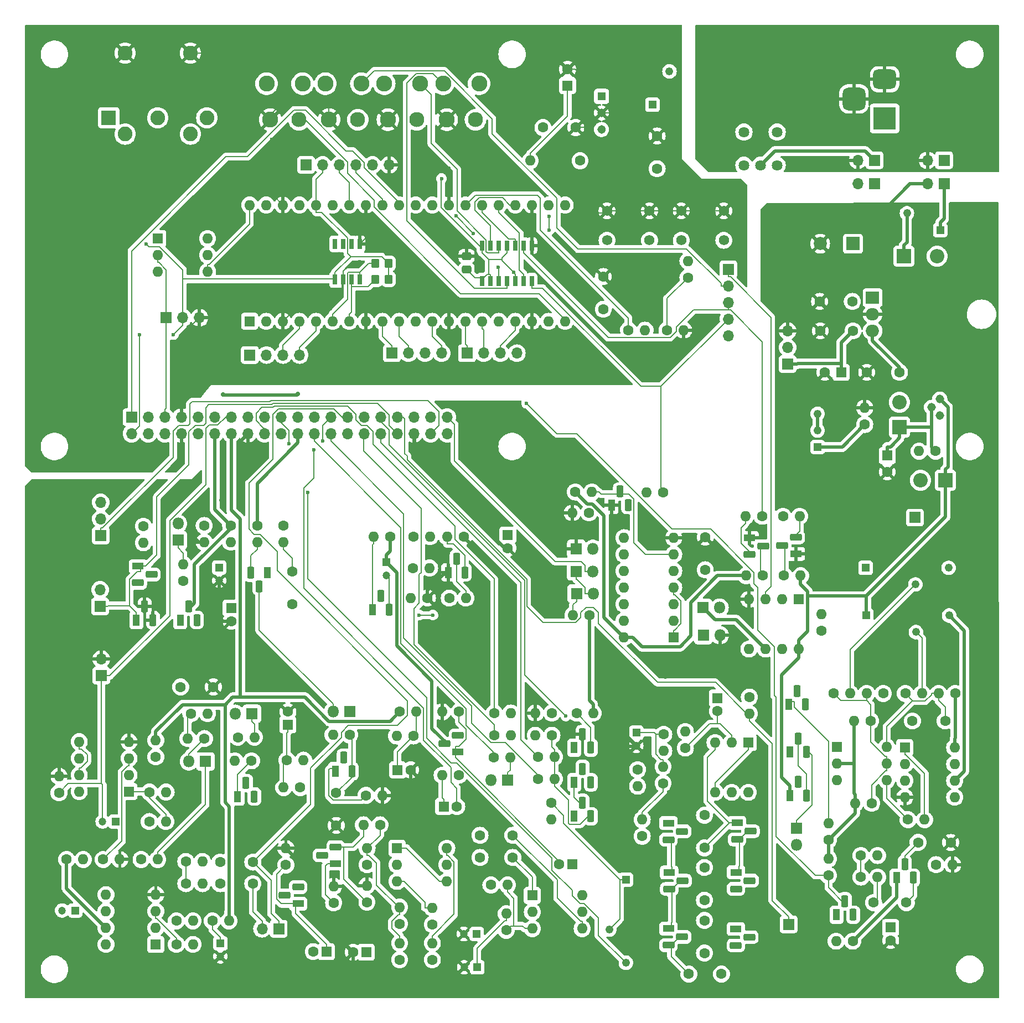
<source format=gbl>
G04 #@! TF.GenerationSoftware,KiCad,Pcbnew,8.0.2*
G04 #@! TF.CreationDate,2024-10-15T19:34:27+09:00*
G04 #@! TF.ProjectId,mainBorad,6d61696e-426f-4726-9164-2e6b69636164,rev?*
G04 #@! TF.SameCoordinates,Original*
G04 #@! TF.FileFunction,Copper,L2,Bot*
G04 #@! TF.FilePolarity,Positive*
%FSLAX46Y46*%
G04 Gerber Fmt 4.6, Leading zero omitted, Abs format (unit mm)*
G04 Created by KiCad (PCBNEW 8.0.2) date 2024-10-15 19:34:27*
%MOMM*%
%LPD*%
G01*
G04 APERTURE LIST*
G04 Aperture macros list*
%AMRoundRect*
0 Rectangle with rounded corners*
0 $1 Rounding radius*
0 $2 $3 $4 $5 $6 $7 $8 $9 X,Y pos of 4 corners*
0 Add a 4 corners polygon primitive as box body*
4,1,4,$2,$3,$4,$5,$6,$7,$8,$9,$2,$3,0*
0 Add four circle primitives for the rounded corners*
1,1,$1+$1,$2,$3*
1,1,$1+$1,$4,$5*
1,1,$1+$1,$6,$7*
1,1,$1+$1,$8,$9*
0 Add four rect primitives between the rounded corners*
20,1,$1+$1,$2,$3,$4,$5,0*
20,1,$1+$1,$4,$5,$6,$7,0*
20,1,$1+$1,$6,$7,$8,$9,0*
20,1,$1+$1,$8,$9,$2,$3,0*%
G04 Aperture macros list end*
G04 #@! TA.AperFunction,ComponentPad*
%ADD10C,1.600000*%
G04 #@! TD*
G04 #@! TA.AperFunction,ComponentPad*
%ADD11O,1.600000X1.600000*%
G04 #@! TD*
G04 #@! TA.AperFunction,ComponentPad*
%ADD12R,1.600000X1.600000*%
G04 #@! TD*
G04 #@! TA.AperFunction,ComponentPad*
%ADD13R,1.800000X1.100000*%
G04 #@! TD*
G04 #@! TA.AperFunction,ComponentPad*
%ADD14RoundRect,0.275000X-0.625000X0.275000X-0.625000X-0.275000X0.625000X-0.275000X0.625000X0.275000X0*%
G04 #@! TD*
G04 #@! TA.AperFunction,ComponentPad*
%ADD15C,1.635000*%
G04 #@! TD*
G04 #@! TA.AperFunction,ComponentPad*
%ADD16C,2.450000*%
G04 #@! TD*
G04 #@! TA.AperFunction,ComponentPad*
%ADD17C,2.300000*%
G04 #@! TD*
G04 #@! TA.AperFunction,ComponentPad*
%ADD18RoundRect,0.275000X0.625000X-0.275000X0.625000X0.275000X-0.625000X0.275000X-0.625000X-0.275000X0*%
G04 #@! TD*
G04 #@! TA.AperFunction,ComponentPad*
%ADD19R,1.100000X1.800000*%
G04 #@! TD*
G04 #@! TA.AperFunction,ComponentPad*
%ADD20RoundRect,0.275000X-0.275000X-0.625000X0.275000X-0.625000X0.275000X0.625000X-0.275000X0.625000X0*%
G04 #@! TD*
G04 #@! TA.AperFunction,ComponentPad*
%ADD21R,1.800000X1.800000*%
G04 #@! TD*
G04 #@! TA.AperFunction,ComponentPad*
%ADD22O,1.800000X1.800000*%
G04 #@! TD*
G04 #@! TA.AperFunction,ComponentPad*
%ADD23R,1.700000X1.700000*%
G04 #@! TD*
G04 #@! TA.AperFunction,ComponentPad*
%ADD24R,1.200000X1.200000*%
G04 #@! TD*
G04 #@! TA.AperFunction,ComponentPad*
%ADD25C,1.200000*%
G04 #@! TD*
G04 #@! TA.AperFunction,ComponentPad*
%ADD26O,1.700000X1.700000*%
G04 #@! TD*
G04 #@! TA.AperFunction,ComponentPad*
%ADD27R,1.217000X1.217000*%
G04 #@! TD*
G04 #@! TA.AperFunction,ComponentPad*
%ADD28C,1.217000*%
G04 #@! TD*
G04 #@! TA.AperFunction,ComponentPad*
%ADD29R,1.305000X1.305000*%
G04 #@! TD*
G04 #@! TA.AperFunction,ComponentPad*
%ADD30C,1.305000*%
G04 #@! TD*
G04 #@! TA.AperFunction,ComponentPad*
%ADD31R,2.250000X2.250000*%
G04 #@! TD*
G04 #@! TA.AperFunction,ComponentPad*
%ADD32C,2.250000*%
G04 #@! TD*
G04 #@! TA.AperFunction,ComponentPad*
%ADD33C,1.316000*%
G04 #@! TD*
G04 #@! TA.AperFunction,ComponentPad*
%ADD34R,3.500000X3.500000*%
G04 #@! TD*
G04 #@! TA.AperFunction,ComponentPad*
%ADD35RoundRect,0.750000X-1.000000X0.750000X-1.000000X-0.750000X1.000000X-0.750000X1.000000X0.750000X0*%
G04 #@! TD*
G04 #@! TA.AperFunction,ComponentPad*
%ADD36RoundRect,0.875000X-0.875000X0.875000X-0.875000X-0.875000X0.875000X-0.875000X0.875000X0.875000X0*%
G04 #@! TD*
G04 #@! TA.AperFunction,ComponentPad*
%ADD37R,2.200000X2.200000*%
G04 #@! TD*
G04 #@! TA.AperFunction,ComponentPad*
%ADD38O,2.200000X2.200000*%
G04 #@! TD*
G04 #@! TA.AperFunction,ComponentPad*
%ADD39RoundRect,0.275000X0.275000X0.625000X-0.275000X0.625000X-0.275000X-0.625000X0.275000X-0.625000X0*%
G04 #@! TD*
G04 #@! TA.AperFunction,ComponentPad*
%ADD40C,1.575000*%
G04 #@! TD*
G04 #@! TA.AperFunction,ComponentPad*
%ADD41R,2.000000X1.905000*%
G04 #@! TD*
G04 #@! TA.AperFunction,ComponentPad*
%ADD42O,2.000000X1.905000*%
G04 #@! TD*
G04 #@! TA.AperFunction,ComponentPad*
%ADD43R,2.000000X2.000000*%
G04 #@! TD*
G04 #@! TA.AperFunction,ComponentPad*
%ADD44C,2.000000*%
G04 #@! TD*
G04 #@! TA.AperFunction,SMDPad,CuDef*
%ADD45R,0.650000X1.551000*%
G04 #@! TD*
G04 #@! TA.AperFunction,SMDPad,CuDef*
%ADD46R,0.650000X1.525000*%
G04 #@! TD*
G04 #@! TA.AperFunction,SMDPad,CuDef*
%ADD47RoundRect,0.250000X0.475000X-0.337500X0.475000X0.337500X-0.475000X0.337500X-0.475000X-0.337500X0*%
G04 #@! TD*
G04 #@! TA.AperFunction,SMDPad,CuDef*
%ADD48RoundRect,0.250000X0.350000X0.450000X-0.350000X0.450000X-0.350000X-0.450000X0.350000X-0.450000X0*%
G04 #@! TD*
G04 #@! TA.AperFunction,ViaPad*
%ADD49C,0.700000*%
G04 #@! TD*
G04 #@! TA.AperFunction,ViaPad*
%ADD50C,0.600000*%
G04 #@! TD*
G04 #@! TA.AperFunction,Conductor*
%ADD51C,0.200000*%
G04 #@! TD*
G04 #@! TA.AperFunction,Conductor*
%ADD52C,0.500000*%
G04 #@! TD*
G04 APERTURE END LIST*
D10*
X101000000Y-139555000D03*
D11*
X101000000Y-142095000D03*
D12*
X126400000Y-123500000D03*
D10*
X126400000Y-125500000D03*
D13*
X119030000Y-150190000D03*
D14*
X121100000Y-151460000D03*
X119030000Y-152730000D03*
D15*
X130460000Y-41970000D03*
X133000000Y-41970000D03*
X135540000Y-41970000D03*
X135540000Y-36890000D03*
X130460000Y-36890000D03*
D10*
X86885000Y-125600000D03*
D11*
X84345000Y-125600000D03*
D10*
X124430000Y-141430000D03*
X124430000Y-146430000D03*
D16*
X67000000Y-35000000D03*
X66450000Y-29500000D03*
X71950000Y-29500000D03*
D17*
X71400000Y-35000000D03*
D10*
X98955000Y-132500000D03*
D11*
X101495000Y-132500000D03*
D10*
X114900000Y-144640000D03*
D11*
X114900000Y-142100000D03*
D10*
X72660000Y-138400000D03*
D11*
X75200000Y-138400000D03*
D12*
X84540000Y-140100000D03*
D10*
X86540000Y-140100000D03*
X124430000Y-154430000D03*
X124430000Y-149430000D03*
D13*
X86710000Y-131770000D03*
D18*
X84640000Y-130500000D03*
X86710000Y-129230000D03*
D10*
X142340000Y-113215000D03*
D11*
X142340000Y-110675000D03*
D10*
X155560000Y-142100000D03*
D11*
X158100000Y-142100000D03*
D10*
X133340000Y-104775000D03*
D11*
X130800000Y-104775000D03*
D19*
X73675000Y-109970000D03*
D20*
X74945000Y-107900000D03*
X76215000Y-109970000D03*
D10*
X118200000Y-129060000D03*
D11*
X118200000Y-131600000D03*
D21*
X43900000Y-99340000D03*
D22*
X43900000Y-96800000D03*
D21*
X104855000Y-107515000D03*
D22*
X107395000Y-107515000D03*
D12*
X144680000Y-131000000D03*
D11*
X144680000Y-133540000D03*
X144680000Y-136080000D03*
X152300000Y-136080000D03*
X152300000Y-133540000D03*
X152300000Y-131000000D03*
D10*
X79905000Y-98800000D03*
D11*
X82445000Y-98800000D03*
D10*
X82045000Y-108200000D03*
D11*
X79505000Y-108200000D03*
D23*
X156625000Y-95885000D03*
D24*
X50200000Y-103527400D03*
D25*
X50200000Y-105527400D03*
D23*
X31975000Y-109475000D03*
D26*
X31975000Y-106935000D03*
D10*
X43645000Y-157600000D03*
D11*
X46185000Y-157600000D03*
D10*
X47900000Y-97100000D03*
D11*
X47900000Y-99640000D03*
D10*
X108956000Y-64000000D03*
X108956000Y-59000000D03*
X150300000Y-154800000D03*
X155300000Y-154800000D03*
D27*
X149065000Y-103575000D03*
D28*
X156685000Y-106115000D03*
X161765000Y-103575000D03*
D10*
X25700000Y-138000000D03*
D11*
X25700000Y-135460000D03*
D10*
X85400000Y-108200000D03*
D11*
X87940000Y-108200000D03*
D10*
X92255000Y-125800000D03*
D11*
X94795000Y-125800000D03*
D12*
X40500000Y-161200000D03*
D11*
X40500000Y-158660000D03*
X40500000Y-156120000D03*
X40500000Y-153580000D03*
X32880000Y-153580000D03*
X32880000Y-156120000D03*
X32880000Y-158660000D03*
X32880000Y-161200000D03*
D10*
X74800000Y-142900000D03*
D11*
X72260000Y-142900000D03*
D12*
X103495000Y-29780100D03*
D10*
X103495000Y-27280100D03*
D27*
X160500000Y-51900000D03*
D28*
X155400000Y-49310000D03*
D19*
X53030000Y-138570000D03*
D20*
X54300000Y-136500000D03*
X55570000Y-138570000D03*
D10*
X154255000Y-73660000D03*
X149255000Y-73660000D03*
X117180000Y-42500000D03*
X117180000Y-37500000D03*
D16*
X76000000Y-35000000D03*
X75450000Y-29500000D03*
X80950000Y-29500000D03*
D17*
X80400000Y-35000000D03*
D12*
X72700000Y-162400000D03*
D10*
X70700000Y-162400000D03*
X40500000Y-132500000D03*
D11*
X40500000Y-129960000D03*
D19*
X104500000Y-136400000D03*
D20*
X105770000Y-134330000D03*
X107040000Y-136400000D03*
D10*
X118700000Y-67200000D03*
D11*
X121240000Y-67200000D03*
D10*
X72800000Y-154740000D03*
D11*
X72800000Y-152200000D03*
D10*
X44700000Y-105600000D03*
D11*
X44700000Y-103060000D03*
D10*
X72830000Y-149010000D03*
D11*
X72830000Y-146470000D03*
D12*
X94345000Y-98544900D03*
D10*
X94345000Y-100544900D03*
D29*
X108680000Y-31420000D03*
D30*
X108680000Y-33960000D03*
X108680000Y-36500000D03*
D24*
X50390000Y-161027400D03*
D25*
X50390000Y-163027400D03*
D27*
X112400000Y-151300000D03*
D28*
X109860000Y-158920000D03*
X112400000Y-164000000D03*
D21*
X94345000Y-136100000D03*
D22*
X91805000Y-136100000D03*
D10*
X92155000Y-132600000D03*
D11*
X94695000Y-132600000D03*
D10*
X62600000Y-137200000D03*
D11*
X60060000Y-137200000D03*
D10*
X77800000Y-163545000D03*
D11*
X77800000Y-161005000D03*
D23*
X161075000Y-44800000D03*
D26*
X158535000Y-44800000D03*
D19*
X110210000Y-93965000D03*
D20*
X111480000Y-91895000D03*
X112750000Y-93965000D03*
D31*
X33300000Y-34700000D03*
D32*
X40800000Y-34700000D03*
X48300000Y-34700000D03*
X35800000Y-37200000D03*
X45800000Y-37200000D03*
X35800000Y-24800000D03*
X45800000Y-24800000D03*
D12*
X98100000Y-153700000D03*
D11*
X98100000Y-156240000D03*
X98100000Y-158780000D03*
X105720000Y-158780000D03*
X105720000Y-156240000D03*
X105720000Y-153700000D03*
D10*
X150000000Y-139600000D03*
D11*
X147460000Y-139600000D03*
D12*
X119730000Y-114205000D03*
D11*
X119730000Y-111665000D03*
X119730000Y-109125000D03*
X119730000Y-106585000D03*
X119730000Y-104045000D03*
X119730000Y-101505000D03*
X119730000Y-98965000D03*
X112110000Y-98965000D03*
X112110000Y-101505000D03*
X112110000Y-104045000D03*
X112110000Y-106585000D03*
X112110000Y-109125000D03*
X112110000Y-111665000D03*
X112110000Y-114205000D03*
D10*
X118100000Y-136545000D03*
D11*
X118100000Y-134005000D03*
D10*
X51950000Y-97100000D03*
D11*
X51950000Y-99640000D03*
D23*
X128100000Y-57880000D03*
D26*
X128100000Y-60420000D03*
X128100000Y-62960000D03*
X128100000Y-65500000D03*
X128100000Y-68040000D03*
D10*
X162100000Y-145600000D03*
X157100000Y-145600000D03*
D23*
X137300000Y-158125000D03*
D10*
X79845000Y-103600000D03*
D11*
X82385000Y-103600000D03*
D10*
X159860000Y-149000000D03*
D11*
X162400000Y-149000000D03*
D24*
X89672600Y-164700000D03*
D25*
X87672600Y-164700000D03*
D10*
X121900000Y-59140000D03*
D11*
X121900000Y-56600000D03*
D10*
X148355000Y-147600000D03*
D11*
X150895000Y-147600000D03*
D19*
X44230000Y-111570000D03*
D20*
X45500000Y-109500000D03*
X46770000Y-111570000D03*
D21*
X48100000Y-133200000D03*
D22*
X45560000Y-133200000D03*
D10*
X86840000Y-135300000D03*
D11*
X84300000Y-135300000D03*
D10*
X82800000Y-158140000D03*
D11*
X82800000Y-155600000D03*
D10*
X70140000Y-129130000D03*
D11*
X67600000Y-129130000D03*
D33*
X160420900Y-80280000D03*
X159150900Y-79010000D03*
X160420900Y-77740000D03*
D10*
X55345000Y-151900000D03*
X50345000Y-151900000D03*
D24*
X114000000Y-128810000D03*
D25*
X114000000Y-130810000D03*
D19*
X137500000Y-138400000D03*
D20*
X138770000Y-136330000D03*
X140040000Y-138400000D03*
D10*
X95100000Y-147900000D03*
X90100000Y-147900000D03*
X148945000Y-81640000D03*
D11*
X148945000Y-79100000D03*
D34*
X152000000Y-34800000D03*
D35*
X152000000Y-28800000D03*
D36*
X147300000Y-31800000D03*
D10*
X147145000Y-67310000D03*
X142145000Y-67310000D03*
D37*
X154245000Y-82040000D03*
D38*
X154245000Y-78230000D03*
D23*
X88105000Y-70733000D03*
D26*
X90645000Y-70733000D03*
X93185000Y-70733000D03*
X95725000Y-70733000D03*
D10*
X105400000Y-41275000D03*
D11*
X97780000Y-41275000D03*
D19*
X57605000Y-104345000D03*
D39*
X56335000Y-106415000D03*
X55065000Y-104345000D03*
D21*
X138500000Y-143460000D03*
D22*
X138500000Y-146000000D03*
D10*
X155155000Y-122800000D03*
D11*
X157695000Y-122800000D03*
D10*
X124430000Y-162530000D03*
X124430000Y-157530000D03*
D21*
X104810000Y-100665000D03*
D22*
X107350000Y-100665000D03*
D10*
X136600000Y-104775000D03*
D11*
X139140000Y-104775000D03*
D10*
X147100000Y-160700000D03*
D11*
X144560000Y-160700000D03*
D10*
X76345000Y-98800000D03*
D11*
X73805000Y-98800000D03*
D23*
X59300000Y-158800000D03*
D26*
X56760000Y-158800000D03*
D27*
X116480000Y-32700000D03*
D28*
X119070000Y-27600000D03*
D10*
X32460000Y-148200000D03*
D11*
X35000000Y-148200000D03*
D10*
X26860000Y-148200000D03*
D11*
X29400000Y-148200000D03*
D19*
X137530000Y-131770000D03*
D20*
X138800000Y-129700000D03*
X140070000Y-131770000D03*
D13*
X118930000Y-142630000D03*
D14*
X121000000Y-143900000D03*
X118930000Y-145170000D03*
D12*
X145340100Y-73660000D03*
D10*
X142840100Y-73660000D03*
X151775000Y-122800000D03*
D11*
X149235000Y-122800000D03*
D13*
X129410000Y-142590000D03*
D14*
X131480000Y-143860000D03*
X129410000Y-145130000D03*
D12*
X155080000Y-131060000D03*
D11*
X155080000Y-133600000D03*
X155080000Y-136140000D03*
X155080000Y-138680000D03*
X162700000Y-138680000D03*
X162700000Y-136140000D03*
X162700000Y-133600000D03*
X162700000Y-131060000D03*
D10*
X98955000Y-135900000D03*
D11*
X101495000Y-135900000D03*
D10*
X95100000Y-144500000D03*
X90100000Y-144500000D03*
D40*
X120881000Y-48950000D03*
X127381000Y-48950000D03*
X120881000Y-53450000D03*
X127381000Y-53450000D03*
D24*
X89600000Y-159600000D03*
D25*
X87600000Y-159600000D03*
D13*
X118930000Y-158790000D03*
D14*
X121000000Y-160060000D03*
X118930000Y-161330000D03*
D10*
X55140000Y-133100000D03*
D11*
X52600000Y-133100000D03*
D10*
X112800000Y-67200000D03*
D11*
X115340000Y-67200000D03*
D10*
X143400000Y-145200000D03*
D11*
X143400000Y-142660000D03*
D16*
X85000000Y-35000000D03*
X84450000Y-29500000D03*
X89950000Y-29500000D03*
D17*
X89400000Y-35000000D03*
D23*
X137150000Y-72390000D03*
D26*
X137150000Y-69850000D03*
X137150000Y-67310000D03*
D10*
X162775000Y-122800000D03*
D11*
X160235000Y-122800000D03*
D12*
X152390000Y-86400000D03*
D10*
X152390000Y-88900000D03*
D19*
X85235000Y-104270000D03*
D20*
X86505000Y-102200000D03*
X87775000Y-104270000D03*
D19*
X104500000Y-131100000D03*
D20*
X105770000Y-129030000D03*
X107040000Y-131100000D03*
D10*
X53050000Y-129500000D03*
D11*
X55590000Y-129500000D03*
D16*
X58000000Y-35000000D03*
X57450000Y-29500000D03*
X62950000Y-29500000D03*
D17*
X62400000Y-35000000D03*
D19*
X104500000Y-141600000D03*
D20*
X105770000Y-139530000D03*
X107040000Y-141600000D03*
D23*
X54880000Y-71000000D03*
D26*
X57420000Y-71000000D03*
X59960000Y-71000000D03*
X62500000Y-71000000D03*
D10*
X61400000Y-104110000D03*
X61400000Y-109110000D03*
X55345000Y-148600000D03*
X50345000Y-148600000D03*
X133240000Y-95675000D03*
D11*
X130700000Y-95675000D03*
D10*
X149845000Y-127000000D03*
D11*
X147305000Y-127000000D03*
D12*
X138840000Y-108375000D03*
D11*
X136300000Y-108375000D03*
X133760000Y-108375000D03*
X131220000Y-108375000D03*
X131220000Y-115995000D03*
X133760000Y-115995000D03*
X136300000Y-115995000D03*
X138840000Y-115995000D03*
D10*
X143400000Y-150640000D03*
D11*
X143400000Y-148100000D03*
D10*
X82800000Y-163540000D03*
D11*
X82800000Y-161000000D03*
D23*
X161075000Y-41200000D03*
D26*
X158535000Y-41200000D03*
D10*
X77800000Y-158040000D03*
D11*
X77800000Y-155500000D03*
D10*
X104670000Y-91965000D03*
D11*
X107210000Y-91965000D03*
D10*
X87585000Y-98800000D03*
D11*
X85045000Y-98800000D03*
D10*
X49150000Y-157600000D03*
D11*
X51690000Y-157600000D03*
D10*
X39500000Y-142400000D03*
D11*
X42040000Y-142400000D03*
D21*
X70140000Y-125600000D03*
D22*
X67600000Y-125600000D03*
D10*
X94100000Y-159040000D03*
D11*
X94100000Y-156500000D03*
D10*
X60555000Y-133000000D03*
D11*
X63095000Y-133000000D03*
D23*
X32175000Y-120075000D03*
D26*
X32175000Y-117535000D03*
D10*
X99725000Y-36195000D03*
X104725000Y-36195000D03*
D24*
X34372600Y-142400000D03*
D25*
X32372600Y-142400000D03*
D23*
X150440000Y-41200000D03*
D26*
X147900000Y-41200000D03*
D37*
X161280000Y-90170000D03*
D38*
X157470000Y-90170000D03*
D40*
X109525000Y-48950000D03*
X116025000Y-48950000D03*
X109525000Y-53450000D03*
X116025000Y-53450000D03*
D19*
X144630000Y-156670000D03*
D20*
X145900000Y-154600000D03*
X147170000Y-156670000D03*
D10*
X101100000Y-129200000D03*
D11*
X98560000Y-129200000D03*
D13*
X131340000Y-98975000D03*
D14*
X133410000Y-100245000D03*
X131340000Y-101515000D03*
D10*
X60050000Y-97100000D03*
D11*
X60050000Y-99640000D03*
D19*
X37530000Y-111570000D03*
D20*
X38800000Y-109500000D03*
X40070000Y-111570000D03*
D37*
X154930000Y-55880000D03*
D38*
X160010000Y-55880000D03*
D23*
X42100000Y-65300000D03*
D26*
X44640000Y-65300000D03*
X47180000Y-65300000D03*
D10*
X47940000Y-129700000D03*
D11*
X45400000Y-129700000D03*
D13*
X138410000Y-101445000D03*
D18*
X136340000Y-100175000D03*
X138410000Y-98905000D03*
D12*
X36400000Y-137800000D03*
D11*
X36400000Y-135260000D03*
X36400000Y-132720000D03*
X36400000Y-130180000D03*
X28780000Y-130180000D03*
X28780000Y-132720000D03*
X28780000Y-135260000D03*
X28780000Y-137800000D03*
D41*
X150145000Y-62230000D03*
D42*
X150145000Y-64770000D03*
X150145000Y-67310000D03*
D10*
X45870000Y-125890000D03*
D11*
X48410000Y-125890000D03*
D10*
X92250000Y-129200000D03*
D11*
X94790000Y-129200000D03*
D10*
X38600000Y-97200000D03*
D11*
X38600000Y-99740000D03*
D10*
X91760000Y-152100000D03*
D11*
X94300000Y-152100000D03*
D10*
X67700000Y-154840000D03*
D11*
X67700000Y-152300000D03*
D24*
X75745000Y-102727400D03*
D25*
X75745000Y-104727400D03*
D12*
X60700000Y-127600000D03*
D10*
X60700000Y-125600000D03*
D13*
X37760000Y-103330000D03*
D14*
X39830000Y-104600000D03*
X37760000Y-105870000D03*
D10*
X118110000Y-92065000D03*
D11*
X115570000Y-92065000D03*
D23*
X76605000Y-70733000D03*
D26*
X79145000Y-70733000D03*
X81685000Y-70733000D03*
X84225000Y-70733000D03*
D10*
X39540000Y-137880000D03*
D11*
X42080000Y-137880000D03*
D12*
X52040000Y-109719900D03*
D10*
X52040000Y-111719900D03*
X106855000Y-110815000D03*
D11*
X104315000Y-110815000D03*
D21*
X124195000Y-109675000D03*
D22*
X126735000Y-109675000D03*
D19*
X137330000Y-124470000D03*
D20*
X138600000Y-122400000D03*
X139870000Y-124470000D03*
D12*
X40800000Y-53175000D03*
D11*
X40800000Y-55715000D03*
X40800000Y-58255000D03*
X48420000Y-58255000D03*
X48420000Y-55715000D03*
X48420000Y-53175000D03*
D12*
X54860000Y-65850000D03*
D11*
X57400000Y-65850000D03*
X59940000Y-65850000D03*
X62480000Y-65850000D03*
X65020000Y-65850000D03*
X67560000Y-65850000D03*
X70100000Y-65850000D03*
X72640000Y-65850000D03*
X75180000Y-65850000D03*
X77720000Y-65850000D03*
X80260000Y-65850000D03*
X82800000Y-65850000D03*
X85340000Y-65850000D03*
X87880000Y-65850000D03*
X90420000Y-65850000D03*
X92960000Y-65850000D03*
X95500000Y-65850000D03*
X98040000Y-65850000D03*
X100580000Y-65850000D03*
X103120000Y-65850000D03*
X103120000Y-48050000D03*
X100580000Y-48050000D03*
X98040000Y-48050000D03*
X95500000Y-48050000D03*
X92960000Y-48050000D03*
X90420000Y-48050000D03*
X87880000Y-48050000D03*
X85340000Y-48050000D03*
X82800000Y-48050000D03*
X80260000Y-48050000D03*
X77720000Y-48050000D03*
X75180000Y-48050000D03*
X72640000Y-48050000D03*
X70100000Y-48050000D03*
X67560000Y-48050000D03*
X65020000Y-48050000D03*
X62480000Y-48050000D03*
X59940000Y-48050000D03*
X57400000Y-48050000D03*
X54860000Y-48050000D03*
D10*
X121500000Y-131150000D03*
D11*
X121500000Y-128610000D03*
D19*
X67960000Y-134700000D03*
D20*
X69230000Y-132630000D03*
X70500000Y-134700000D03*
D12*
X152900000Y-158600000D03*
D10*
X152900000Y-160600000D03*
X144155000Y-122800000D03*
D11*
X146695000Y-122800000D03*
D23*
X150475000Y-44800000D03*
D26*
X147935000Y-44800000D03*
D23*
X32075000Y-98625000D03*
D26*
X32075000Y-96085000D03*
X32075000Y-93545000D03*
D10*
X45100000Y-148500000D03*
D11*
X47640000Y-148500000D03*
D10*
X79885000Y-129300000D03*
D11*
X77345000Y-129300000D03*
D43*
X147137700Y-53975000D03*
D44*
X142137700Y-53975000D03*
D13*
X129230000Y-158830000D03*
D14*
X131300000Y-160100000D03*
X129230000Y-161370000D03*
D13*
X68000000Y-148840000D03*
D18*
X65930000Y-147570000D03*
X68000000Y-146300000D03*
D21*
X124240000Y-113875000D03*
D22*
X126780000Y-113875000D03*
D10*
X106750000Y-95165000D03*
D11*
X104210000Y-95165000D03*
D27*
X149145000Y-110870000D03*
D28*
X156765000Y-113410000D03*
X161845000Y-110870000D03*
D21*
X55200000Y-125900000D03*
D22*
X52660000Y-125900000D03*
D10*
X45105000Y-151900000D03*
D11*
X47645000Y-151900000D03*
D10*
X43650000Y-161200000D03*
D11*
X46190000Y-161200000D03*
D21*
X104810000Y-104115000D03*
D22*
X107350000Y-104115000D03*
D19*
X153800000Y-151000000D03*
D20*
X155070000Y-148930000D03*
X156340000Y-151000000D03*
D10*
X101100000Y-125800000D03*
D11*
X98560000Y-125800000D03*
D10*
X56000000Y-97100000D03*
D11*
X56000000Y-99640000D03*
D13*
X62270000Y-154975000D03*
D18*
X60200000Y-153705000D03*
X62270000Y-152435000D03*
D12*
X104200000Y-148900000D03*
D10*
X102200000Y-148900000D03*
X68100000Y-143000000D03*
X68100000Y-138000000D03*
X136440000Y-95675000D03*
D11*
X138980000Y-95675000D03*
D12*
X66600000Y-162300000D03*
D10*
X64600000Y-162300000D03*
D12*
X77484900Y-134500000D03*
D10*
X79484900Y-134500000D03*
D12*
X131125000Y-130305000D03*
D11*
X128585000Y-130305000D03*
X126045000Y-130305000D03*
X126045000Y-137925000D03*
X128585000Y-137925000D03*
X131125000Y-137925000D03*
D10*
X122030000Y-165730000D03*
X127030000Y-165730000D03*
X49300000Y-121800000D03*
X44300000Y-121800000D03*
D12*
X77400000Y-146475000D03*
D11*
X77400000Y-149015000D03*
X77400000Y-151555000D03*
X85020000Y-151555000D03*
X85020000Y-149015000D03*
X85020000Y-146475000D03*
D10*
X131300000Y-123355000D03*
D11*
X131300000Y-125895000D03*
D10*
X159785000Y-85725000D03*
D11*
X157245000Y-85725000D03*
D10*
X148360000Y-150900000D03*
D11*
X150900000Y-150900000D03*
D10*
X114200000Y-134455000D03*
D11*
X114200000Y-136995000D03*
D27*
X141740000Y-85090000D03*
D28*
X141740000Y-82550000D03*
X141740000Y-80010000D03*
D10*
X77800000Y-125600000D03*
D11*
X80340000Y-125600000D03*
D10*
X104860000Y-125800000D03*
D11*
X107400000Y-125800000D03*
D23*
X63490000Y-41912000D03*
D26*
X66030000Y-41912000D03*
X68570000Y-41912000D03*
X71110000Y-41912000D03*
X73650000Y-41912000D03*
X76190000Y-41912000D03*
D10*
X161240000Y-127000000D03*
X156240000Y-127000000D03*
X60400000Y-149045000D03*
D11*
X60400000Y-146505000D03*
D10*
X124540000Y-103875000D03*
X124540000Y-98875000D03*
D24*
X28172600Y-156000000D03*
D25*
X26172600Y-156000000D03*
D10*
X147045000Y-62810000D03*
X142045000Y-62810000D03*
D23*
X36800000Y-80500000D03*
D26*
X36800000Y-83040000D03*
X39340000Y-80500000D03*
X39340000Y-83040000D03*
X41880000Y-80500000D03*
X41880000Y-83040000D03*
X44420000Y-80500000D03*
X44420000Y-83040000D03*
X46960000Y-80500000D03*
X46960000Y-83040000D03*
X49500000Y-80500000D03*
X49500000Y-83040000D03*
X52040000Y-80500000D03*
X52040000Y-83040000D03*
X54580000Y-80500000D03*
X54580000Y-83040000D03*
X57120000Y-80500000D03*
X57120000Y-83040000D03*
X59660000Y-80500000D03*
X59660000Y-83040000D03*
X62200000Y-80500000D03*
X62200000Y-83040000D03*
X64740000Y-80500000D03*
X64740000Y-83040000D03*
X67280000Y-80500000D03*
X67280000Y-83040000D03*
X69820000Y-80500000D03*
X69820000Y-83040000D03*
X72360000Y-80500000D03*
X72360000Y-83040000D03*
X74900000Y-80500000D03*
X74900000Y-83040000D03*
X77440000Y-80500000D03*
X77440000Y-83040000D03*
X79980000Y-80500000D03*
X79980000Y-83040000D03*
X82520000Y-80500000D03*
X82520000Y-83040000D03*
X85060000Y-80500000D03*
X85060000Y-83040000D03*
D13*
X129260000Y-150160000D03*
D14*
X131330000Y-151430000D03*
X129260000Y-152700000D03*
D10*
X38255000Y-148200000D03*
D11*
X40795000Y-148200000D03*
D45*
X67900000Y-54000000D03*
X69170000Y-54000000D03*
X70440000Y-54000000D03*
X71710000Y-54000000D03*
X71710000Y-59450000D03*
X70440000Y-59450000D03*
X69170000Y-59450000D03*
X67900000Y-59450000D03*
D46*
X90400000Y-54288000D03*
X91670000Y-54288000D03*
X92940000Y-54288000D03*
X94210000Y-54288000D03*
X95480000Y-54288000D03*
X96750000Y-54288000D03*
X98020000Y-54288000D03*
X98020000Y-59712000D03*
X96750000Y-59712000D03*
X95480000Y-59712000D03*
X94210000Y-59712000D03*
X92940000Y-59712000D03*
X91670000Y-59712000D03*
X90400000Y-59712000D03*
D47*
X88040000Y-57937500D03*
X88040000Y-55862500D03*
D48*
X76110000Y-59400000D03*
X74110000Y-59400000D03*
X76110000Y-57000000D03*
X74110000Y-57000000D03*
D49*
X50823600Y-77061200D03*
X62200000Y-77000000D03*
D50*
X95228500Y-58349000D03*
X84200000Y-43998400D03*
X106100000Y-55800000D03*
X47100000Y-47300000D03*
X86200000Y-55800000D03*
X35500000Y-55800000D03*
X89100000Y-52400000D03*
X85340000Y-42400000D03*
X77600000Y-45700000D03*
X88000000Y-54200000D03*
X102000000Y-45700000D03*
X71700000Y-56700000D03*
X58200000Y-38000000D03*
X83500000Y-37400000D03*
X72700000Y-63900000D03*
X35500000Y-53800000D03*
X44400000Y-86400000D03*
X106500000Y-52000000D03*
X53200000Y-46600000D03*
X67200000Y-63900000D03*
X86400000Y-49700000D03*
X73100000Y-54000000D03*
X39057500Y-54040800D03*
X43200000Y-67900000D03*
X38000000Y-67900000D03*
X92900000Y-57600000D03*
X100700000Y-49800000D03*
X100700000Y-51900000D03*
X103211400Y-126261700D03*
X82900000Y-110800000D03*
X80800000Y-110800000D03*
D49*
X127800000Y-106400000D03*
X50500000Y-93200000D03*
X128900000Y-103500000D03*
X99500000Y-102000000D03*
X110900000Y-130900000D03*
X54800000Y-119100000D03*
X60700000Y-120700000D03*
X114600000Y-96400000D03*
X118400000Y-120200000D03*
X110500000Y-96400000D03*
X112500000Y-124700000D03*
X53500000Y-93200000D03*
X94200000Y-111300000D03*
X73700000Y-129100000D03*
X85500000Y-116100000D03*
X85500000Y-118500000D03*
X94200000Y-105100000D03*
X104700000Y-97400000D03*
X62700000Y-147900000D03*
X87700000Y-86400000D03*
D50*
X70700000Y-167400000D03*
D49*
X45900000Y-95000000D03*
X50600000Y-86200000D03*
D50*
X60869100Y-84565400D03*
X63744000Y-92054800D03*
X66000000Y-84200000D03*
X64700000Y-85500000D03*
X97200000Y-78400000D03*
D51*
X90420000Y-65850000D02*
X90420000Y-66951700D01*
X90420000Y-66951700D02*
X90645000Y-67176700D01*
X90645000Y-67176700D02*
X90645000Y-70733000D01*
X95500000Y-67266300D02*
X93185000Y-69581300D01*
X95500000Y-65850000D02*
X95500000Y-67266300D01*
X93185000Y-70733000D02*
X93185000Y-69581300D01*
X87880000Y-65850000D02*
X87880000Y-69356300D01*
X88105000Y-70733000D02*
X88105000Y-69581300D01*
X87880000Y-69356300D02*
X88105000Y-69581300D01*
D52*
X62200000Y-83040000D02*
X62200000Y-84441700D01*
X46400000Y-109000000D02*
X46400000Y-103051700D01*
X130800000Y-104775000D02*
X126440000Y-104775000D01*
X106489700Y-93784700D02*
X104670000Y-91965000D01*
X77349900Y-115495100D02*
X77349900Y-104332300D01*
X75745000Y-102727400D02*
X75745000Y-101575700D01*
X149145000Y-110870000D02*
X149145000Y-109709800D01*
X137500000Y-136948300D02*
X136206600Y-135654900D01*
X139140000Y-104775000D02*
X139140000Y-106126700D01*
X76345000Y-100975700D02*
X76345000Y-98800000D01*
X161280000Y-88518300D02*
X161668200Y-88130100D01*
X56000000Y-97100000D02*
X56000000Y-90641700D01*
X140198100Y-107184800D02*
X140198100Y-107900000D01*
X77349900Y-104332300D02*
X75745000Y-102727400D01*
X112110000Y-114205000D02*
X113461700Y-114205000D01*
X26860000Y-152640000D02*
X26860000Y-148200000D01*
X137150000Y-72390000D02*
X138551700Y-72390000D01*
X126440000Y-104775000D02*
X122372500Y-108842500D01*
X149145000Y-107900000D02*
X140198100Y-107900000D01*
X145340100Y-72308300D02*
X145340100Y-73660000D01*
X138633400Y-72308300D02*
X145340100Y-72308300D01*
X49500000Y-94650000D02*
X51950000Y-97100000D01*
X114901700Y-115645000D02*
X113461700Y-114205000D01*
X46400000Y-103051700D02*
X51950000Y-97501700D01*
X82745700Y-120890900D02*
X77349900Y-115495100D01*
X136206600Y-135654900D02*
X136206600Y-119980100D01*
X32880000Y-158660000D02*
X26860000Y-152640000D01*
X138840000Y-115995000D02*
X138840000Y-117346700D01*
X149145000Y-107900000D02*
X149145000Y-109709800D01*
X112110000Y-114205000D02*
X109057500Y-111152500D01*
X154255000Y-72924200D02*
X150145000Y-68814200D01*
X49500000Y-84441700D02*
X49500000Y-94650000D01*
X120689900Y-115645000D02*
X114901700Y-115645000D01*
X122372500Y-108842500D02*
X122372500Y-113962400D01*
X137500000Y-138000000D02*
X137500000Y-136948300D01*
X45500000Y-109900000D02*
X46400000Y-109000000D01*
X150145000Y-67310000D02*
X150145000Y-68814200D01*
X107286000Y-93784700D02*
X106489700Y-93784700D01*
X161280000Y-90170000D02*
X161280000Y-95765000D01*
X147145000Y-67310000D02*
X145340100Y-69114900D01*
X161668200Y-78987300D02*
X160420900Y-77740000D01*
X140198100Y-113285200D02*
X138840000Y-114643300D01*
X136206600Y-119980100D02*
X138840000Y-117346700D01*
X145340100Y-69114900D02*
X145340100Y-72308300D01*
X162700000Y-129708300D02*
X162775000Y-129633300D01*
X75745000Y-101575700D02*
X76345000Y-100975700D01*
X138840000Y-115995000D02*
X138840000Y-114643300D01*
X161280000Y-95765000D02*
X149145000Y-107900000D01*
X161280000Y-90170000D02*
X161280000Y-88518300D01*
X49500000Y-83040000D02*
X49500000Y-84441700D01*
X161668200Y-88130100D02*
X161668200Y-78987300D01*
X109057500Y-95556200D02*
X107286000Y-93784700D01*
X51950000Y-97501700D02*
X51950000Y-97100000D01*
X140198100Y-107900000D02*
X140198100Y-113285200D01*
X85040000Y-130500000D02*
X82745700Y-128205700D01*
X162775000Y-129633300D02*
X162775000Y-122800000D01*
X139140000Y-106126700D02*
X140198100Y-107184800D01*
X109057500Y-111152500D02*
X109057500Y-95556200D01*
X162700000Y-131060000D02*
X162700000Y-129708300D01*
X138551700Y-72390000D02*
X138633400Y-72308300D01*
X56000000Y-90641700D02*
X62200000Y-84441700D01*
X154255000Y-73660000D02*
X154255000Y-72924200D01*
X153800000Y-150600000D02*
X153800000Y-154000000D01*
X122372500Y-113962400D02*
X120689900Y-115645000D01*
X153800000Y-154000000D02*
X147100000Y-160700000D01*
X82745700Y-128205700D02*
X82745700Y-120890900D01*
X51762200Y-156176100D02*
X51690000Y-156248300D01*
X147305000Y-133540000D02*
X147305000Y-138093300D01*
X159150900Y-79010000D02*
X159150900Y-82040000D01*
X153140800Y-84795900D02*
X153140900Y-84795900D01*
X147460000Y-139600000D02*
X147460000Y-138248300D01*
X144680000Y-133540000D02*
X146031700Y-133540000D01*
X159150900Y-85090900D02*
X159785000Y-85725000D01*
X52257400Y-123372800D02*
X53413800Y-123372800D01*
X126036900Y-111516900D02*
X124195000Y-109675000D01*
X154245000Y-82040000D02*
X154245000Y-83691700D01*
X51101000Y-124529200D02*
X44579100Y-124529200D01*
X152888400Y-85048300D02*
X153140800Y-84795900D01*
X51101000Y-124529200D02*
X52257400Y-123372800D01*
X164151500Y-134688500D02*
X164151500Y-113176500D01*
X77800000Y-125600000D02*
X76344500Y-127055500D01*
X153140900Y-84795800D02*
X154245000Y-83691700D01*
X106855000Y-123903300D02*
X106855000Y-110815000D01*
X147305000Y-127000000D02*
X147305000Y-133540000D01*
X133760000Y-115995000D02*
X129281900Y-111516900D01*
X147305000Y-138093300D02*
X147460000Y-138248300D01*
X153140900Y-84795900D02*
X153140900Y-84795800D01*
X51690000Y-157600000D02*
X51690000Y-156248300D01*
X164151500Y-113176500D02*
X161845000Y-110870000D01*
X76344500Y-127055500D02*
X67002400Y-127055500D01*
X63319700Y-123372800D02*
X53413800Y-123372800D01*
X159150900Y-82040000D02*
X159150900Y-85090900D01*
X159150900Y-82040000D02*
X155896700Y-82040000D01*
X107400000Y-125800000D02*
X107400000Y-124448300D01*
X152390000Y-85048300D02*
X152888400Y-85048300D01*
X62100000Y-77100000D02*
X50862400Y-77100000D01*
X147460000Y-141140000D02*
X147460000Y-139600000D01*
X107400000Y-124448300D02*
X106855000Y-123903300D01*
X44579100Y-124529200D02*
X40500000Y-128608300D01*
X143400000Y-148100000D02*
X143400000Y-145200000D01*
X52040000Y-83040000D02*
X52040000Y-94740000D01*
X40500000Y-129960000D02*
X40500000Y-128608300D01*
X129281900Y-111516900D02*
X126036900Y-111516900D01*
X51762200Y-140087200D02*
X51762200Y-156176100D01*
X162700000Y-136140000D02*
X164151500Y-134688500D01*
X50862400Y-77100000D02*
X50823600Y-77061200D01*
X67002400Y-127055500D02*
X63319700Y-123372800D01*
X53413800Y-96113800D02*
X53413800Y-123372800D01*
X51101000Y-139426000D02*
X51762200Y-140087200D01*
X143400000Y-145200000D02*
X147460000Y-141140000D01*
X154245000Y-82040000D02*
X155896700Y-82040000D01*
X146031700Y-133540000D02*
X147305000Y-133540000D01*
X51101000Y-124529200D02*
X51101000Y-139426000D01*
X52040000Y-94740000D02*
X53413800Y-96113800D01*
X62200000Y-77000000D02*
X62100000Y-77100000D01*
X152390000Y-86400000D02*
X152390000Y-85048300D01*
D51*
X84164400Y-44034000D02*
X84164400Y-48447800D01*
X40937700Y-56816700D02*
X42100000Y-57979000D01*
X42100000Y-65300000D02*
X42100000Y-66451700D01*
X94210000Y-54288000D02*
X94210000Y-55352200D01*
X84200000Y-43998400D02*
X84164400Y-44034000D01*
X90400000Y-55352200D02*
X91393700Y-56345900D01*
X93459900Y-56580400D02*
X93459900Y-56345900D01*
X41880000Y-80500000D02*
X41880000Y-79348300D01*
X91393700Y-56345900D02*
X91434100Y-56345900D01*
X95228500Y-58349000D02*
X93459900Y-56580400D01*
X95480000Y-59712000D02*
X95480000Y-58647800D01*
X88040000Y-57937500D02*
X89282400Y-59179900D01*
X40800000Y-56816700D02*
X40937700Y-56816700D01*
X89282400Y-59179900D02*
X90400000Y-59179900D01*
X41880000Y-79348300D02*
X42100000Y-79128300D01*
X40800000Y-55715000D02*
X40800000Y-56816700D01*
X95228500Y-58349000D02*
X95228500Y-58396300D01*
X91434100Y-58647800D02*
X91670000Y-58647800D01*
X91198100Y-58647800D02*
X91434100Y-58647800D01*
X90400000Y-59445900D02*
X90400000Y-59179900D01*
X97780000Y-41275000D02*
X97780000Y-40173300D01*
X42100000Y-79128300D02*
X42100000Y-66451700D01*
X91670000Y-59712000D02*
X91670000Y-58647800D01*
X90226100Y-54509500D02*
X90400000Y-54509500D01*
X84164400Y-48447800D02*
X90226100Y-54509500D01*
X93459900Y-56345900D02*
X93459900Y-56102300D01*
X103495000Y-34458300D02*
X103495000Y-29780100D01*
X91434100Y-58647800D02*
X91434100Y-56345900D01*
X90400000Y-59712000D02*
X90400000Y-59445900D01*
X90400000Y-59445900D02*
X91198100Y-58647800D01*
X90400000Y-54288000D02*
X90400000Y-54509500D01*
X90400000Y-54509500D02*
X90400000Y-55352200D01*
X95228500Y-58396300D02*
X95480000Y-58647800D01*
X97780000Y-40173300D02*
X103495000Y-34458300D01*
X42100000Y-57979000D02*
X42100000Y-65300000D01*
X93459900Y-56102300D02*
X94210000Y-55352200D01*
X91434100Y-56345900D02*
X93459900Y-56345900D01*
X58000000Y-35000000D02*
X58000000Y-34300000D01*
X71600000Y-56800000D02*
X71700000Y-56700000D01*
X86262500Y-55862500D02*
X86200000Y-55800000D01*
X55900000Y-40300000D02*
X58200000Y-38000000D01*
X117180000Y-37500000D02*
X113640000Y-33960000D01*
X70500000Y-56800000D02*
X71600000Y-56800000D01*
X103250000Y-37670000D02*
X104725000Y-36195000D01*
X109175000Y-49300000D02*
X109525000Y-48950000D01*
X69170000Y-59450000D02*
X69170000Y-58130000D01*
X77600000Y-45700000D02*
X76190000Y-44290000D01*
X59940000Y-65850000D02*
X59940000Y-67760000D01*
X105700000Y-30980000D02*
X105700000Y-28300000D01*
X71710000Y-54000000D02*
X73100000Y-54000000D01*
X88040000Y-55862500D02*
X86262500Y-55862500D01*
X53200000Y-46700000D02*
X53200000Y-46600000D01*
X103250000Y-45750000D02*
X103250000Y-37670000D01*
X44420000Y-80500000D02*
X44420000Y-68060000D01*
X72640000Y-48050000D02*
X72640000Y-53070000D01*
X48200000Y-68900000D02*
X47000000Y-67700000D01*
X72640000Y-65850000D02*
X72640000Y-63960000D01*
X104725000Y-36195000D02*
X106445000Y-36195000D01*
X44400000Y-83060000D02*
X44400000Y-86400000D01*
X106500000Y-52000000D02*
X106500000Y-49600000D01*
X73100000Y-32100000D02*
X76000000Y-35000000D01*
X67000000Y-32200000D02*
X67100000Y-32100000D01*
X47800000Y-24800000D02*
X45800000Y-24800000D01*
X69170000Y-59450000D02*
X69170000Y-62030000D01*
X67300000Y-63900000D02*
X61890000Y-63900000D01*
X61890000Y-63900000D02*
X59940000Y-65850000D01*
X47100000Y-47300000D02*
X52600000Y-47300000D01*
X58800000Y-68900000D02*
X48200000Y-68900000D01*
X85000000Y-35000000D02*
X83500000Y-36500000D01*
X55900000Y-46600000D02*
X55900000Y-40300000D01*
X106500000Y-49600000D02*
X106800000Y-49300000D01*
X108956000Y-59000000D02*
X106100000Y-56144000D01*
X83500000Y-36500000D02*
X83500000Y-37400000D01*
X52600000Y-47300000D02*
X53200000Y-46700000D01*
X35500000Y-55800000D02*
X35500000Y-53800000D01*
X69170000Y-62030000D02*
X67300000Y-63900000D01*
X103200000Y-45700000D02*
X103250000Y-45750000D01*
X44420000Y-68060000D02*
X47180000Y-65300000D01*
X120881000Y-48950000D02*
X116025000Y-48950000D01*
X67000000Y-35000000D02*
X67000000Y-32200000D01*
X44420000Y-83040000D02*
X44400000Y-83060000D01*
X106100000Y-56144000D02*
X106100000Y-55800000D01*
X69170000Y-58130000D02*
X70500000Y-56800000D01*
X127381000Y-48950000D02*
X120881000Y-48950000D01*
X47000000Y-67700000D02*
X47000000Y-65480000D01*
X86400000Y-49700000D02*
X89100000Y-52400000D01*
X72640000Y-53070000D02*
X71710000Y-54000000D01*
X76190000Y-44290000D02*
X76190000Y-41912000D01*
X106445000Y-36195000D02*
X108680000Y-33960000D01*
X88040000Y-54240000D02*
X88000000Y-54200000D01*
X55900000Y-46600000D02*
X58490000Y-46600000D01*
X88040000Y-55862500D02*
X88040000Y-54240000D01*
X67100000Y-32100000D02*
X73100000Y-32100000D01*
X58000000Y-35000000D02*
X47800000Y-24800000D01*
X98020000Y-48070000D02*
X98040000Y-48050000D01*
X72640000Y-63960000D02*
X72700000Y-63900000D01*
X103250000Y-45750000D02*
X106800000Y-49300000D01*
X59940000Y-67760000D02*
X58800000Y-68900000D01*
X53200000Y-46600000D02*
X55900000Y-46600000D01*
X108680000Y-33960000D02*
X105700000Y-30980000D01*
X58490000Y-46600000D02*
X59940000Y-48050000D01*
X58000000Y-34300000D02*
X60200000Y-32100000D01*
X47000000Y-65480000D02*
X47180000Y-65300000D01*
X85340000Y-42400000D02*
X85340000Y-48050000D01*
X116025000Y-48950000D02*
X109525000Y-48950000D01*
X60200000Y-32100000D02*
X67100000Y-32100000D01*
X113640000Y-33960000D02*
X108680000Y-33960000D01*
X105700000Y-28300000D02*
X104680100Y-27280100D01*
X106800000Y-49300000D02*
X109175000Y-49300000D01*
X104680100Y-27280100D02*
X103495000Y-27280100D01*
X102000000Y-45700000D02*
X103200000Y-45700000D01*
X98020000Y-54288000D02*
X98020000Y-48070000D01*
X72982800Y-60527200D02*
X70440000Y-60527200D01*
X70440000Y-60527200D02*
X70440000Y-64408300D01*
X74110000Y-59400000D02*
X72982800Y-60527200D01*
X70440000Y-59450000D02*
X70440000Y-60527200D01*
X70100000Y-65850000D02*
X70100000Y-64748300D01*
X70440000Y-64408300D02*
X70100000Y-64748300D01*
X44640000Y-59386200D02*
X44640000Y-65300000D01*
X44640000Y-65300000D02*
X44640000Y-66451700D01*
X44640000Y-66451700D02*
X43150000Y-67941700D01*
X70315300Y-55957500D02*
X69813300Y-55455500D01*
X65020000Y-48050000D02*
X65020000Y-49151700D01*
X69813300Y-53085200D02*
X65879800Y-49151700D01*
X67801800Y-59386200D02*
X44640000Y-59386200D01*
X44640000Y-57994600D02*
X44640000Y-59386200D01*
X65879800Y-49151700D02*
X65020000Y-49151700D01*
X39416700Y-54400000D02*
X41045400Y-54400000D01*
X36800000Y-83040000D02*
X36860000Y-83040000D01*
X65020000Y-44073700D02*
X66030000Y-43063700D01*
X38000000Y-81900000D02*
X38000000Y-67900000D01*
X70315300Y-55957500D02*
X67900000Y-58372800D01*
X76110000Y-59400000D02*
X76110000Y-57000000D01*
X67900000Y-59288000D02*
X67801800Y-59386200D01*
X67900000Y-58911400D02*
X67900000Y-59288000D01*
X66030000Y-41912000D02*
X66030000Y-43063700D01*
X41045400Y-54400000D02*
X44640000Y-57994600D01*
X67900000Y-59450000D02*
X67900000Y-59288000D01*
X36860000Y-83040000D02*
X38000000Y-81900000D01*
X76110000Y-57000000D02*
X75067500Y-55957500D01*
X67900000Y-58911400D02*
X67900000Y-58372800D01*
X69813300Y-55455500D02*
X69813300Y-53085200D01*
X39057500Y-54040800D02*
X39416700Y-54400000D01*
X65020000Y-48050000D02*
X65020000Y-44073700D01*
X75067500Y-55957500D02*
X70315300Y-55957500D01*
X71710000Y-58473600D02*
X71710000Y-58374300D01*
X67560000Y-65850000D02*
X67560000Y-64748300D01*
X69934600Y-58372800D02*
X69813300Y-58494100D01*
X74110000Y-57000000D02*
X73084300Y-57000000D01*
X71710000Y-59450000D02*
X71710000Y-58473600D01*
X71708500Y-58372800D02*
X69934600Y-58372800D01*
X69813300Y-58494100D02*
X69813300Y-62495000D01*
X69813300Y-62495000D02*
X67560000Y-64748300D01*
X71710000Y-58374300D02*
X71708500Y-58372800D01*
X73084300Y-57000000D02*
X71710000Y-58374300D01*
X92960000Y-48050000D02*
X92960000Y-49151700D01*
X96123300Y-52315000D02*
X92960000Y-49151700D01*
X96123300Y-58021100D02*
X96123300Y-52315000D01*
X96750000Y-58647800D02*
X96123300Y-58021100D01*
X96750000Y-59712000D02*
X96750000Y-58647800D01*
X86569300Y-48928900D02*
X86569300Y-42569300D01*
X82647000Y-31197000D02*
X80950000Y-29500000D01*
X92940000Y-55352200D02*
X91220000Y-55352200D01*
X82647000Y-38647000D02*
X82647000Y-31197000D01*
X91043300Y-55175500D02*
X91043300Y-53402900D01*
X92940000Y-54288000D02*
X92940000Y-55352200D01*
X91220000Y-55352200D02*
X91043300Y-55175500D01*
X86569300Y-42569300D02*
X82647000Y-38647000D01*
X91043300Y-53402900D02*
X86569300Y-48928900D01*
X117796200Y-91751200D02*
X118110000Y-92065000D01*
X98020000Y-59712000D02*
X98020000Y-60776200D01*
X128100000Y-65500000D02*
X117796200Y-75803800D01*
X117796200Y-75803800D02*
X117796200Y-91751200D01*
X98020000Y-60776200D02*
X99658200Y-60776200D01*
X114685800Y-75803800D02*
X117796200Y-75803800D01*
X99658200Y-60776200D02*
X114685800Y-75803800D01*
X93522600Y-46946000D02*
X89949200Y-46946000D01*
X89301900Y-48841400D02*
X91670000Y-51209500D01*
X94626600Y-48050000D02*
X93522600Y-46946000D01*
X91670000Y-51209500D02*
X91670000Y-54288000D01*
X95500000Y-48050000D02*
X94626600Y-48050000D01*
X89949200Y-46946000D02*
X89301900Y-47593300D01*
X89301900Y-47593300D02*
X89301900Y-48841400D01*
X94210000Y-60776200D02*
X89247900Y-60776200D01*
X82901700Y-27951700D02*
X84450000Y-29500000D01*
X80339100Y-27951700D02*
X82901700Y-27951700D01*
X78905000Y-50433300D02*
X78905000Y-29385800D01*
X78905000Y-29385800D02*
X80339100Y-27951700D01*
X94210000Y-59712000D02*
X94210000Y-60776200D01*
X89247900Y-60776200D02*
X78905000Y-50433300D01*
X95480000Y-54288000D02*
X95480000Y-53223800D01*
X95480000Y-53223800D02*
X94492100Y-53223800D01*
X94492100Y-53223800D02*
X90420000Y-49151700D01*
X90420000Y-48050000D02*
X90420000Y-49151700D01*
X92940000Y-59712000D02*
X92940000Y-57640000D01*
X92940000Y-57640000D02*
X92900000Y-57600000D01*
X100700000Y-51900000D02*
X100700000Y-49800000D01*
X128100000Y-64111700D02*
X128387900Y-64111700D01*
X133240000Y-68963800D02*
X133240000Y-95675000D01*
X128100000Y-64111700D02*
X122749200Y-64111700D01*
X128100000Y-62960000D02*
X128100000Y-63193600D01*
X109718500Y-68320700D02*
X96750000Y-55352200D01*
X122749200Y-64111700D02*
X120138300Y-66722600D01*
X119173000Y-68320700D02*
X109718500Y-68320700D01*
X128387900Y-64111700D02*
X133240000Y-68963800D01*
X120138300Y-66722600D02*
X120138300Y-67355400D01*
X96750000Y-54288000D02*
X96750000Y-55352200D01*
X128100000Y-63535800D02*
X128100000Y-64111700D01*
X120138300Y-67355400D02*
X119173000Y-68320700D01*
X128100000Y-63535800D02*
X128100000Y-63193600D01*
X128387900Y-59031700D02*
X128100000Y-59031700D01*
X134637500Y-106395800D02*
X134637500Y-65281300D01*
X133760000Y-107273300D02*
X134637500Y-106395800D01*
X134637500Y-65281300D02*
X128387900Y-59031700D01*
X133760000Y-108375000D02*
X133760000Y-107273300D01*
X128100000Y-57880000D02*
X128100000Y-59031700D01*
X121900000Y-59140000D02*
X118700000Y-62340000D01*
X118700000Y-62340000D02*
X118700000Y-67200000D01*
X76605000Y-70733000D02*
X76605000Y-69581300D01*
X75180000Y-65850000D02*
X75180000Y-68156300D01*
X75180000Y-68156300D02*
X76605000Y-69581300D01*
X77720000Y-65850000D02*
X77720000Y-68156300D01*
X77720000Y-68156300D02*
X79145000Y-69581300D01*
X79145000Y-70733000D02*
X79145000Y-69581300D01*
X84225000Y-70733000D02*
X84225000Y-69581300D01*
X82800000Y-68156300D02*
X84225000Y-69581300D01*
X82800000Y-65850000D02*
X82800000Y-68156300D01*
X65020000Y-67328300D02*
X62500000Y-69848300D01*
X62500000Y-71000000D02*
X62500000Y-69848300D01*
X65020000Y-65850000D02*
X65020000Y-67328300D01*
X62480000Y-65850000D02*
X62480000Y-66951700D01*
X59960000Y-69471700D02*
X59960000Y-71000000D01*
X62480000Y-66951700D02*
X59960000Y-69471700D01*
X75180000Y-48050000D02*
X75180000Y-47133700D01*
X75180000Y-47133700D02*
X71110000Y-43063700D01*
X71110000Y-43063700D02*
X71110000Y-41912000D01*
X68570000Y-43063700D02*
X70100000Y-44593700D01*
X68570000Y-41912000D02*
X68570000Y-43063700D01*
X70100000Y-44593700D02*
X70100000Y-48050000D01*
X69840000Y-43218400D02*
X69840000Y-41496000D01*
X99100000Y-61600000D02*
X87136000Y-61600000D01*
X69840000Y-41496000D02*
X63344000Y-35000000D01*
X87136000Y-61600000D02*
X73910000Y-48374000D01*
X103120000Y-65850000D02*
X103120000Y-65620000D01*
X103120000Y-65620000D02*
X99100000Y-61600000D01*
X63344000Y-35000000D02*
X62400000Y-35000000D01*
X73910000Y-48374000D02*
X73910000Y-47288400D01*
X73910000Y-47288400D02*
X69840000Y-43218400D01*
X101850000Y-47030800D02*
X91971800Y-37152600D01*
X121666500Y-54778300D02*
X105078300Y-54778300D01*
X128100000Y-60420000D02*
X126948300Y-60420000D01*
X126948300Y-60420000D02*
X126948300Y-60060100D01*
X91971800Y-34855900D02*
X84644400Y-27528500D01*
X73921500Y-27528500D02*
X71950000Y-29500000D01*
X101850000Y-51550000D02*
X101850000Y-47030800D01*
X84644400Y-27528500D02*
X73921500Y-27528500D01*
X126948300Y-60060100D02*
X121666500Y-54778300D01*
X105078300Y-54778300D02*
X101850000Y-51550000D01*
X91971800Y-37152600D02*
X91971800Y-34855900D01*
X70613800Y-39768000D02*
X69608900Y-39768000D01*
X63364000Y-33523100D02*
X61638800Y-33523100D01*
X77720000Y-48050000D02*
X77720000Y-47646800D01*
X72380000Y-42306800D02*
X72380000Y-41534200D01*
X72380000Y-41534200D02*
X70613800Y-39768000D01*
X61638800Y-33523100D02*
X54510000Y-40651900D01*
X54510000Y-40651900D02*
X51251200Y-40651900D01*
X69608900Y-39768000D02*
X63364000Y-33523100D01*
X51251200Y-40651900D02*
X36800000Y-55103100D01*
X36800000Y-55103100D02*
X36800000Y-80500000D01*
X77720000Y-47646800D02*
X72380000Y-42306800D01*
X112800000Y-65359400D02*
X112800000Y-67200000D01*
X98842000Y-46542000D02*
X99300000Y-47000000D01*
X99300000Y-51859400D02*
X112800000Y-65359400D01*
X99300000Y-47000000D02*
X99300000Y-51859400D01*
X89388000Y-46542000D02*
X98842000Y-46542000D01*
X87880000Y-48050000D02*
X89388000Y-46542000D01*
X54860000Y-48050000D02*
X54860000Y-50941600D01*
X54860000Y-50941600D02*
X48648300Y-57153300D01*
X48420000Y-58255000D02*
X48420000Y-57153300D01*
X48648300Y-57153300D02*
X48420000Y-57153300D01*
X156340000Y-153760000D02*
X156340000Y-150600000D01*
X76170000Y-82470000D02*
X76170000Y-84791700D01*
X96896600Y-105518300D02*
X96896600Y-119946900D01*
X74900000Y-81200000D02*
X76170000Y-82470000D01*
X96896600Y-119946900D02*
X103211400Y-126261700D01*
X74900000Y-80500000D02*
X74900000Y-81200000D01*
X155300000Y-154800000D02*
X156340000Y-153760000D01*
X76170000Y-84791700D02*
X96896600Y-105518300D01*
X150300000Y-154800000D02*
X150900000Y-154200000D01*
X150900000Y-154200000D02*
X150900000Y-150900000D01*
D52*
X141740000Y-80010000D02*
X141740000Y-82550000D01*
X150440000Y-41200000D02*
X149036300Y-39796300D01*
X149036300Y-39796300D02*
X135173700Y-39796300D01*
X135173700Y-39796300D02*
X133000000Y-41970000D01*
X141740000Y-85090000D02*
X145495000Y-85090000D01*
X145495000Y-85090000D02*
X148945000Y-81640000D01*
D51*
X119730000Y-106585000D02*
X119730000Y-107686700D01*
X119867800Y-113103300D02*
X119730000Y-113103300D01*
X119730000Y-114205000D02*
X119730000Y-113103300D01*
X119730000Y-107686700D02*
X119867700Y-107686700D01*
X120831700Y-112139400D02*
X119867800Y-113103300D01*
X120831700Y-108650700D02*
X120831700Y-112139400D01*
X119867700Y-107686700D02*
X120831700Y-108650700D01*
X86505000Y-105663300D02*
X86505000Y-102600000D01*
X87940000Y-107098300D02*
X86505000Y-105663300D01*
X87940000Y-108200000D02*
X87940000Y-107098300D01*
X61400000Y-104110000D02*
X61400000Y-102091700D01*
X60050000Y-99640000D02*
X60050000Y-100741700D01*
X61400000Y-102091700D02*
X60050000Y-100741700D01*
X76215000Y-109570000D02*
X76215000Y-105197400D01*
X80800000Y-110800000D02*
X82900000Y-110800000D01*
X76215000Y-105197400D02*
X75745000Y-104727400D01*
X104855000Y-107515000D02*
X104855000Y-108716700D01*
X104315000Y-109256700D02*
X104315000Y-110815000D01*
X104855000Y-108716700D02*
X104315000Y-109256700D01*
X104810000Y-104115000D02*
X104810000Y-105316700D01*
X104906700Y-105316700D02*
X106193300Y-106603300D01*
X106193300Y-106603300D02*
X106193300Y-107515000D01*
X104810000Y-105316700D02*
X104906700Y-105316700D01*
X107395000Y-107515000D02*
X106193300Y-107515000D01*
X43900000Y-99340000D02*
X43900000Y-100541700D01*
X43900000Y-100541700D02*
X44700000Y-101341700D01*
X44700000Y-101341700D02*
X44700000Y-103060000D01*
X67600000Y-125600000D02*
X67600000Y-124398300D01*
X56335000Y-106015000D02*
X56335000Y-113133300D01*
X56335000Y-113133300D02*
X67600000Y-124398300D01*
X113600000Y-99700000D02*
X113600000Y-94612100D01*
X115405000Y-101505000D02*
X113600000Y-99700000D01*
X113600000Y-94612100D02*
X113631700Y-94580400D01*
X113631700Y-93070100D02*
X112856600Y-92295000D01*
X111480000Y-92295000D02*
X108641700Y-92295000D01*
X107210000Y-91965000D02*
X108311700Y-91965000D01*
X119730000Y-101505000D02*
X115405000Y-101505000D01*
X113631700Y-94580400D02*
X113631700Y-93070100D01*
X112856600Y-92295000D02*
X111480000Y-92295000D01*
X108641700Y-92295000D02*
X108311700Y-91965000D01*
X133010000Y-104445000D02*
X133010000Y-100245000D01*
X133340000Y-104775000D02*
X133010000Y-104445000D01*
X136740000Y-100175000D02*
X136740000Y-104635000D01*
X136740000Y-104635000D02*
X136600000Y-104775000D01*
X45571700Y-87826700D02*
X40649800Y-92748600D01*
X58408300Y-78406100D02*
X58217000Y-78597400D01*
X48602600Y-78597400D02*
X48159500Y-79040500D01*
X76170000Y-81770000D02*
X76170000Y-80137900D01*
X74438200Y-78406100D02*
X58408300Y-78406100D01*
X47830000Y-81770000D02*
X46541600Y-81770000D01*
X33126700Y-109475000D02*
X33253300Y-109348400D01*
X33253300Y-109348400D02*
X36510100Y-109348400D01*
X40649800Y-92748600D02*
X40649800Y-101641900D01*
X77440000Y-83040000D02*
X76170000Y-81770000D01*
X36510100Y-109348400D02*
X37530000Y-110368300D01*
X48159500Y-81440500D02*
X47830000Y-81770000D01*
X36510100Y-109348400D02*
X36510100Y-105299300D01*
X40649800Y-101641900D02*
X38961700Y-103330000D01*
X76170000Y-80137900D02*
X74438200Y-78406100D01*
X31975000Y-109475000D02*
X33126700Y-109475000D01*
X48159500Y-79040500D02*
X48159500Y-81440500D01*
X36510100Y-105299300D02*
X37627700Y-104181700D01*
X45571700Y-82739900D02*
X45571700Y-87826700D01*
X37530000Y-111170000D02*
X37530000Y-110368300D01*
X58217000Y-78597400D02*
X48602600Y-78597400D01*
X38160000Y-103330000D02*
X38160000Y-104181700D01*
X46541600Y-81770000D02*
X45571700Y-82739900D01*
X37627700Y-104181700D02*
X38160000Y-104181700D01*
X38961700Y-103330000D02*
X38160000Y-103330000D01*
X44001600Y-81770000D02*
X45430000Y-81770000D01*
X45690000Y-81510000D02*
X45690000Y-78510000D01*
X43150000Y-82621600D02*
X44001600Y-81770000D01*
X83800000Y-79700000D02*
X82100000Y-78000000D01*
X57939500Y-78175100D02*
X58122800Y-77991800D01*
X45690000Y-78510000D02*
X46024900Y-78175100D01*
X82100000Y-78000000D02*
X76604100Y-78000000D01*
X43150000Y-86686300D02*
X43150000Y-82621600D01*
X46024900Y-78175100D02*
X57939500Y-78175100D01*
X82520000Y-83040000D02*
X82560000Y-83040000D01*
X58122800Y-77991800D02*
X76595900Y-77991800D01*
X83800000Y-81800000D02*
X83800000Y-79700000D01*
X82560000Y-83040000D02*
X83800000Y-81800000D01*
X45430000Y-81770000D02*
X45690000Y-81510000D01*
X32075000Y-97473300D02*
X32363000Y-97473300D01*
X32363000Y-97473300D02*
X43150000Y-86686300D01*
X76604100Y-78000000D02*
X76595900Y-77991800D01*
X32075000Y-98625000D02*
X32075000Y-97473300D01*
X130038300Y-99813300D02*
X131740000Y-101515000D01*
X130700000Y-96776700D02*
X130038300Y-97438400D01*
X130038300Y-97438400D02*
X130038300Y-99813300D01*
X130700000Y-95675000D02*
X130700000Y-96776700D01*
X138980000Y-97935000D02*
X138980000Y-95675000D01*
X138010000Y-98905000D02*
X138980000Y-97935000D01*
X73675000Y-109570000D02*
X73675000Y-100031700D01*
X73805000Y-98800000D02*
X73805000Y-99901700D01*
X73675000Y-100031700D02*
X73805000Y-99901700D01*
X87775000Y-101691300D02*
X87775000Y-103870000D01*
X85045000Y-99901700D02*
X85985400Y-99901700D01*
X85045000Y-98800000D02*
X85045000Y-99901700D01*
X85985400Y-99901700D02*
X87775000Y-101691300D01*
X55065000Y-101676700D02*
X56000000Y-100741700D01*
X55065000Y-104745000D02*
X55065000Y-101676700D01*
X56000000Y-99640000D02*
X56000000Y-100741700D01*
D52*
X155800000Y-44900000D02*
X155800000Y-44800000D01*
X80100000Y-83160000D02*
X79980000Y-83040000D01*
X152300000Y-48400000D02*
X155800000Y-44900000D01*
X104810000Y-100665000D02*
X104810000Y-97510000D01*
X94200000Y-111300000D02*
X94200000Y-105100000D01*
X82045000Y-107060000D02*
X85235000Y-103870000D01*
X112500000Y-124700000D02*
X112500000Y-129310000D01*
X110900000Y-130900000D02*
X113910000Y-130900000D01*
X82045000Y-108200000D02*
X82045000Y-107060000D01*
X50819900Y-111719900D02*
X50200000Y-111100000D01*
X104200000Y-95175000D02*
X104210000Y-95165000D01*
X85500000Y-118500000D02*
X85500000Y-116100000D01*
X117165000Y-98965000D02*
X114600000Y-96400000D01*
X53500000Y-93200000D02*
X53500000Y-84120000D01*
X87700000Y-86400000D02*
X88200000Y-86400000D01*
X104810000Y-97510000D02*
X104200000Y-96900000D01*
X70700000Y-162400000D02*
X70700000Y-167400000D01*
X131220000Y-108375000D02*
X129775000Y-108375000D01*
X97000000Y-95200000D02*
X104175000Y-95200000D01*
X45900000Y-98500000D02*
X45900000Y-95000000D01*
X128900000Y-103235000D02*
X124540000Y-98875000D01*
X93844900Y-100544900D02*
X80100000Y-86800000D01*
X64740000Y-80500000D02*
X64700000Y-80500000D01*
X112500000Y-129310000D02*
X114000000Y-130810000D01*
X61795000Y-147900000D02*
X60400000Y-146505000D01*
X50600000Y-93100000D02*
X50600000Y-86200000D01*
X94345000Y-100544900D02*
X93844900Y-100544900D01*
X104175000Y-95200000D02*
X104210000Y-95165000D01*
X54800000Y-119100000D02*
X59100000Y-119100000D01*
X126780000Y-113875000D02*
X126780000Y-116620000D01*
X59100000Y-119100000D02*
X60700000Y-120700000D01*
X104200000Y-96900000D02*
X104200000Y-95175000D01*
X73700000Y-134600000D02*
X75600000Y-136500000D01*
X62700000Y-147900000D02*
X61795000Y-147900000D01*
X52040000Y-111719900D02*
X50819900Y-111719900D01*
X110500000Y-96400000D02*
X110210000Y-96110000D01*
X110210000Y-96110000D02*
X110210000Y-93565000D01*
X53500000Y-84120000D02*
X54580000Y-83040000D01*
X126780000Y-116620000D02*
X123200000Y-120200000D01*
X47900000Y-99640000D02*
X47040000Y-99640000D01*
X50200000Y-111100000D02*
X50200000Y-105527400D01*
X95800100Y-102000000D02*
X99500000Y-102000000D01*
X94345000Y-100544900D02*
X95800100Y-102000000D01*
X147712700Y-48400000D02*
X152300000Y-48400000D01*
X50500000Y-93200000D02*
X50600000Y-93100000D01*
X123200000Y-120200000D02*
X118400000Y-120200000D01*
X73700000Y-129100000D02*
X73700000Y-134600000D01*
X88200000Y-86400000D02*
X97000000Y-95200000D01*
X47040000Y-99640000D02*
X45900000Y-98500000D01*
X79500000Y-135900000D02*
X79484900Y-135884900D01*
X142137700Y-53975000D02*
X147712700Y-48400000D01*
X113910000Y-130900000D02*
X114000000Y-130810000D01*
X80100000Y-86800000D02*
X80100000Y-83160000D01*
X155800000Y-44800000D02*
X158535000Y-44800000D01*
X79484900Y-135884900D02*
X79484900Y-134500000D01*
X75600000Y-136500000D02*
X78900000Y-136500000D01*
X129775000Y-108375000D02*
X127800000Y-106400000D01*
X78900000Y-136500000D02*
X79500000Y-135900000D01*
X128900000Y-103500000D02*
X128900000Y-103235000D01*
X119730000Y-98965000D02*
X117165000Y-98965000D01*
D51*
X98955000Y-132500000D02*
X96353500Y-129898500D01*
X96353500Y-129898500D02*
X96353500Y-105866800D01*
X96353500Y-105866800D02*
X74900000Y-84413300D01*
X74900000Y-84413300D02*
X74900000Y-83040000D01*
X87986700Y-127643900D02*
X92155000Y-131812200D01*
X78001600Y-115158500D02*
X87986700Y-125143600D01*
X87986700Y-125143600D02*
X87986700Y-127643900D01*
X92155000Y-131812200D02*
X92155000Y-132600000D01*
X78001600Y-97453300D02*
X78001600Y-115158500D01*
X64740000Y-84191700D02*
X78001600Y-97453300D01*
X64740000Y-83040000D02*
X64740000Y-84191700D01*
X78403300Y-95315000D02*
X78403300Y-114293300D01*
X67280000Y-83040000D02*
X67280000Y-84191700D01*
X88808300Y-127322900D02*
X91787100Y-130301700D01*
X93966500Y-130301700D02*
X98955000Y-135290200D01*
X67280000Y-84191700D02*
X78403300Y-95315000D01*
X78403300Y-114293300D02*
X88808300Y-124698300D01*
X91787100Y-130301700D02*
X93966500Y-130301700D01*
X88808300Y-124698300D02*
X88808300Y-127322900D01*
X98955000Y-135290200D02*
X98955000Y-135900000D01*
X69804300Y-78820600D02*
X71090000Y-80106300D01*
X92255000Y-105268300D02*
X92255000Y-125800000D01*
X71090000Y-80918400D02*
X71941600Y-81770000D01*
X71090000Y-80106300D02*
X71090000Y-80918400D01*
X56900000Y-82100000D02*
X56899800Y-82100000D01*
X86244400Y-97185700D02*
X86244400Y-99257700D01*
X55835300Y-79921600D02*
X56723400Y-79033500D01*
X73748300Y-82740000D02*
X73748300Y-84689600D01*
X56723400Y-79033500D02*
X58430800Y-79033500D01*
X57120000Y-82320000D02*
X56900000Y-82100000D01*
X58430800Y-79033500D02*
X58643700Y-78820600D01*
X57120000Y-83040000D02*
X57120000Y-82320000D01*
X86244400Y-99257700D02*
X92255000Y-105268300D01*
X72778300Y-81770000D02*
X73748300Y-82740000D01*
X55835300Y-81035500D02*
X55835300Y-79921600D01*
X71941600Y-81770000D02*
X72778300Y-81770000D01*
X58643700Y-78820600D02*
X69804300Y-78820600D01*
X73748300Y-84689600D02*
X86244400Y-97185700D01*
X56899800Y-82100000D02*
X55835300Y-81035500D01*
X45870000Y-125890000D02*
X45400000Y-126360000D01*
X45400000Y-126360000D02*
X45400000Y-129700000D01*
X72300000Y-85700000D02*
X72300000Y-83100000D01*
X80000000Y-109800000D02*
X80800000Y-109000000D01*
X80800000Y-104600000D02*
X81100000Y-104300000D01*
X72300000Y-83100000D02*
X72360000Y-83040000D01*
X81100000Y-104300000D02*
X81100000Y-94500000D01*
X80000000Y-115322000D02*
X80000000Y-109800000D01*
X80800000Y-109000000D02*
X80800000Y-104600000D01*
X92250000Y-129200000D02*
X92250000Y-127572000D01*
X92250000Y-127572000D02*
X80000000Y-115322000D01*
X81100000Y-94500000D02*
X72300000Y-85700000D01*
X59660000Y-81363800D02*
X59660000Y-80500000D01*
X59660000Y-81363800D02*
X60869100Y-82572900D01*
X60869100Y-82572900D02*
X60869100Y-84565400D01*
X79009900Y-123931100D02*
X59056100Y-103977300D01*
X77437600Y-127707200D02*
X79009900Y-126134900D01*
X58148300Y-156496600D02*
X58148300Y-151403300D01*
X58440000Y-80074500D02*
X59279500Y-79235000D01*
X54771200Y-97646400D02*
X54771200Y-90628800D01*
X59056100Y-101068000D02*
X56428800Y-98440700D01*
X58440000Y-86960000D02*
X58440000Y-80074500D01*
X68870100Y-128757300D02*
X69920200Y-127707200D01*
X67691200Y-79235000D02*
X68956200Y-80500000D01*
X68870100Y-129499300D02*
X68870100Y-128757300D01*
X68956200Y-80500000D02*
X69820000Y-80500000D01*
X79009900Y-126134900D02*
X79009900Y-123931100D01*
X64165600Y-134203800D02*
X68870100Y-129499300D01*
X55565500Y-98440700D02*
X54771200Y-97646400D01*
X59279500Y-79235000D02*
X67691200Y-79235000D01*
X56428800Y-98440700D02*
X55565500Y-98440700D01*
X64165600Y-139779400D02*
X64165600Y-134203800D01*
X58148300Y-151403300D02*
X55345000Y-148600000D01*
X54771200Y-90628800D02*
X58440000Y-86960000D01*
X59056100Y-103977300D02*
X59056100Y-101068000D01*
X59300000Y-158800000D02*
X59300000Y-157648300D01*
X55345000Y-148600000D02*
X64165600Y-139779400D01*
X59300000Y-157648300D02*
X58148300Y-156496600D01*
X69920200Y-127707200D02*
X77437600Y-127707200D01*
X61870000Y-154975000D02*
X59720000Y-154975000D01*
X58974500Y-150470500D02*
X60400000Y-149045000D01*
X59720000Y-154975000D02*
X58974500Y-154229500D01*
X61870000Y-156468300D02*
X61870000Y-154975000D01*
X58974500Y-154229500D02*
X58974500Y-150470500D01*
X66600000Y-161198300D02*
X61870000Y-156468300D01*
X66600000Y-162300000D02*
X66600000Y-161198300D01*
X84540000Y-140100000D02*
X84540000Y-138998300D01*
X84540000Y-138998300D02*
X84300000Y-138758300D01*
X84300000Y-138758300D02*
X84300000Y-135300000D01*
X106148300Y-104115000D02*
X107350000Y-104115000D01*
X101605200Y-102605200D02*
X105576300Y-102605200D01*
X85060000Y-80500000D02*
X86211700Y-81651700D01*
X105576300Y-102605200D02*
X106148300Y-103177200D01*
X86211700Y-87211700D02*
X101605200Y-102605200D01*
X86211700Y-81651700D02*
X86211700Y-87211700D01*
X106148300Y-103177200D02*
X106148300Y-104115000D01*
X105406700Y-154970000D02*
X104191500Y-153754800D01*
X106025100Y-154970000D02*
X105406700Y-154970000D01*
X81917100Y-123438300D02*
X63744000Y-105265200D01*
X108228700Y-157173600D02*
X106025100Y-154970000D01*
X81917100Y-129665200D02*
X81917100Y-123438300D01*
X63744000Y-105265200D02*
X63744000Y-92054800D01*
X104191500Y-153754800D02*
X104191500Y-152936600D01*
X112400000Y-164000000D02*
X108228700Y-159828700D01*
X108228700Y-159828700D02*
X108228700Y-157173600D01*
X104191500Y-152936600D02*
X101098300Y-149843400D01*
X85647700Y-133395800D02*
X81917100Y-129665200D01*
X86493900Y-133395800D02*
X85647700Y-133395800D01*
X101098300Y-148000200D02*
X86493900Y-133395800D01*
X101098300Y-149843400D02*
X101098300Y-148000200D01*
X85640200Y-136400200D02*
X85640200Y-134149400D01*
X67280000Y-80500000D02*
X66560200Y-80500000D01*
X63142300Y-91357700D02*
X64700000Y-89800000D01*
X85640200Y-134149400D02*
X81456000Y-129965200D01*
X86540000Y-140100000D02*
X86540000Y-137300000D01*
X66000000Y-81780000D02*
X67280000Y-80500000D01*
X63142300Y-106716500D02*
X63142300Y-91357700D01*
X56760000Y-158800000D02*
X56760000Y-157648300D01*
X81456000Y-129965200D02*
X81456000Y-125030200D01*
X86540000Y-137300000D02*
X85640200Y-136400200D01*
X66000000Y-84200000D02*
X66000000Y-81780000D01*
X81456000Y-125030200D02*
X63142300Y-106716500D01*
X55345000Y-156233300D02*
X56760000Y-157648300D01*
X55345000Y-151900000D02*
X55345000Y-156233300D01*
X64700000Y-89800000D02*
X64700000Y-85500000D01*
X114000000Y-128810000D02*
X116712800Y-128810000D01*
X116962800Y-129060000D02*
X116962800Y-132108600D01*
X116962800Y-129060000D02*
X118200000Y-129060000D01*
X117757500Y-132903300D02*
X118100000Y-132903300D01*
X116712800Y-128810000D02*
X116962800Y-129060000D01*
X118100000Y-134005000D02*
X118100000Y-132903300D01*
X116962800Y-132108600D02*
X117757500Y-132903300D01*
X157100000Y-145600000D02*
X155070000Y-147630000D01*
X155070000Y-147630000D02*
X155070000Y-149330000D01*
X155080000Y-132161700D02*
X155217700Y-132161700D01*
X155217700Y-132161700D02*
X158100000Y-135044000D01*
X155080000Y-131060000D02*
X155080000Y-132161700D01*
X158100000Y-135044000D02*
X158100000Y-142100000D01*
X155155000Y-122800000D02*
X156181700Y-123826700D01*
X161240000Y-124906700D02*
X160235000Y-123901700D01*
X160235000Y-122800000D02*
X159133300Y-122800000D01*
X156181700Y-123970400D02*
X158143700Y-123970400D01*
X158143700Y-123970400D02*
X159133300Y-122980800D01*
X156181700Y-123826700D02*
X156181700Y-123970400D01*
X152300000Y-127852100D02*
X152300000Y-131000000D01*
X159133300Y-122980800D02*
X159133300Y-122800000D01*
X160235000Y-122800000D02*
X160235000Y-123901700D01*
X156181700Y-123970400D02*
X152300000Y-127852100D01*
X161240000Y-127000000D02*
X161240000Y-124906700D01*
X138500000Y-142258300D02*
X140910900Y-139847400D01*
X138500000Y-143460000D02*
X138500000Y-142258300D01*
X140910900Y-139847400D02*
X140910900Y-132210900D01*
X140910900Y-132210900D02*
X140070000Y-131370000D01*
X78600000Y-82507100D02*
X78600000Y-80800000D01*
X108210200Y-110386300D02*
X107434900Y-109611000D01*
X105514400Y-111181700D02*
X104751600Y-111944500D01*
X78591700Y-86079700D02*
X78591700Y-82515400D01*
X107434900Y-109611000D02*
X106349600Y-109611000D01*
X78600000Y-80800000D02*
X78300000Y-80500000D01*
X131300000Y-125895000D02*
X131300000Y-126996700D01*
X78993300Y-87047000D02*
X78993300Y-86481300D01*
X130896800Y-125895000D02*
X126112800Y-121111000D01*
X137300000Y-158125000D02*
X137300000Y-156973300D01*
X78591700Y-82515400D02*
X78600000Y-82507100D01*
X97298300Y-109498300D02*
X97298300Y-105352000D01*
X131300000Y-126996700D02*
X134804400Y-130501100D01*
X78300000Y-80500000D02*
X77440000Y-80500000D01*
X126112800Y-121111000D02*
X117240700Y-121111000D01*
X104751600Y-111944500D02*
X99744500Y-111944500D01*
X99744500Y-111944500D02*
X97298300Y-109498300D01*
X106349600Y-109611000D02*
X105514400Y-110446200D01*
X134804500Y-154477800D02*
X137300000Y-156973300D01*
X117240700Y-121111000D02*
X108210200Y-112080500D01*
X134804400Y-130501100D02*
X134804400Y-154477800D01*
X105514400Y-110446200D02*
X105514400Y-111181700D01*
X131300000Y-125895000D02*
X130896800Y-125895000D01*
X78993300Y-86481300D02*
X78591700Y-86079700D01*
X134804400Y-154477800D02*
X134804500Y-154477800D01*
X108210200Y-112080500D02*
X108210200Y-110386300D01*
X97298300Y-105352000D02*
X78993300Y-87047000D01*
X143400000Y-152500000D02*
X145900000Y-155000000D01*
X141379500Y-150640000D02*
X143400000Y-150640000D01*
X135103300Y-123093900D02*
X135400000Y-123390600D01*
X132560700Y-113096200D02*
X135103300Y-115638800D01*
X135400000Y-144660500D02*
X141379500Y-150640000D01*
X119486600Y-97652300D02*
X125384300Y-97652300D01*
X143400000Y-150640000D02*
X143400000Y-152500000D01*
X97200000Y-78400000D02*
X101863300Y-83063300D01*
X135400000Y-123390600D02*
X135400000Y-144660500D01*
X101863300Y-83063300D02*
X104897600Y-83063300D01*
X132560700Y-106584700D02*
X132560700Y-113096200D01*
X135103300Y-115638800D02*
X135103300Y-123093900D01*
X104897600Y-83063300D02*
X119486600Y-97652300D01*
X132001700Y-106025700D02*
X132560700Y-106584700D01*
X132001700Y-104269700D02*
X132001700Y-106025700D01*
X125384300Y-97652300D02*
X132001700Y-104269700D01*
D52*
X155400000Y-53758300D02*
X155400000Y-49310000D01*
X154930000Y-55880000D02*
X154930000Y-54228300D01*
X154930000Y-54228300D02*
X155400000Y-53758300D01*
X161075000Y-44800000D02*
X161075000Y-50164800D01*
X161075000Y-50164800D02*
X160500000Y-50739800D01*
X160500000Y-51900000D02*
X160500000Y-50739800D01*
D51*
X148360000Y-150900000D02*
X148355000Y-150895000D01*
X148355000Y-150895000D02*
X148355000Y-147600000D01*
X137330000Y-124070000D02*
X138181700Y-124070000D01*
X138181700Y-124070000D02*
X138181700Y-124921700D01*
X143400000Y-130140000D02*
X143400000Y-142660000D01*
X138181700Y-124921700D02*
X143400000Y-130140000D01*
X140040000Y-135119900D02*
X140040000Y-138000000D01*
X138800000Y-130100000D02*
X138800000Y-133879900D01*
X138800000Y-133879900D02*
X140040000Y-135119900D01*
X145256700Y-123901700D02*
X144155000Y-122800000D01*
X149235000Y-122800000D02*
X149235000Y-123901700D01*
X152162300Y-134641700D02*
X150000000Y-136804000D01*
X149235000Y-123901700D02*
X145256700Y-123901700D01*
X149845000Y-127000000D02*
X149845000Y-124511700D01*
X152071700Y-132438300D02*
X152300000Y-132438300D01*
X152300000Y-133540000D02*
X152300000Y-134641700D01*
X149845000Y-127000000D02*
X149845000Y-130211600D01*
X149845000Y-124511700D02*
X149235000Y-123901700D01*
X149845000Y-130211600D02*
X152071700Y-132438300D01*
X150000000Y-136804000D02*
X150000000Y-139600000D01*
X152300000Y-133540000D02*
X152300000Y-132438300D01*
X152300000Y-134641700D02*
X152162300Y-134641700D01*
X152300000Y-138840000D02*
X155560000Y-142100000D01*
X152300000Y-136080000D02*
X152300000Y-138840000D01*
X156765000Y-113410000D02*
X157695000Y-114340000D01*
X157695000Y-114340000D02*
X157695000Y-122800000D01*
X156685000Y-106115000D02*
X146695000Y-116105000D01*
X146695000Y-116105000D02*
X146695000Y-122800000D01*
X126400000Y-127433000D02*
X126400000Y-125500000D01*
X128585000Y-129203300D02*
X126814700Y-127433000D01*
X126400000Y-127433000D02*
X125217000Y-127433000D01*
X128585000Y-130305000D02*
X128585000Y-129203300D01*
X125217000Y-127433000D02*
X121500000Y-131150000D01*
X126814700Y-127433000D02*
X126400000Y-127433000D01*
X124430000Y-146430000D02*
X128208300Y-142651700D01*
X128208300Y-142651700D02*
X128208300Y-142590000D01*
X124889400Y-139271100D02*
X128208300Y-142590000D01*
X124889400Y-132562300D02*
X124889400Y-139271100D01*
X126045000Y-130305000D02*
X126045000Y-131406700D01*
X126045000Y-131406700D02*
X124889400Y-132562300D01*
X129810000Y-142590000D02*
X128208300Y-142590000D01*
X119330000Y-149238300D02*
X119430000Y-149338300D01*
X119330000Y-145170000D02*
X119330000Y-149238300D01*
X119430000Y-150190000D02*
X119430000Y-149338300D01*
X129660000Y-150160000D02*
X129660000Y-149308300D01*
X129810000Y-149158300D02*
X129810000Y-145130000D01*
X129810000Y-145130000D02*
X131080000Y-143860000D01*
X129660000Y-149308300D02*
X129810000Y-149158300D01*
X77484900Y-131700100D02*
X79885000Y-129300000D01*
X80340000Y-128845000D02*
X80340000Y-125600000D01*
X77484900Y-134500000D02*
X77484900Y-131700100D01*
X79885000Y-129300000D02*
X80340000Y-128845000D01*
X102200000Y-148511700D02*
X86310000Y-132621700D01*
X86310000Y-131770000D02*
X86310000Y-132621700D01*
X86842300Y-130918300D02*
X87973300Y-129787300D01*
X102200000Y-148900000D02*
X102200000Y-148511700D01*
X86310000Y-131770000D02*
X86310000Y-130918300D01*
X87973300Y-128293800D02*
X86885000Y-127205500D01*
X86885000Y-127205500D02*
X86885000Y-125600000D01*
X86310000Y-130918300D02*
X86842300Y-130918300D01*
X87973300Y-129787300D02*
X87973300Y-128293800D01*
X119430000Y-157838300D02*
X119430000Y-152730000D01*
X119330000Y-158790000D02*
X119330000Y-157938300D01*
X119330000Y-157938300D02*
X119430000Y-157838300D01*
X119430000Y-152730000D02*
X120700000Y-151460000D01*
X119330000Y-163030000D02*
X119330000Y-161330000D01*
X119330000Y-161330000D02*
X120600000Y-160060000D01*
X95100000Y-147900000D02*
X98100000Y-150900000D01*
X98100000Y-150900000D02*
X98100000Y-153700000D01*
X122030000Y-165730000D02*
X119330000Y-163030000D01*
X101910000Y-151310000D02*
X101910000Y-154096600D01*
X105491700Y-157678300D02*
X105720000Y-157678300D01*
X105720000Y-158780000D02*
X105720000Y-157678300D01*
X101910000Y-154096600D02*
X105491700Y-157678300D01*
X95100000Y-144500000D02*
X101910000Y-151310000D01*
X94769700Y-158370300D02*
X95239300Y-158370300D01*
X96588600Y-158370300D02*
X96998300Y-158780000D01*
X98100000Y-158780000D02*
X96998300Y-158780000D01*
X94100000Y-159040000D02*
X94769700Y-158370300D01*
X95239300Y-158370300D02*
X95239300Y-154141000D01*
X94300000Y-152100000D02*
X94300000Y-153201700D01*
X95239300Y-158370300D02*
X96588600Y-158370300D01*
X95239300Y-154141000D02*
X94300000Y-153201700D01*
X77800000Y-161005000D02*
X77800000Y-159903300D01*
X73058300Y-147571700D02*
X72830000Y-147571700D01*
X76649800Y-158753100D02*
X77800000Y-159903300D01*
X72830000Y-146470000D02*
X72830000Y-147571700D01*
X76649800Y-157614200D02*
X76649800Y-158753100D01*
X74800000Y-144500000D02*
X74800000Y-142900000D01*
X77800000Y-155642900D02*
X77800000Y-156601700D01*
X77800000Y-155500000D02*
X77800000Y-155642900D01*
X77800000Y-156601700D02*
X77662300Y-156601700D01*
X74269800Y-152112700D02*
X74269800Y-148783200D01*
X74269800Y-148783200D02*
X73058300Y-147571700D01*
X77662300Y-156601700D02*
X76649800Y-157614200D01*
X72830000Y-146470000D02*
X74800000Y-144500000D01*
X77800000Y-155642900D02*
X74269800Y-152112700D01*
X89672600Y-163798300D02*
X89672600Y-161800800D01*
X94100000Y-156500000D02*
X94100000Y-157601700D01*
X89672600Y-161800800D02*
X93871700Y-157601700D01*
X89672600Y-164700000D02*
X89672600Y-163798300D01*
X93871700Y-157601700D02*
X94100000Y-157601700D01*
X94345000Y-136100000D02*
X94345000Y-134898300D01*
X94695000Y-134548300D02*
X94695000Y-132600000D01*
X94345000Y-134898300D02*
X94695000Y-134548300D01*
X107040000Y-127980000D02*
X104860000Y-125800000D01*
X107040000Y-130700000D02*
X107040000Y-127980000D01*
X104500000Y-138660000D02*
X104500000Y-136000000D01*
X105770000Y-139930000D02*
X104500000Y-138660000D01*
X103761100Y-142801700D02*
X103611600Y-142652200D01*
X101495000Y-135900000D02*
X101495000Y-137001700D01*
X101495000Y-132500000D02*
X101495000Y-131398300D01*
X103611600Y-139118300D02*
X101495000Y-137001700D01*
X101100000Y-131003300D02*
X101100000Y-129200000D01*
X107040000Y-141200000D02*
X105438300Y-142801700D01*
X105438300Y-142801700D02*
X103761100Y-142801700D01*
X101495000Y-131398300D02*
X101100000Y-131003300D01*
X103611600Y-142652200D02*
X103611600Y-139118300D01*
X101495000Y-135900000D02*
X101495000Y-132500000D01*
X126045000Y-136486700D02*
X131125000Y-131406700D01*
X131125000Y-130305000D02*
X131125000Y-131406700D01*
X126045000Y-137925000D02*
X126045000Y-136486700D01*
X118100000Y-136545000D02*
X118100000Y-137798300D01*
X114900000Y-142100000D02*
X114900000Y-140998300D01*
X118100000Y-137798300D02*
X114900000Y-140998300D01*
X82800000Y-155600000D02*
X81698300Y-155600000D01*
X77400000Y-151555000D02*
X78501700Y-151555000D01*
X81698300Y-154751600D02*
X81698300Y-155600000D01*
X78501700Y-151555000D02*
X81698300Y-154751600D01*
X72300000Y-144700000D02*
X72300000Y-142940000D01*
X69289800Y-146300000D02*
X67600000Y-146300000D01*
X69289800Y-146300000D02*
X70700000Y-146300000D01*
X69289800Y-151229800D02*
X69289800Y-146300000D01*
X72300000Y-142940000D02*
X72260000Y-142900000D01*
X72800000Y-154740000D02*
X69289800Y-151229800D01*
X70700000Y-146300000D02*
X72300000Y-144700000D01*
X67600000Y-148840000D02*
X66798300Y-148840000D01*
X66437700Y-153577700D02*
X67700000Y-154840000D01*
X66798300Y-148840000D02*
X66437700Y-149200600D01*
X66437700Y-149200600D02*
X66437700Y-153577700D01*
X83918300Y-151555000D02*
X78838300Y-146475000D01*
X85020000Y-151555000D02*
X83918300Y-151555000D01*
X78838300Y-146475000D02*
X77400000Y-146475000D01*
X85020000Y-147576700D02*
X85157700Y-147576700D01*
X86129200Y-148548200D02*
X86129200Y-156569100D01*
X85020000Y-146475000D02*
X85020000Y-147576700D01*
X86129200Y-156569100D02*
X82800000Y-159898300D01*
X82800000Y-161000000D02*
X82800000Y-159898300D01*
X85157700Y-147576700D02*
X86129200Y-148548200D01*
X111489800Y-157290200D02*
X111489800Y-151300000D01*
X102890000Y-141445000D02*
X102890000Y-142700200D01*
X101000000Y-139555000D02*
X102890000Y-141445000D01*
X102890000Y-142700200D02*
X111489800Y-151300000D01*
X112400000Y-151300000D02*
X111489800Y-151300000D01*
X109860000Y-158920000D02*
X111489800Y-157290200D01*
X50390000Y-160125700D02*
X49150000Y-158885700D01*
X50390000Y-161027400D02*
X50390000Y-160125700D01*
X49150000Y-158885700D02*
X49150000Y-157600000D01*
X70500000Y-129490000D02*
X70140000Y-129130000D01*
X70500000Y-134300000D02*
X70500000Y-129490000D01*
X68100000Y-138000000D02*
X70500000Y-135600000D01*
X70500000Y-135600000D02*
X70500000Y-134300000D01*
X60555000Y-128846700D02*
X60555000Y-133000000D01*
X60555000Y-133000000D02*
X60060000Y-133495000D01*
X60700000Y-128701700D02*
X60555000Y-128846700D01*
X60060000Y-133495000D02*
X60060000Y-137200000D01*
X60700000Y-127600000D02*
X60700000Y-128701700D01*
X40795000Y-148200000D02*
X40795000Y-147098300D01*
X48100000Y-133200000D02*
X48100000Y-139793300D01*
X48100000Y-139793300D02*
X40795000Y-147098300D01*
X45560000Y-133200000D02*
X45560000Y-131998300D01*
X45560000Y-131998300D02*
X45641700Y-131998300D01*
X45641700Y-131998300D02*
X47940000Y-129700000D01*
X55590000Y-127491700D02*
X55590000Y-129500000D01*
X55200000Y-127101700D02*
X55590000Y-127491700D01*
X55200000Y-125900000D02*
X55200000Y-127101700D01*
X43650000Y-160234000D02*
X43650000Y-161200000D01*
X40500000Y-157221700D02*
X40637700Y-157221700D01*
X45100000Y-151895000D02*
X45100000Y-148500000D01*
X45105000Y-151900000D02*
X45100000Y-151895000D01*
X40500000Y-156120000D02*
X40500000Y-157221700D01*
X40637700Y-157221700D02*
X43650000Y-160234000D01*
X32372600Y-142400000D02*
X32372600Y-136772600D01*
X52040000Y-80500000D02*
X51176300Y-80500000D01*
X32175000Y-120075000D02*
X32175000Y-121226700D01*
X48159300Y-90841200D02*
X42661900Y-96338600D01*
X48159300Y-82240700D02*
X48159300Y-90841200D01*
X32372600Y-136772600D02*
X32175000Y-136575000D01*
X33472000Y-120075000D02*
X32175000Y-120075000D01*
X42661900Y-96338600D02*
X42661900Y-110885100D01*
X48700000Y-81700000D02*
X48159300Y-82240700D01*
X51176300Y-80500000D02*
X49976300Y-81700000D01*
X32175000Y-136575000D02*
X27125000Y-136575000D01*
X49976300Y-81700000D02*
X48700000Y-81700000D01*
X42661900Y-110885100D02*
X33472000Y-120075000D01*
X27125000Y-136575000D02*
X25700000Y-138000000D01*
X32175000Y-121226700D02*
X32175000Y-136575000D01*
X53030000Y-138170000D02*
X53030000Y-135210000D01*
X53030000Y-135210000D02*
X55140000Y-133100000D01*
X66986700Y-134421600D02*
X67108300Y-134300000D01*
X72660000Y-138400000D02*
X71945800Y-139114200D01*
X66986700Y-138456900D02*
X66986700Y-134421600D01*
X71945800Y-139114200D02*
X67644000Y-139114200D01*
X67644000Y-139114200D02*
X66986700Y-138456900D01*
X67960000Y-134300000D02*
X67108300Y-134300000D01*
X36262200Y-133821700D02*
X35298300Y-134785600D01*
X35298300Y-145361700D02*
X32460000Y-148200000D01*
X36400000Y-133821700D02*
X36262200Y-133821700D01*
X35298300Y-134785600D02*
X35298300Y-145361700D01*
X36400000Y-132720000D02*
X36400000Y-133821700D01*
X28780000Y-135260000D02*
X28780000Y-134158300D01*
X29055400Y-134158300D02*
X30036100Y-133177600D01*
X29122400Y-131281700D02*
X28780000Y-131281700D01*
X30036100Y-132195400D02*
X29122400Y-131281700D01*
X28780000Y-130180000D02*
X28780000Y-131281700D01*
X30036100Y-133177600D02*
X30036100Y-132195400D01*
X28780000Y-134158300D02*
X29055400Y-134158300D01*
X39540000Y-138798300D02*
X42040000Y-141298300D01*
X39460000Y-137800000D02*
X39540000Y-137880000D01*
X36400000Y-137800000D02*
X39460000Y-137800000D01*
X42040000Y-142400000D02*
X42040000Y-141298300D01*
X39540000Y-137880000D02*
X39540000Y-138798300D01*
G04 #@! TA.AperFunction,Conductor*
G36*
X71455825Y-146495922D02*
G01*
X71511758Y-146537794D01*
X71536019Y-146601297D01*
X71544364Y-146696686D01*
X71544366Y-146696697D01*
X71603258Y-146916488D01*
X71603261Y-146916497D01*
X71699431Y-147122732D01*
X71699432Y-147122734D01*
X71829954Y-147309141D01*
X71990858Y-147470045D01*
X71997999Y-147475045D01*
X72177266Y-147600568D01*
X72177278Y-147600573D01*
X72178661Y-147601372D01*
X72179155Y-147601890D01*
X72181701Y-147603673D01*
X72181342Y-147604184D01*
X72226880Y-147651935D01*
X72236444Y-147676672D01*
X72251236Y-147731879D01*
X72249573Y-147801729D01*
X72210409Y-147859591D01*
X72183875Y-147876349D01*
X72177270Y-147879429D01*
X72177268Y-147879430D01*
X71990858Y-148009954D01*
X71829954Y-148170858D01*
X71699432Y-148357265D01*
X71699431Y-148357267D01*
X71603261Y-148563502D01*
X71603258Y-148563511D01*
X71544366Y-148783302D01*
X71544364Y-148783313D01*
X71524532Y-149009998D01*
X71524532Y-149010001D01*
X71544364Y-149236686D01*
X71544366Y-149236697D01*
X71603258Y-149456488D01*
X71603261Y-149456497D01*
X71699431Y-149662732D01*
X71699432Y-149662734D01*
X71829954Y-149849141D01*
X71990858Y-150010045D01*
X72019711Y-150030248D01*
X72177266Y-150140568D01*
X72383504Y-150236739D01*
X72383509Y-150236740D01*
X72383511Y-150236741D01*
X72422795Y-150247267D01*
X72603308Y-150295635D01*
X72765230Y-150309801D01*
X72829998Y-150315468D01*
X72830000Y-150315468D01*
X72830002Y-150315468D01*
X72886673Y-150310509D01*
X73056692Y-150295635D01*
X73276496Y-150236739D01*
X73482734Y-150140568D01*
X73482748Y-150140557D01*
X73483284Y-150140249D01*
X73483562Y-150140181D01*
X73487640Y-150138280D01*
X73488021Y-150139098D01*
X73551182Y-150123767D01*
X73617212Y-150146609D01*
X73660411Y-150201524D01*
X73669300Y-150247627D01*
X73669300Y-150983481D01*
X73649615Y-151050520D01*
X73596811Y-151096275D01*
X73527653Y-151106219D01*
X73474177Y-151085056D01*
X73452487Y-151069868D01*
X73452483Y-151069866D01*
X73246328Y-150973734D01*
X73050000Y-150921127D01*
X73050000Y-151884314D01*
X73045606Y-151879920D01*
X72954394Y-151827259D01*
X72852661Y-151800000D01*
X72747339Y-151800000D01*
X72645606Y-151827259D01*
X72554394Y-151879920D01*
X72550000Y-151884314D01*
X72550000Y-150921127D01*
X72353671Y-150973734D01*
X72147517Y-151069865D01*
X71961179Y-151200342D01*
X71800342Y-151361179D01*
X71669865Y-151547517D01*
X71573734Y-151753673D01*
X71573730Y-151753682D01*
X71521127Y-151949999D01*
X71521128Y-151950000D01*
X72484314Y-151950000D01*
X72479920Y-151954394D01*
X72427259Y-152045606D01*
X72400000Y-152147339D01*
X72400000Y-152252661D01*
X72427259Y-152354394D01*
X72479920Y-152445606D01*
X72484314Y-152450000D01*
X71508737Y-152450000D01*
X71480480Y-152470631D01*
X71410734Y-152474783D01*
X71350856Y-152441621D01*
X69926619Y-151017384D01*
X69893134Y-150956061D01*
X69890300Y-150929703D01*
X69890300Y-147024500D01*
X69909985Y-146957461D01*
X69962789Y-146911706D01*
X70014300Y-146900500D01*
X70613331Y-146900500D01*
X70613347Y-146900501D01*
X70620943Y-146900501D01*
X70779054Y-146900501D01*
X70779057Y-146900501D01*
X70931785Y-146859577D01*
X70981904Y-146830639D01*
X71068716Y-146780520D01*
X71180520Y-146668716D01*
X71180520Y-146668714D01*
X71190728Y-146658507D01*
X71190730Y-146658504D01*
X71324812Y-146524421D01*
X71386133Y-146490938D01*
X71455825Y-146495922D01*
G37*
G04 #@! TD.AperFunction*
G04 #@! TA.AperFunction,Conductor*
G36*
X68632339Y-149910184D02*
G01*
X68678094Y-149962988D01*
X68689300Y-150014499D01*
X68689300Y-151143130D01*
X68689299Y-151143148D01*
X68689299Y-151167506D01*
X68669614Y-151234545D01*
X68616810Y-151280300D01*
X68547652Y-151290244D01*
X68494175Y-151269081D01*
X68352482Y-151169865D01*
X68146328Y-151073734D01*
X67950000Y-151021127D01*
X67950000Y-151984314D01*
X67945606Y-151979920D01*
X67854394Y-151927259D01*
X67752661Y-151900000D01*
X67647339Y-151900000D01*
X67545606Y-151927259D01*
X67454394Y-151979920D01*
X67450000Y-151984314D01*
X67450000Y-151021127D01*
X67253671Y-151073734D01*
X67214603Y-151091952D01*
X67145525Y-151102443D01*
X67081742Y-151073922D01*
X67043503Y-151015445D01*
X67038200Y-150979569D01*
X67038200Y-150014499D01*
X67057885Y-149947460D01*
X67110689Y-149901705D01*
X67162195Y-149890499D01*
X68565300Y-149890499D01*
X68632339Y-149910184D01*
G37*
G04 #@! TD.AperFunction*
G04 #@! TA.AperFunction,Conductor*
G36*
X169342817Y-47619861D02*
G01*
X169388736Y-47672523D01*
X169400102Y-47724282D01*
X169499500Y-168791000D01*
X169499500Y-169276000D01*
X169479815Y-169343039D01*
X169427011Y-169388794D01*
X169375500Y-169400000D01*
X20624500Y-169400000D01*
X20557461Y-169380315D01*
X20511706Y-169327511D01*
X20500500Y-169276000D01*
X20500500Y-165000000D01*
X22894592Y-165000000D01*
X22914201Y-165286680D01*
X22972666Y-165568034D01*
X22972667Y-165568037D01*
X23068894Y-165838793D01*
X23068893Y-165838793D01*
X23201098Y-166093935D01*
X23366812Y-166328700D01*
X23417275Y-166382732D01*
X23562947Y-166538708D01*
X23785853Y-166720055D01*
X24031382Y-166869365D01*
X24218237Y-166950526D01*
X24294942Y-166983844D01*
X24571642Y-167061371D01*
X24821920Y-167095771D01*
X24856321Y-167100500D01*
X24856322Y-167100500D01*
X25143679Y-167100500D01*
X25174370Y-167096281D01*
X25428358Y-167061371D01*
X25705058Y-166983844D01*
X25818015Y-166934779D01*
X25968617Y-166869365D01*
X25968620Y-166869363D01*
X25968625Y-166869361D01*
X26214147Y-166720055D01*
X26437053Y-166538708D01*
X26633189Y-166328698D01*
X26798901Y-166093936D01*
X26931104Y-165838797D01*
X27003804Y-165634240D01*
X87091911Y-165634240D01*
X87180185Y-165688897D01*
X87370278Y-165762539D01*
X87570672Y-165800000D01*
X87774528Y-165800000D01*
X87974922Y-165762539D01*
X88165012Y-165688899D01*
X88165016Y-165688897D01*
X88253286Y-165634241D01*
X88253286Y-165634240D01*
X87672601Y-165053553D01*
X87672600Y-165053553D01*
X87091911Y-165634240D01*
X27003804Y-165634240D01*
X27027334Y-165568032D01*
X27085798Y-165286686D01*
X27105408Y-165000000D01*
X27085798Y-164713314D01*
X27027334Y-164431968D01*
X26996939Y-164346446D01*
X26931105Y-164161206D01*
X26931106Y-164161206D01*
X26827698Y-163961640D01*
X49809311Y-163961640D01*
X49897585Y-164016297D01*
X50087678Y-164089939D01*
X50288072Y-164127400D01*
X50491928Y-164127400D01*
X50692322Y-164089939D01*
X50882412Y-164016299D01*
X50882416Y-164016297D01*
X50970686Y-163961641D01*
X50970686Y-163961640D01*
X50390001Y-163380953D01*
X50390000Y-163380953D01*
X49809311Y-163961640D01*
X26827698Y-163961640D01*
X26798901Y-163906064D01*
X26633187Y-163671299D01*
X26526946Y-163557544D01*
X26437053Y-163461292D01*
X26214147Y-163279945D01*
X26214146Y-163279944D01*
X25968617Y-163130634D01*
X25730943Y-163027399D01*
X49285287Y-163027399D01*
X49285287Y-163027400D01*
X49304096Y-163230389D01*
X49304097Y-163230392D01*
X49359883Y-163426463D01*
X49359886Y-163426469D01*
X49450751Y-163608951D01*
X49452533Y-163611311D01*
X50036446Y-163027400D01*
X49996950Y-162987904D01*
X50090000Y-162987904D01*
X50090000Y-163066896D01*
X50110444Y-163143196D01*
X50149940Y-163211605D01*
X50205795Y-163267460D01*
X50274204Y-163306956D01*
X50350504Y-163327400D01*
X50429496Y-163327400D01*
X50505796Y-163306956D01*
X50574205Y-163267460D01*
X50630060Y-163211605D01*
X50669556Y-163143196D01*
X50690000Y-163066896D01*
X50690000Y-163027400D01*
X50743553Y-163027400D01*
X51327465Y-163611312D01*
X51329247Y-163608953D01*
X51329248Y-163608951D01*
X51420113Y-163426469D01*
X51420116Y-163426463D01*
X51475902Y-163230392D01*
X51475903Y-163230389D01*
X51494713Y-163027400D01*
X51494713Y-163027399D01*
X51475903Y-162824410D01*
X51475902Y-162824407D01*
X51420116Y-162628336D01*
X51420113Y-162628330D01*
X51329249Y-162445849D01*
X51329247Y-162445847D01*
X51327465Y-162443487D01*
X50743553Y-163027400D01*
X50690000Y-163027400D01*
X50690000Y-162987904D01*
X50669556Y-162911604D01*
X50630060Y-162843195D01*
X50574205Y-162787340D01*
X50505796Y-162747844D01*
X50429496Y-162727400D01*
X50350504Y-162727400D01*
X50274204Y-162747844D01*
X50205795Y-162787340D01*
X50149940Y-162843195D01*
X50110444Y-162911604D01*
X50090000Y-162987904D01*
X49996950Y-162987904D01*
X49452533Y-162443487D01*
X49450755Y-162445842D01*
X49450754Y-162445843D01*
X49359886Y-162628330D01*
X49359883Y-162628336D01*
X49304097Y-162824407D01*
X49304096Y-162824410D01*
X49285287Y-163027399D01*
X25730943Y-163027399D01*
X25705063Y-163016158D01*
X25705061Y-163016157D01*
X25705058Y-163016156D01*
X25563512Y-162976497D01*
X25428364Y-162938630D01*
X25428359Y-162938629D01*
X25428358Y-162938629D01*
X25231740Y-162911604D01*
X25143679Y-162899500D01*
X25143678Y-162899500D01*
X24856322Y-162899500D01*
X24856321Y-162899500D01*
X24571642Y-162938629D01*
X24571635Y-162938630D01*
X24363861Y-162996845D01*
X24294942Y-163016156D01*
X24294939Y-163016156D01*
X24294936Y-163016158D01*
X24294935Y-163016158D01*
X24031382Y-163130634D01*
X23785853Y-163279944D01*
X23562950Y-163461289D01*
X23366812Y-163671299D01*
X23201098Y-163906064D01*
X23068894Y-164161206D01*
X22972667Y-164431962D01*
X22972666Y-164431965D01*
X22914201Y-164713319D01*
X22894592Y-165000000D01*
X20500500Y-165000000D01*
X20500500Y-155999999D01*
X25067385Y-155999999D01*
X25067385Y-156000000D01*
X25086202Y-156203082D01*
X25142017Y-156399247D01*
X25142022Y-156399260D01*
X25232927Y-156581821D01*
X25355836Y-156744579D01*
X25355836Y-156744580D01*
X25506558Y-156881980D01*
X25506560Y-156881982D01*
X25594142Y-156936210D01*
X25679963Y-156989348D01*
X25870144Y-157063024D01*
X26070624Y-157100500D01*
X26070626Y-157100500D01*
X26274574Y-157100500D01*
X26274576Y-157100500D01*
X26475056Y-157063024D01*
X26665237Y-156989348D01*
X26838641Y-156881981D01*
X26930617Y-156798133D01*
X26993418Y-156767518D01*
X27062805Y-156775715D01*
X27116746Y-156820125D01*
X27124273Y-156834698D01*
X27124553Y-156834546D01*
X27128806Y-156842335D01*
X27215052Y-156957544D01*
X27215055Y-156957547D01*
X27330264Y-157043793D01*
X27330271Y-157043797D01*
X27465117Y-157094091D01*
X27465116Y-157094091D01*
X27472044Y-157094835D01*
X27524727Y-157100500D01*
X28820472Y-157100499D01*
X28880083Y-157094091D01*
X29014931Y-157043796D01*
X29130146Y-156957546D01*
X29216396Y-156842331D01*
X29266691Y-156707483D01*
X29273100Y-156647873D01*
X29273099Y-156413828D01*
X29292783Y-156346790D01*
X29345587Y-156301035D01*
X29414746Y-156291091D01*
X29478301Y-156320116D01*
X29484780Y-156326148D01*
X31553282Y-158394650D01*
X31586767Y-158455973D01*
X31589129Y-158493137D01*
X31574532Y-158659996D01*
X31574532Y-158660001D01*
X31594364Y-158886686D01*
X31594366Y-158886697D01*
X31653258Y-159106488D01*
X31653261Y-159106497D01*
X31749431Y-159312732D01*
X31749432Y-159312734D01*
X31879954Y-159499141D01*
X32040858Y-159660045D01*
X32073762Y-159683084D01*
X32227266Y-159790568D01*
X32285275Y-159817618D01*
X32337714Y-159863791D01*
X32356866Y-159930984D01*
X32336650Y-159997865D01*
X32285275Y-160042381D01*
X32285118Y-160042455D01*
X32227267Y-160069431D01*
X32227265Y-160069432D01*
X32040858Y-160199954D01*
X31879954Y-160360858D01*
X31749432Y-160547265D01*
X31749431Y-160547267D01*
X31653261Y-160753502D01*
X31653258Y-160753511D01*
X31594366Y-160973302D01*
X31594364Y-160973313D01*
X31574532Y-161199998D01*
X31574532Y-161200001D01*
X31594364Y-161426686D01*
X31594366Y-161426697D01*
X31653258Y-161646488D01*
X31653261Y-161646497D01*
X31749431Y-161852732D01*
X31749432Y-161852734D01*
X31879954Y-162039141D01*
X32040858Y-162200045D01*
X32040861Y-162200047D01*
X32227266Y-162330568D01*
X32433504Y-162426739D01*
X32653308Y-162485635D01*
X32815230Y-162499801D01*
X32879998Y-162505468D01*
X32880000Y-162505468D01*
X32880002Y-162505468D01*
X32936807Y-162500498D01*
X33106692Y-162485635D01*
X33326496Y-162426739D01*
X33532734Y-162330568D01*
X33719139Y-162200047D01*
X33880047Y-162039139D01*
X34010568Y-161852734D01*
X34106739Y-161646496D01*
X34165635Y-161426692D01*
X34185468Y-161200000D01*
X34165635Y-160973308D01*
X34112047Y-160773313D01*
X34106741Y-160753511D01*
X34106738Y-160753502D01*
X34091201Y-160720183D01*
X34010568Y-160547266D01*
X33893109Y-160379516D01*
X33880045Y-160360858D01*
X33719141Y-160199954D01*
X33532734Y-160069432D01*
X33532728Y-160069429D01*
X33485197Y-160047265D01*
X33474724Y-160042381D01*
X33422285Y-159996210D01*
X33403133Y-159929017D01*
X33423348Y-159862135D01*
X33474725Y-159817618D01*
X33532734Y-159790568D01*
X33719139Y-159660047D01*
X33880047Y-159499139D01*
X34010568Y-159312734D01*
X34106739Y-159106496D01*
X34165635Y-158886692D01*
X34184904Y-158666448D01*
X34185468Y-158660001D01*
X34185468Y-158659998D01*
X34174747Y-158537460D01*
X34165635Y-158433308D01*
X34106739Y-158213504D01*
X34010568Y-158007266D01*
X33890790Y-157836204D01*
X33880045Y-157820858D01*
X33719141Y-157659954D01*
X33532734Y-157529432D01*
X33532728Y-157529429D01*
X33482926Y-157506206D01*
X33474724Y-157502381D01*
X33422285Y-157456210D01*
X33403133Y-157389017D01*
X33423348Y-157322135D01*
X33474725Y-157277618D01*
X33532734Y-157250568D01*
X33719139Y-157120047D01*
X33880047Y-156959139D01*
X34010568Y-156772734D01*
X34106739Y-156566496D01*
X34165635Y-156346692D01*
X34185468Y-156120000D01*
X34185468Y-156119998D01*
X39194532Y-156119998D01*
X39194532Y-156120001D01*
X39214364Y-156346686D01*
X39214366Y-156346697D01*
X39273258Y-156566488D01*
X39273261Y-156566497D01*
X39369431Y-156772732D01*
X39369432Y-156772734D01*
X39499954Y-156959141D01*
X39660858Y-157120045D01*
X39660861Y-157120047D01*
X39847266Y-157250568D01*
X39847278Y-157250573D01*
X39848661Y-157251372D01*
X39849155Y-157251890D01*
X39851701Y-157253673D01*
X39851342Y-157254184D01*
X39896880Y-157301935D01*
X39906444Y-157326672D01*
X39921236Y-157381879D01*
X39919573Y-157451729D01*
X39880409Y-157509591D01*
X39853875Y-157526349D01*
X39847270Y-157529429D01*
X39847268Y-157529430D01*
X39660858Y-157659954D01*
X39499954Y-157820858D01*
X39369432Y-158007265D01*
X39369431Y-158007267D01*
X39273261Y-158213502D01*
X39273258Y-158213511D01*
X39214366Y-158433302D01*
X39214364Y-158433313D01*
X39194532Y-158659998D01*
X39194532Y-158660001D01*
X39214364Y-158886686D01*
X39214366Y-158886697D01*
X39273258Y-159106488D01*
X39273261Y-159106497D01*
X39369431Y-159312732D01*
X39369432Y-159312734D01*
X39499954Y-159499141D01*
X39660858Y-159660045D01*
X39685462Y-159677273D01*
X39729087Y-159731849D01*
X39736281Y-159801348D01*
X39704758Y-159863703D01*
X39644529Y-159899117D01*
X39627593Y-159902138D01*
X39592516Y-159905908D01*
X39457671Y-159956202D01*
X39457664Y-159956206D01*
X39342455Y-160042452D01*
X39342452Y-160042455D01*
X39256206Y-160157664D01*
X39256202Y-160157671D01*
X39205908Y-160292517D01*
X39199527Y-160351877D01*
X39199501Y-160352123D01*
X39199500Y-160352135D01*
X39199500Y-162047870D01*
X39199501Y-162047876D01*
X39205908Y-162107483D01*
X39256202Y-162242328D01*
X39256206Y-162242335D01*
X39342452Y-162357544D01*
X39342455Y-162357547D01*
X39457664Y-162443793D01*
X39457671Y-162443797D01*
X39592517Y-162494091D01*
X39592516Y-162494091D01*
X39599444Y-162494835D01*
X39652127Y-162500500D01*
X41347872Y-162500499D01*
X41407483Y-162494091D01*
X41542331Y-162443796D01*
X41657546Y-162357546D01*
X41743796Y-162242331D01*
X41794091Y-162107483D01*
X41800500Y-162047873D01*
X41800499Y-160352128D01*
X41794091Y-160292517D01*
X41785056Y-160268294D01*
X41743797Y-160157671D01*
X41743793Y-160157664D01*
X41657547Y-160042455D01*
X41657544Y-160042452D01*
X41542335Y-159956206D01*
X41542328Y-159956202D01*
X41407482Y-159905908D01*
X41407483Y-159905908D01*
X41372404Y-159902137D01*
X41307853Y-159875399D01*
X41268005Y-159818006D01*
X41265512Y-159748181D01*
X41301165Y-159688092D01*
X41314539Y-159677272D01*
X41324455Y-159670329D01*
X41339139Y-159660047D01*
X41500047Y-159499139D01*
X41630568Y-159312734D01*
X41634888Y-159303469D01*
X41681053Y-159251030D01*
X41748245Y-159231873D01*
X41815128Y-159252083D01*
X41834952Y-159268188D01*
X42701107Y-160134342D01*
X42734592Y-160195665D01*
X42729608Y-160265356D01*
X42701109Y-160309703D01*
X42649952Y-160360861D01*
X42519432Y-160547265D01*
X42519431Y-160547267D01*
X42423261Y-160753502D01*
X42423258Y-160753511D01*
X42364366Y-160973302D01*
X42364364Y-160973313D01*
X42344532Y-161199998D01*
X42344532Y-161200001D01*
X42364364Y-161426686D01*
X42364366Y-161426697D01*
X42423258Y-161646488D01*
X42423261Y-161646497D01*
X42519431Y-161852732D01*
X42519432Y-161852734D01*
X42649954Y-162039141D01*
X42810858Y-162200045D01*
X42810861Y-162200047D01*
X42997266Y-162330568D01*
X43203504Y-162426739D01*
X43423308Y-162485635D01*
X43585230Y-162499801D01*
X43649998Y-162505468D01*
X43650000Y-162505468D01*
X43650002Y-162505468D01*
X43706807Y-162500498D01*
X43876692Y-162485635D01*
X44096496Y-162426739D01*
X44302734Y-162330568D01*
X44489139Y-162200047D01*
X44650047Y-162039139D01*
X44780568Y-161852734D01*
X44807618Y-161794724D01*
X44853790Y-161742285D01*
X44920983Y-161723133D01*
X44987865Y-161743348D01*
X45032382Y-161794725D01*
X45059429Y-161852728D01*
X45059432Y-161852734D01*
X45189954Y-162039141D01*
X45350858Y-162200045D01*
X45350861Y-162200047D01*
X45537266Y-162330568D01*
X45743504Y-162426739D01*
X45963308Y-162485635D01*
X46125230Y-162499801D01*
X46189998Y-162505468D01*
X46190000Y-162505468D01*
X46190002Y-162505468D01*
X46246807Y-162500498D01*
X46416692Y-162485635D01*
X46636496Y-162426739D01*
X46842734Y-162330568D01*
X47029139Y-162200047D01*
X47190047Y-162039139D01*
X47320568Y-161852734D01*
X47416739Y-161646496D01*
X47475635Y-161426692D01*
X47495468Y-161200000D01*
X47475635Y-160973308D01*
X47422047Y-160773313D01*
X47416741Y-160753511D01*
X47416738Y-160753502D01*
X47401201Y-160720183D01*
X47320568Y-160547266D01*
X47203109Y-160379516D01*
X47190045Y-160360858D01*
X47029141Y-160199954D01*
X46842734Y-160069432D01*
X46842732Y-160069431D01*
X46636497Y-159973261D01*
X46636488Y-159973258D01*
X46416697Y-159914366D01*
X46416693Y-159914365D01*
X46416692Y-159914365D01*
X46416691Y-159914364D01*
X46416686Y-159914364D01*
X46190002Y-159894532D01*
X46189998Y-159894532D01*
X45963313Y-159914364D01*
X45963302Y-159914366D01*
X45743511Y-159973258D01*
X45743502Y-159973261D01*
X45537267Y-160069431D01*
X45537265Y-160069432D01*
X45350858Y-160199954D01*
X45189954Y-160360858D01*
X45059432Y-160547265D01*
X45059431Y-160547267D01*
X45032382Y-160605275D01*
X44986209Y-160657714D01*
X44919016Y-160676866D01*
X44852135Y-160656650D01*
X44807618Y-160605275D01*
X44790434Y-160568424D01*
X44780568Y-160547266D01*
X44663109Y-160379516D01*
X44650045Y-160360858D01*
X44489141Y-160199954D01*
X44302735Y-160069432D01*
X44302728Y-160069428D01*
X44263793Y-160051272D01*
X44211354Y-160005099D01*
X44208811Y-160000890D01*
X44207760Y-159999069D01*
X44130520Y-159865284D01*
X43366129Y-159100894D01*
X43332645Y-159039572D01*
X43337629Y-158969881D01*
X43379501Y-158913947D01*
X43444965Y-158889530D01*
X43464610Y-158889685D01*
X43624741Y-158903695D01*
X43644999Y-158905468D01*
X43645000Y-158905468D01*
X43645002Y-158905468D01*
X43701673Y-158900509D01*
X43871692Y-158885635D01*
X44091496Y-158826739D01*
X44297734Y-158730568D01*
X44484139Y-158600047D01*
X44645047Y-158439139D01*
X44775568Y-158252734D01*
X44802618Y-158194724D01*
X44848790Y-158142285D01*
X44915983Y-158123133D01*
X44982865Y-158143348D01*
X45027382Y-158194725D01*
X45054429Y-158252728D01*
X45054432Y-158252734D01*
X45184954Y-158439141D01*
X45345858Y-158600045D01*
X45345861Y-158600047D01*
X45532266Y-158730568D01*
X45738504Y-158826739D01*
X45958308Y-158885635D01*
X46120230Y-158899801D01*
X46184998Y-158905468D01*
X46185000Y-158905468D01*
X46185002Y-158905468D01*
X46241673Y-158900509D01*
X46411692Y-158885635D01*
X46631496Y-158826739D01*
X46837734Y-158730568D01*
X47024139Y-158600047D01*
X47185047Y-158439139D01*
X47315568Y-158252734D01*
X47411739Y-158046496D01*
X47470635Y-157826692D01*
X47490468Y-157600000D01*
X47490297Y-157598051D01*
X47482262Y-157506202D01*
X47470635Y-157373308D01*
X47415494Y-157167517D01*
X47411741Y-157153511D01*
X47411738Y-157153502D01*
X47396137Y-157120045D01*
X47315568Y-156947266D01*
X47194597Y-156774500D01*
X47185045Y-156760858D01*
X47024141Y-156599954D01*
X46837734Y-156469432D01*
X46837732Y-156469431D01*
X46631497Y-156373261D01*
X46631488Y-156373258D01*
X46411697Y-156314366D01*
X46411693Y-156314365D01*
X46411692Y-156314365D01*
X46411691Y-156314364D01*
X46411686Y-156314364D01*
X46185002Y-156294532D01*
X46184998Y-156294532D01*
X45958313Y-156314364D01*
X45958302Y-156314366D01*
X45738511Y-156373258D01*
X45738502Y-156373261D01*
X45532267Y-156469431D01*
X45532265Y-156469432D01*
X45345858Y-156599954D01*
X45184954Y-156760858D01*
X45054432Y-156947265D01*
X45054431Y-156947267D01*
X45027382Y-157005275D01*
X44981209Y-157057714D01*
X44914016Y-157076866D01*
X44847135Y-157056650D01*
X44802618Y-157005275D01*
X44792786Y-156984190D01*
X44775568Y-156947266D01*
X44654597Y-156774500D01*
X44645045Y-156760858D01*
X44484141Y-156599954D01*
X44297734Y-156469432D01*
X44297732Y-156469431D01*
X44091497Y-156373261D01*
X44091488Y-156373258D01*
X43871697Y-156314366D01*
X43871693Y-156314365D01*
X43871692Y-156314365D01*
X43871691Y-156314364D01*
X43871686Y-156314364D01*
X43645002Y-156294532D01*
X43644998Y-156294532D01*
X43418313Y-156314364D01*
X43418302Y-156314366D01*
X43198511Y-156373258D01*
X43198502Y-156373261D01*
X42992267Y-156469431D01*
X42992265Y-156469432D01*
X42805858Y-156599954D01*
X42644954Y-156760858D01*
X42514432Y-156947265D01*
X42514431Y-156947267D01*
X42418261Y-157153502D01*
X42418258Y-157153511D01*
X42359366Y-157373302D01*
X42359364Y-157373313D01*
X42339532Y-157599998D01*
X42339532Y-157600001D01*
X42355313Y-157780380D01*
X42341546Y-157848880D01*
X42292931Y-157899063D01*
X42224902Y-157914996D01*
X42159059Y-157891621D01*
X42144104Y-157878868D01*
X41449891Y-157184656D01*
X41416406Y-157123333D01*
X41421390Y-157053642D01*
X41449890Y-157009294D01*
X41500047Y-156959139D01*
X41630568Y-156772734D01*
X41726739Y-156566496D01*
X41785635Y-156346692D01*
X41805468Y-156120000D01*
X41802948Y-156091201D01*
X41796705Y-156019841D01*
X41785635Y-155893308D01*
X41732123Y-155693598D01*
X41726741Y-155673511D01*
X41726738Y-155673502D01*
X41718921Y-155656738D01*
X41630568Y-155467266D01*
X41500047Y-155280861D01*
X41500045Y-155280858D01*
X41339141Y-155119954D01*
X41152734Y-154989432D01*
X41152732Y-154989431D01*
X41141275Y-154984088D01*
X41094132Y-154962105D01*
X41041694Y-154915934D01*
X41022542Y-154848740D01*
X41042758Y-154781859D01*
X41094134Y-154737341D01*
X41152484Y-154710132D01*
X41338820Y-154579657D01*
X41499657Y-154418820D01*
X41630134Y-154232482D01*
X41726265Y-154026326D01*
X41726269Y-154026317D01*
X41778872Y-153830000D01*
X40815686Y-153830000D01*
X40820080Y-153825606D01*
X40872741Y-153734394D01*
X40900000Y-153632661D01*
X40900000Y-153527339D01*
X40872741Y-153425606D01*
X40820080Y-153334394D01*
X40815686Y-153330000D01*
X41778872Y-153330000D01*
X41778872Y-153329999D01*
X41726269Y-153133682D01*
X41726265Y-153133673D01*
X41630134Y-152927517D01*
X41499657Y-152741179D01*
X41338820Y-152580342D01*
X41152482Y-152449865D01*
X40946328Y-152353734D01*
X40750000Y-152301127D01*
X40750000Y-153264314D01*
X40745606Y-153259920D01*
X40654394Y-153207259D01*
X40552661Y-153180000D01*
X40447339Y-153180000D01*
X40345606Y-153207259D01*
X40254394Y-153259920D01*
X40250000Y-153264314D01*
X40250000Y-152301127D01*
X40053671Y-152353734D01*
X39847517Y-152449865D01*
X39661179Y-152580342D01*
X39500342Y-152741179D01*
X39369865Y-152927517D01*
X39273734Y-153133673D01*
X39273730Y-153133682D01*
X39221127Y-153329999D01*
X39221128Y-153330000D01*
X40184314Y-153330000D01*
X40179920Y-153334394D01*
X40127259Y-153425606D01*
X40100000Y-153527339D01*
X40100000Y-153632661D01*
X40127259Y-153734394D01*
X40179920Y-153825606D01*
X40184314Y-153830000D01*
X39221128Y-153830000D01*
X39273730Y-154026317D01*
X39273734Y-154026326D01*
X39369865Y-154232482D01*
X39500342Y-154418820D01*
X39661179Y-154579657D01*
X39847518Y-154710134D01*
X39847520Y-154710135D01*
X39905865Y-154737342D01*
X39958305Y-154783514D01*
X39977457Y-154850707D01*
X39957242Y-154917589D01*
X39905867Y-154962105D01*
X39847268Y-154989431D01*
X39847264Y-154989433D01*
X39660858Y-155119954D01*
X39499954Y-155280858D01*
X39369432Y-155467265D01*
X39369431Y-155467267D01*
X39273261Y-155673502D01*
X39273258Y-155673511D01*
X39214366Y-155893302D01*
X39214364Y-155893313D01*
X39194532Y-156119998D01*
X34185468Y-156119998D01*
X34182948Y-156091201D01*
X34176705Y-156019841D01*
X34165635Y-155893308D01*
X34112123Y-155693598D01*
X34106741Y-155673511D01*
X34106738Y-155673502D01*
X34098921Y-155656738D01*
X34010568Y-155467266D01*
X33880047Y-155280861D01*
X33880045Y-155280858D01*
X33719141Y-155119954D01*
X33532734Y-154989432D01*
X33532728Y-154989429D01*
X33479117Y-154964430D01*
X33474724Y-154962381D01*
X33422285Y-154916210D01*
X33403133Y-154849017D01*
X33423348Y-154782135D01*
X33474725Y-154737618D01*
X33475319Y-154737341D01*
X33532734Y-154710568D01*
X33719139Y-154580047D01*
X33880047Y-154419139D01*
X34010568Y-154232734D01*
X34106739Y-154026496D01*
X34165635Y-153806692D01*
X34185468Y-153580000D01*
X34184878Y-153573261D01*
X34178632Y-153501859D01*
X34165635Y-153353308D01*
X34110895Y-153149016D01*
X34106741Y-153133511D01*
X34106738Y-153133502D01*
X34058737Y-153030565D01*
X34010568Y-152927266D01*
X33897574Y-152765892D01*
X33880045Y-152740858D01*
X33719141Y-152579954D01*
X33532734Y-152449432D01*
X33532732Y-152449431D01*
X33326497Y-152353261D01*
X33326488Y-152353258D01*
X33106697Y-152294366D01*
X33106693Y-152294365D01*
X33106692Y-152294365D01*
X33106691Y-152294364D01*
X33106686Y-152294364D01*
X32880002Y-152274532D01*
X32879998Y-152274532D01*
X32653313Y-152294364D01*
X32653302Y-152294366D01*
X32433511Y-152353258D01*
X32433502Y-152353261D01*
X32227267Y-152449431D01*
X32227265Y-152449432D01*
X32040858Y-152579954D01*
X31879954Y-152740858D01*
X31749432Y-152927265D01*
X31749431Y-152927267D01*
X31653261Y-153133502D01*
X31653258Y-153133511D01*
X31594366Y-153353302D01*
X31594364Y-153353313D01*
X31574532Y-153579998D01*
X31574532Y-153580001D01*
X31594364Y-153806686D01*
X31594366Y-153806697D01*
X31653258Y-154026488D01*
X31653261Y-154026497D01*
X31749431Y-154232732D01*
X31749432Y-154232734D01*
X31879954Y-154419141D01*
X32040858Y-154580045D01*
X32040861Y-154580047D01*
X32227266Y-154710568D01*
X32284681Y-154737341D01*
X32285275Y-154737618D01*
X32337714Y-154783791D01*
X32356866Y-154850984D01*
X32336650Y-154917865D01*
X32285275Y-154962381D01*
X32280883Y-154964430D01*
X32227267Y-154989431D01*
X32227265Y-154989432D01*
X32040858Y-155119954D01*
X31879954Y-155280858D01*
X31749432Y-155467265D01*
X31749431Y-155467267D01*
X31653261Y-155673502D01*
X31653258Y-155673511D01*
X31594366Y-155893302D01*
X31594364Y-155893312D01*
X31583777Y-156014328D01*
X31558324Y-156079396D01*
X31501733Y-156120375D01*
X31431972Y-156124253D01*
X31372568Y-156091201D01*
X29598884Y-154317517D01*
X27646819Y-152365451D01*
X27613334Y-152304128D01*
X27610500Y-152277770D01*
X27610500Y-149326662D01*
X27630185Y-149259623D01*
X27663379Y-149225086D01*
X27699139Y-149200047D01*
X27860047Y-149039139D01*
X27990568Y-148852734D01*
X28017618Y-148794724D01*
X28063790Y-148742285D01*
X28130983Y-148723133D01*
X28197865Y-148743348D01*
X28242382Y-148794725D01*
X28269429Y-148852728D01*
X28269432Y-148852734D01*
X28399954Y-149039141D01*
X28560858Y-149200045D01*
X28560861Y-149200047D01*
X28747266Y-149330568D01*
X28953504Y-149426739D01*
X28953509Y-149426740D01*
X28953511Y-149426741D01*
X28995027Y-149437865D01*
X29173308Y-149485635D01*
X29335230Y-149499801D01*
X29399998Y-149505468D01*
X29400000Y-149505468D01*
X29400002Y-149505468D01*
X29461985Y-149500045D01*
X29626692Y-149485635D01*
X29846496Y-149426739D01*
X30052734Y-149330568D01*
X30239139Y-149200047D01*
X30400047Y-149039139D01*
X30530568Y-148852734D01*
X30626739Y-148646496D01*
X30685635Y-148426692D01*
X30704364Y-148212616D01*
X30705468Y-148200001D01*
X30705468Y-148199998D01*
X30693891Y-148067678D01*
X30685635Y-147973308D01*
X30631926Y-147772861D01*
X30626741Y-147753511D01*
X30626738Y-147753502D01*
X30620224Y-147739532D01*
X30530568Y-147547266D01*
X30408730Y-147373262D01*
X30400045Y-147360858D01*
X30239141Y-147199954D01*
X30052734Y-147069432D01*
X30052732Y-147069431D01*
X29846497Y-146973261D01*
X29846488Y-146973258D01*
X29626697Y-146914366D01*
X29626693Y-146914365D01*
X29626692Y-146914365D01*
X29626691Y-146914364D01*
X29626686Y-146914364D01*
X29400002Y-146894532D01*
X29399998Y-146894532D01*
X29173313Y-146914364D01*
X29173302Y-146914366D01*
X28953511Y-146973258D01*
X28953502Y-146973261D01*
X28747267Y-147069431D01*
X28747265Y-147069432D01*
X28560858Y-147199954D01*
X28399954Y-147360858D01*
X28269432Y-147547265D01*
X28269431Y-147547267D01*
X28263229Y-147560568D01*
X28244864Y-147599953D01*
X28242382Y-147605275D01*
X28196209Y-147657714D01*
X28129016Y-147676866D01*
X28062135Y-147656650D01*
X28017618Y-147605275D01*
X28015137Y-147599954D01*
X27990568Y-147547266D01*
X27868730Y-147373262D01*
X27860045Y-147360858D01*
X27699141Y-147199954D01*
X27512734Y-147069432D01*
X27512732Y-147069431D01*
X27306497Y-146973261D01*
X27306488Y-146973258D01*
X27086697Y-146914366D01*
X27086693Y-146914365D01*
X27086692Y-146914365D01*
X27086691Y-146914364D01*
X27086686Y-146914364D01*
X26860002Y-146894532D01*
X26859998Y-146894532D01*
X26633313Y-146914364D01*
X26633302Y-146914366D01*
X26413511Y-146973258D01*
X26413502Y-146973261D01*
X26207267Y-147069431D01*
X26207265Y-147069432D01*
X26020858Y-147199954D01*
X25859954Y-147360858D01*
X25729432Y-147547265D01*
X25729431Y-147547267D01*
X25633261Y-147753502D01*
X25633258Y-147753511D01*
X25574366Y-147973302D01*
X25574364Y-147973313D01*
X25554532Y-148199998D01*
X25554532Y-148200001D01*
X25574364Y-148426686D01*
X25574366Y-148426697D01*
X25633258Y-148646488D01*
X25633261Y-148646497D01*
X25729431Y-148852732D01*
X25729432Y-148852734D01*
X25859954Y-149039141D01*
X26020859Y-149200046D01*
X26056621Y-149225086D01*
X26100247Y-149279662D01*
X26109500Y-149326662D01*
X26109500Y-152713918D01*
X26109500Y-152713920D01*
X26109499Y-152713920D01*
X26138340Y-152858907D01*
X26138343Y-152858917D01*
X26194912Y-152995488D01*
X26194920Y-152995502D01*
X26218349Y-153030565D01*
X26218350Y-153030568D01*
X26277046Y-153118414D01*
X26277052Y-153118421D01*
X27846451Y-154687819D01*
X27879936Y-154749142D01*
X27874952Y-154818834D01*
X27833080Y-154874767D01*
X27767616Y-154899184D01*
X27758771Y-154899500D01*
X27524730Y-154899500D01*
X27524723Y-154899501D01*
X27465116Y-154905908D01*
X27330271Y-154956202D01*
X27330264Y-154956206D01*
X27215055Y-155042452D01*
X27215052Y-155042455D01*
X27128806Y-155157664D01*
X27124553Y-155165454D01*
X27122341Y-155164246D01*
X27088440Y-155209511D01*
X27022970Y-155233913D01*
X26954701Y-155219045D01*
X26930615Y-155201864D01*
X26838641Y-155118019D01*
X26838639Y-155118017D01*
X26665242Y-155010655D01*
X26665235Y-155010651D01*
X26530505Y-154958457D01*
X26475056Y-154936976D01*
X26274576Y-154899500D01*
X26070624Y-154899500D01*
X25870144Y-154936976D01*
X25870141Y-154936976D01*
X25870141Y-154936977D01*
X25679964Y-155010651D01*
X25679957Y-155010655D01*
X25506560Y-155118017D01*
X25506558Y-155118019D01*
X25355837Y-155255418D01*
X25232927Y-155418178D01*
X25142022Y-155600739D01*
X25142017Y-155600752D01*
X25086202Y-155796917D01*
X25067385Y-155999999D01*
X20500500Y-155999999D01*
X20500500Y-91050862D01*
X20520185Y-90983823D01*
X20536819Y-90963181D01*
X21463681Y-90036319D01*
X21525004Y-90002834D01*
X21551362Y-90000000D01*
X38687702Y-90000000D01*
X38754741Y-90019685D01*
X38800496Y-90072489D01*
X38810440Y-90141647D01*
X38781415Y-90205203D01*
X38775383Y-90211681D01*
X33479474Y-95507589D01*
X33418151Y-95541074D01*
X33348459Y-95536090D01*
X33292526Y-95494218D01*
X33279411Y-95472312D01*
X33249037Y-95407175D01*
X33249034Y-95407169D01*
X33113494Y-95213597D01*
X32946402Y-95046506D01*
X32946396Y-95046501D01*
X32760842Y-94916575D01*
X32717217Y-94861998D01*
X32710023Y-94792500D01*
X32741546Y-94730145D01*
X32760842Y-94713425D01*
X32812214Y-94677454D01*
X32946401Y-94583495D01*
X33113495Y-94416401D01*
X33249035Y-94222830D01*
X33348903Y-94008663D01*
X33410063Y-93780408D01*
X33430659Y-93545000D01*
X33410063Y-93309592D01*
X33348903Y-93081337D01*
X33249035Y-92867171D01*
X33240216Y-92854575D01*
X33113494Y-92673597D01*
X32946402Y-92506506D01*
X32946395Y-92506501D01*
X32752834Y-92370967D01*
X32752830Y-92370965D01*
X32752828Y-92370964D01*
X32538663Y-92271097D01*
X32538659Y-92271096D01*
X32538655Y-92271094D01*
X32310413Y-92209938D01*
X32310403Y-92209936D01*
X32075001Y-92189341D01*
X32074999Y-92189341D01*
X31839596Y-92209936D01*
X31839586Y-92209938D01*
X31611344Y-92271094D01*
X31611335Y-92271098D01*
X31397171Y-92370964D01*
X31397169Y-92370965D01*
X31203597Y-92506505D01*
X31036505Y-92673597D01*
X30900965Y-92867169D01*
X30900964Y-92867171D01*
X30801098Y-93081335D01*
X30801094Y-93081344D01*
X30739938Y-93309586D01*
X30739936Y-93309596D01*
X30719341Y-93544999D01*
X30719341Y-93545000D01*
X30739936Y-93780403D01*
X30739938Y-93780413D01*
X30801094Y-94008655D01*
X30801096Y-94008659D01*
X30801097Y-94008663D01*
X30858277Y-94131286D01*
X30900965Y-94222830D01*
X30900967Y-94222834D01*
X31000519Y-94365008D01*
X31017573Y-94389364D01*
X31036501Y-94416395D01*
X31036506Y-94416402D01*
X31203597Y-94583493D01*
X31203603Y-94583498D01*
X31389158Y-94713425D01*
X31432783Y-94768002D01*
X31439977Y-94837500D01*
X31408454Y-94899855D01*
X31389158Y-94916575D01*
X31203597Y-95046505D01*
X31036505Y-95213597D01*
X30900965Y-95407169D01*
X30900964Y-95407171D01*
X30801098Y-95621335D01*
X30801094Y-95621344D01*
X30739938Y-95849586D01*
X30739936Y-95849596D01*
X30719341Y-96084999D01*
X30719341Y-96085000D01*
X30739936Y-96320403D01*
X30739938Y-96320413D01*
X30801094Y-96548655D01*
X30801096Y-96548659D01*
X30801097Y-96548663D01*
X30877614Y-96712753D01*
X30900965Y-96762830D01*
X30900967Y-96762834D01*
X31036501Y-96956395D01*
X31036506Y-96956402D01*
X31158430Y-97078326D01*
X31191915Y-97139649D01*
X31186931Y-97209341D01*
X31145059Y-97265274D01*
X31114083Y-97282189D01*
X30982669Y-97331203D01*
X30982664Y-97331206D01*
X30867455Y-97417452D01*
X30867452Y-97417455D01*
X30781206Y-97532664D01*
X30781202Y-97532671D01*
X30730908Y-97667517D01*
X30724501Y-97727116D01*
X30724501Y-97727123D01*
X30724500Y-97727135D01*
X30724500Y-99522870D01*
X30724501Y-99522876D01*
X30730908Y-99582483D01*
X30781202Y-99717328D01*
X30781206Y-99717335D01*
X30867452Y-99832544D01*
X30867455Y-99832547D01*
X30982664Y-99918793D01*
X30982671Y-99918797D01*
X31117517Y-99969091D01*
X31117516Y-99969091D01*
X31122474Y-99969624D01*
X31177127Y-99975500D01*
X32972872Y-99975499D01*
X33032483Y-99969091D01*
X33167331Y-99918796D01*
X33282546Y-99832546D01*
X33368796Y-99717331D01*
X33419091Y-99582483D01*
X33425500Y-99522873D01*
X33425499Y-97727128D01*
X33419091Y-97667517D01*
X33417859Y-97664215D01*
X33368797Y-97532671D01*
X33368795Y-97532668D01*
X33357502Y-97517582D01*
X33340743Y-97495195D01*
X33316326Y-97429733D01*
X33331177Y-97361460D01*
X33352325Y-97333208D01*
X40649216Y-90036318D01*
X40710539Y-90002834D01*
X40736897Y-90000000D01*
X42249802Y-90000000D01*
X42316841Y-90019685D01*
X42362596Y-90072489D01*
X42372540Y-90141647D01*
X42343515Y-90205203D01*
X42337483Y-90211681D01*
X40169281Y-92379882D01*
X40169279Y-92379885D01*
X40119161Y-92466694D01*
X40119159Y-92466696D01*
X40090225Y-92516809D01*
X40090224Y-92516810D01*
X40090223Y-92516815D01*
X40049299Y-92669543D01*
X40049299Y-92669545D01*
X40049299Y-92837646D01*
X40049300Y-92837659D01*
X40049300Y-96671460D01*
X40029615Y-96738499D01*
X39976811Y-96784254D01*
X39907653Y-96794198D01*
X39844097Y-96765173D01*
X39812918Y-96723865D01*
X39760544Y-96611549D01*
X39730568Y-96547266D01*
X39600047Y-96360861D01*
X39600045Y-96360858D01*
X39439141Y-96199954D01*
X39252734Y-96069432D01*
X39252732Y-96069431D01*
X39046497Y-95973261D01*
X39046488Y-95973258D01*
X38826697Y-95914366D01*
X38826693Y-95914365D01*
X38826692Y-95914365D01*
X38826691Y-95914364D01*
X38826686Y-95914364D01*
X38600002Y-95894532D01*
X38599998Y-95894532D01*
X38373313Y-95914364D01*
X38373302Y-95914366D01*
X38153511Y-95973258D01*
X38153502Y-95973261D01*
X37947267Y-96069431D01*
X37947265Y-96069432D01*
X37760858Y-96199954D01*
X37599954Y-96360858D01*
X37469432Y-96547265D01*
X37469431Y-96547267D01*
X37373261Y-96753502D01*
X37373258Y-96753511D01*
X37314366Y-96973302D01*
X37314364Y-96973313D01*
X37294532Y-97199998D01*
X37294532Y-97200001D01*
X37314364Y-97426686D01*
X37314366Y-97426697D01*
X37373258Y-97646488D01*
X37373261Y-97646497D01*
X37469431Y-97852732D01*
X37469432Y-97852734D01*
X37599954Y-98039141D01*
X37760858Y-98200045D01*
X37760861Y-98200047D01*
X37947266Y-98330568D01*
X38005275Y-98357618D01*
X38057714Y-98403791D01*
X38076866Y-98470984D01*
X38056650Y-98537865D01*
X38005275Y-98582381D01*
X37996555Y-98586448D01*
X37947267Y-98609431D01*
X37947265Y-98609432D01*
X37760858Y-98739954D01*
X37599954Y-98900858D01*
X37469432Y-99087265D01*
X37469431Y-99087267D01*
X37373261Y-99293502D01*
X37373258Y-99293511D01*
X37314366Y-99513302D01*
X37314364Y-99513313D01*
X37294532Y-99739998D01*
X37294532Y-99740001D01*
X37314364Y-99966686D01*
X37314366Y-99966697D01*
X37373258Y-100186488D01*
X37373261Y-100186497D01*
X37469431Y-100392732D01*
X37469432Y-100392734D01*
X37599954Y-100579141D01*
X37760858Y-100740045D01*
X37803830Y-100770134D01*
X37947266Y-100870568D01*
X38153504Y-100966739D01*
X38373308Y-101025635D01*
X38535230Y-101039801D01*
X38599998Y-101045468D01*
X38600000Y-101045468D01*
X38600002Y-101045468D01*
X38656673Y-101040509D01*
X38826692Y-101025635D01*
X39046496Y-100966739D01*
X39252734Y-100870568D01*
X39439139Y-100740047D01*
X39600047Y-100579139D01*
X39730568Y-100392734D01*
X39812919Y-100216132D01*
X39859090Y-100163695D01*
X39926284Y-100144543D01*
X39993165Y-100164759D01*
X40038500Y-100217924D01*
X40049300Y-100268539D01*
X40049300Y-101341802D01*
X40029615Y-101408841D01*
X40012981Y-101429483D01*
X39094932Y-102347532D01*
X39033609Y-102381017D01*
X38963917Y-102376033D01*
X38932940Y-102359118D01*
X38902330Y-102336203D01*
X38902328Y-102336202D01*
X38767482Y-102285908D01*
X38767483Y-102285908D01*
X38707883Y-102279501D01*
X38707881Y-102279500D01*
X38707873Y-102279500D01*
X38707864Y-102279500D01*
X36812129Y-102279500D01*
X36812123Y-102279501D01*
X36752516Y-102285908D01*
X36617671Y-102336202D01*
X36617664Y-102336206D01*
X36502455Y-102422452D01*
X36502452Y-102422455D01*
X36416206Y-102537664D01*
X36416202Y-102537671D01*
X36365908Y-102672517D01*
X36359501Y-102732116D01*
X36359500Y-102732135D01*
X36359500Y-103927870D01*
X36359501Y-103927876D01*
X36365908Y-103987483D01*
X36416202Y-104122328D01*
X36416206Y-104122335D01*
X36502452Y-104237544D01*
X36502453Y-104237544D01*
X36502454Y-104237546D01*
X36512411Y-104245000D01*
X36513806Y-104246044D01*
X36555675Y-104301979D01*
X36560657Y-104371671D01*
X36527173Y-104432990D01*
X36141386Y-104818778D01*
X36029581Y-104930582D01*
X36029579Y-104930585D01*
X36020771Y-104945842D01*
X35986039Y-105006000D01*
X35950523Y-105067515D01*
X35909599Y-105220243D01*
X35909599Y-105220245D01*
X35909599Y-105388346D01*
X35909600Y-105388359D01*
X35909600Y-108623900D01*
X35889915Y-108690939D01*
X35837111Y-108736694D01*
X35785600Y-108747900D01*
X33449499Y-108747900D01*
X33382460Y-108728215D01*
X33336705Y-108675411D01*
X33325499Y-108623900D01*
X33325499Y-108577129D01*
X33325498Y-108577123D01*
X33325497Y-108577116D01*
X33319091Y-108517517D01*
X33318149Y-108514992D01*
X33268797Y-108382671D01*
X33268793Y-108382664D01*
X33182547Y-108267455D01*
X33182544Y-108267452D01*
X33067335Y-108181206D01*
X33067328Y-108181202D01*
X32935917Y-108132189D01*
X32879983Y-108090318D01*
X32855566Y-108024853D01*
X32870418Y-107956580D01*
X32891563Y-107928332D01*
X33013495Y-107806401D01*
X33149035Y-107612830D01*
X33248903Y-107398663D01*
X33310063Y-107170408D01*
X33330659Y-106935000D01*
X33310063Y-106699592D01*
X33263626Y-106526285D01*
X33248905Y-106471344D01*
X33248904Y-106471343D01*
X33248903Y-106471337D01*
X33149035Y-106257171D01*
X33145929Y-106252734D01*
X33013494Y-106063597D01*
X32846402Y-105896506D01*
X32846395Y-105896501D01*
X32652834Y-105760967D01*
X32652830Y-105760965D01*
X32587266Y-105730392D01*
X32438663Y-105661097D01*
X32438659Y-105661096D01*
X32438655Y-105661094D01*
X32210413Y-105599938D01*
X32210403Y-105599936D01*
X31975001Y-105579341D01*
X31974999Y-105579341D01*
X31739596Y-105599936D01*
X31739586Y-105599938D01*
X31511344Y-105661094D01*
X31511335Y-105661098D01*
X31297171Y-105760964D01*
X31297169Y-105760965D01*
X31103597Y-105896505D01*
X30936505Y-106063597D01*
X30800965Y-106257169D01*
X30800964Y-106257171D01*
X30701098Y-106471335D01*
X30701094Y-106471344D01*
X30639938Y-106699586D01*
X30639936Y-106699596D01*
X30619341Y-106934999D01*
X30619341Y-106935000D01*
X30639936Y-107170403D01*
X30639938Y-107170413D01*
X30701094Y-107398655D01*
X30701096Y-107398659D01*
X30701097Y-107398663D01*
X30770507Y-107547513D01*
X30800965Y-107612830D01*
X30800967Y-107612834D01*
X30895408Y-107747708D01*
X30936501Y-107806396D01*
X30936506Y-107806402D01*
X31058430Y-107928326D01*
X31091915Y-107989649D01*
X31086931Y-108059341D01*
X31045059Y-108115274D01*
X31014083Y-108132189D01*
X30882669Y-108181203D01*
X30882664Y-108181206D01*
X30767455Y-108267452D01*
X30767452Y-108267455D01*
X30681206Y-108382664D01*
X30681202Y-108382671D01*
X30630908Y-108517517D01*
X30624631Y-108575909D01*
X30624501Y-108577123D01*
X30624500Y-108577135D01*
X30624500Y-110372870D01*
X30624501Y-110372876D01*
X30630908Y-110432483D01*
X30681202Y-110567328D01*
X30681206Y-110567335D01*
X30767452Y-110682544D01*
X30767455Y-110682547D01*
X30882664Y-110768793D01*
X30882671Y-110768797D01*
X31017517Y-110819091D01*
X31017516Y-110819091D01*
X31024444Y-110819835D01*
X31077127Y-110825500D01*
X32872872Y-110825499D01*
X32932483Y-110819091D01*
X33067331Y-110768796D01*
X33182546Y-110682546D01*
X33268796Y-110567331D01*
X33319091Y-110432483D01*
X33325500Y-110372873D01*
X33325499Y-110125211D01*
X33345183Y-110058173D01*
X33387497Y-110017826D01*
X33419094Y-109999584D01*
X33478111Y-109965510D01*
X33540108Y-109948900D01*
X36210003Y-109948900D01*
X36277042Y-109968585D01*
X36297684Y-109985219D01*
X36547532Y-110235067D01*
X36581017Y-110296390D01*
X36576033Y-110366082D01*
X36559119Y-110397058D01*
X36536203Y-110427669D01*
X36536202Y-110427671D01*
X36485908Y-110562517D01*
X36479648Y-110620750D01*
X36479501Y-110622123D01*
X36479500Y-110622135D01*
X36479500Y-112517870D01*
X36479501Y-112517876D01*
X36485908Y-112577483D01*
X36536202Y-112712328D01*
X36536206Y-112712335D01*
X36622452Y-112827544D01*
X36622454Y-112827546D01*
X36737664Y-112913793D01*
X36737671Y-112913797D01*
X36872517Y-112964091D01*
X36872516Y-112964091D01*
X36879444Y-112964835D01*
X36932127Y-112970500D01*
X38127872Y-112970499D01*
X38187483Y-112964091D01*
X38322331Y-112913796D01*
X38437546Y-112827546D01*
X38523796Y-112712331D01*
X38574091Y-112577483D01*
X38580500Y-112517873D01*
X38580499Y-110622128D01*
X38574609Y-110567335D01*
X38574091Y-110562516D01*
X38557818Y-110518886D01*
X38550000Y-110475553D01*
X38550000Y-110180330D01*
X38569745Y-110200075D01*
X38655255Y-110249444D01*
X38750630Y-110275000D01*
X38849370Y-110275000D01*
X38944745Y-110249444D01*
X39030255Y-110200075D01*
X39050000Y-110180330D01*
X39050000Y-110861638D01*
X39030315Y-110928677D01*
X39020000Y-110941477D01*
X39020000Y-111320000D01*
X39723590Y-111320000D01*
X39769925Y-111400255D01*
X39839745Y-111470075D01*
X39925255Y-111519444D01*
X40020630Y-111545000D01*
X40119370Y-111545000D01*
X40214745Y-111519444D01*
X40300255Y-111470075D01*
X40320000Y-111450330D01*
X40320000Y-111696000D01*
X40300315Y-111763039D01*
X40247511Y-111808794D01*
X40196000Y-111820000D01*
X39020000Y-111820000D01*
X39020000Y-112238530D01*
X39034648Y-112368539D01*
X39092330Y-112533386D01*
X39185246Y-112681262D01*
X39308737Y-112804753D01*
X39456614Y-112897670D01*
X39524787Y-112921524D01*
X39581564Y-112962245D01*
X39607312Y-113027198D01*
X39593856Y-113095759D01*
X39571515Y-113126247D01*
X33672139Y-119025624D01*
X33610816Y-119059109D01*
X33541124Y-119054125D01*
X33485191Y-119012253D01*
X33473233Y-118990352D01*
X33473047Y-118990454D01*
X33468793Y-118982664D01*
X33382547Y-118867455D01*
X33382544Y-118867452D01*
X33267335Y-118781206D01*
X33267328Y-118781202D01*
X33135401Y-118731997D01*
X33079467Y-118690126D01*
X33055050Y-118624662D01*
X33069902Y-118556389D01*
X33091053Y-118528133D01*
X33213108Y-118406078D01*
X33348600Y-118212578D01*
X33448429Y-117998492D01*
X33448432Y-117998486D01*
X33505636Y-117785000D01*
X32608012Y-117785000D01*
X32640925Y-117727993D01*
X32675000Y-117600826D01*
X32675000Y-117469174D01*
X32640925Y-117342007D01*
X32608012Y-117285000D01*
X33505636Y-117285000D01*
X33505635Y-117284999D01*
X33448432Y-117071513D01*
X33448429Y-117071507D01*
X33348600Y-116857422D01*
X33348599Y-116857420D01*
X33213113Y-116663926D01*
X33213108Y-116663920D01*
X33046082Y-116496894D01*
X32852578Y-116361399D01*
X32638492Y-116261570D01*
X32638486Y-116261567D01*
X32425000Y-116204364D01*
X32425000Y-117101988D01*
X32367993Y-117069075D01*
X32240826Y-117035000D01*
X32109174Y-117035000D01*
X31982007Y-117069075D01*
X31925000Y-117101988D01*
X31925000Y-116204364D01*
X31924999Y-116204364D01*
X31711513Y-116261567D01*
X31711507Y-116261570D01*
X31497422Y-116361399D01*
X31497420Y-116361400D01*
X31303926Y-116496886D01*
X31303920Y-116496891D01*
X31136891Y-116663920D01*
X31136886Y-116663926D01*
X31001400Y-116857420D01*
X31001399Y-116857422D01*
X30901570Y-117071507D01*
X30901567Y-117071513D01*
X30844364Y-117284999D01*
X30844364Y-117285000D01*
X31741988Y-117285000D01*
X31709075Y-117342007D01*
X31675000Y-117469174D01*
X31675000Y-117600826D01*
X31709075Y-117727993D01*
X31741988Y-117785000D01*
X30844364Y-117785000D01*
X30901567Y-117998486D01*
X30901570Y-117998492D01*
X31001399Y-118212578D01*
X31136894Y-118406082D01*
X31258946Y-118528134D01*
X31292431Y-118589457D01*
X31287447Y-118659149D01*
X31245575Y-118715082D01*
X31214598Y-118731997D01*
X31082671Y-118781202D01*
X31082664Y-118781206D01*
X30967455Y-118867452D01*
X30967452Y-118867455D01*
X30881206Y-118982664D01*
X30881202Y-118982671D01*
X30830908Y-119117517D01*
X30824501Y-119177116D01*
X30824500Y-119177135D01*
X30824500Y-120972870D01*
X30824501Y-120972876D01*
X30830908Y-121032483D01*
X30881202Y-121167328D01*
X30881206Y-121167335D01*
X30967452Y-121282544D01*
X30967455Y-121282547D01*
X31082664Y-121368793D01*
X31082671Y-121368797D01*
X31127618Y-121385561D01*
X31217517Y-121419091D01*
X31277127Y-121425500D01*
X31450500Y-121425499D01*
X31517539Y-121445183D01*
X31563294Y-121497987D01*
X31574500Y-121549499D01*
X31574500Y-135850500D01*
X31554815Y-135917539D01*
X31502011Y-135963294D01*
X31450500Y-135974500D01*
X30076407Y-135974500D01*
X30009368Y-135954815D01*
X29963613Y-135902011D01*
X29953669Y-135832853D01*
X29964025Y-135798095D01*
X29965387Y-135795174D01*
X30006739Y-135706496D01*
X30065635Y-135486692D01*
X30085468Y-135260000D01*
X30085154Y-135256416D01*
X30076061Y-135152478D01*
X30065635Y-135033308D01*
X30006739Y-134813504D01*
X29910568Y-134607266D01*
X29782902Y-134424939D01*
X29760576Y-134358734D01*
X29777586Y-134290966D01*
X29796793Y-134266140D01*
X30394606Y-133668328D01*
X30394611Y-133668324D01*
X30404814Y-133658120D01*
X30404816Y-133658120D01*
X30516620Y-133546316D01*
X30578498Y-133439139D01*
X30595677Y-133409385D01*
X30636600Y-133256658D01*
X30636600Y-133098543D01*
X30636600Y-132284459D01*
X30636601Y-132284446D01*
X30636601Y-132116345D01*
X30636601Y-132116343D01*
X30595677Y-131963615D01*
X30558660Y-131899500D01*
X30516620Y-131826684D01*
X30404816Y-131714880D01*
X30404815Y-131714879D01*
X30400485Y-131710549D01*
X30400474Y-131710539D01*
X29824390Y-131134455D01*
X29790905Y-131073132D01*
X29795889Y-131003440D01*
X29810491Y-130975658D01*
X29910568Y-130832734D01*
X30006739Y-130626496D01*
X30065635Y-130406692D01*
X30085468Y-130180000D01*
X30085410Y-130179342D01*
X30076989Y-130083090D01*
X30065635Y-129953308D01*
X30019930Y-129782732D01*
X30006741Y-129733511D01*
X30006738Y-129733502D01*
X29993871Y-129705908D01*
X29910568Y-129527266D01*
X29780047Y-129340861D01*
X29780045Y-129340858D01*
X29619141Y-129179954D01*
X29432734Y-129049432D01*
X29432732Y-129049431D01*
X29226497Y-128953261D01*
X29226488Y-128953258D01*
X29006697Y-128894366D01*
X29006693Y-128894365D01*
X29006692Y-128894365D01*
X29006691Y-128894364D01*
X29006686Y-128894364D01*
X28780002Y-128874532D01*
X28779998Y-128874532D01*
X28553313Y-128894364D01*
X28553302Y-128894366D01*
X28333511Y-128953258D01*
X28333502Y-128953261D01*
X28127267Y-129049431D01*
X28127265Y-129049432D01*
X27940858Y-129179954D01*
X27779954Y-129340858D01*
X27649432Y-129527265D01*
X27649431Y-129527267D01*
X27553261Y-129733502D01*
X27553258Y-129733511D01*
X27494366Y-129953302D01*
X27494364Y-129953313D01*
X27474532Y-130179998D01*
X27474532Y-130180001D01*
X27494364Y-130406686D01*
X27494366Y-130406697D01*
X27553258Y-130626488D01*
X27553261Y-130626497D01*
X27649431Y-130832732D01*
X27649432Y-130832734D01*
X27779954Y-131019141D01*
X27940858Y-131180045D01*
X27940861Y-131180047D01*
X28127266Y-131310568D01*
X28127278Y-131310573D01*
X28128661Y-131311372D01*
X28129155Y-131311890D01*
X28131701Y-131313673D01*
X28131342Y-131314184D01*
X28176880Y-131361935D01*
X28186444Y-131386672D01*
X28201236Y-131441879D01*
X28199573Y-131511729D01*
X28160409Y-131569591D01*
X28133875Y-131586349D01*
X28127270Y-131589429D01*
X28127268Y-131589430D01*
X27940858Y-131719954D01*
X27779954Y-131880858D01*
X27649432Y-132067265D01*
X27649431Y-132067267D01*
X27553261Y-132273502D01*
X27553258Y-132273511D01*
X27494366Y-132493302D01*
X27494364Y-132493313D01*
X27474532Y-132719998D01*
X27474532Y-132720001D01*
X27494364Y-132946686D01*
X27494366Y-132946697D01*
X27553258Y-133166488D01*
X27553261Y-133166497D01*
X27649431Y-133372732D01*
X27649432Y-133372734D01*
X27779954Y-133559141D01*
X27940858Y-133720045D01*
X27940861Y-133720047D01*
X28127266Y-133850568D01*
X28133861Y-133853643D01*
X28186302Y-133899811D01*
X28205458Y-133967004D01*
X28201237Y-133998117D01*
X28186563Y-134052884D01*
X28186444Y-134053328D01*
X28150078Y-134112988D01*
X28128679Y-134128615D01*
X28127271Y-134129427D01*
X27940858Y-134259954D01*
X27779954Y-134420858D01*
X27649432Y-134607265D01*
X27649431Y-134607267D01*
X27553261Y-134813502D01*
X27553258Y-134813511D01*
X27494366Y-135033302D01*
X27494364Y-135033313D01*
X27474532Y-135259998D01*
X27474532Y-135260001D01*
X27494364Y-135486686D01*
X27494366Y-135486697D01*
X27553258Y-135706488D01*
X27553261Y-135706497D01*
X27562348Y-135725984D01*
X27594107Y-135794091D01*
X27595975Y-135798095D01*
X27606467Y-135867172D01*
X27577948Y-135930956D01*
X27519471Y-135969196D01*
X27483593Y-135974500D01*
X27069600Y-135974500D01*
X27002561Y-135954815D01*
X26956806Y-135902011D01*
X26946862Y-135832853D01*
X26949825Y-135818407D01*
X26978872Y-135710000D01*
X26015686Y-135710000D01*
X26020080Y-135705606D01*
X26072741Y-135614394D01*
X26100000Y-135512661D01*
X26100000Y-135407339D01*
X26072741Y-135305606D01*
X26020080Y-135214394D01*
X26015686Y-135210000D01*
X26978872Y-135210000D01*
X26978872Y-135209999D01*
X26926269Y-135013682D01*
X26926265Y-135013673D01*
X26830134Y-134807517D01*
X26699657Y-134621179D01*
X26538820Y-134460342D01*
X26352482Y-134329865D01*
X26146328Y-134233734D01*
X25950000Y-134181127D01*
X25950000Y-135144314D01*
X25945606Y-135139920D01*
X25854394Y-135087259D01*
X25752661Y-135060000D01*
X25647339Y-135060000D01*
X25545606Y-135087259D01*
X25454394Y-135139920D01*
X25450000Y-135144314D01*
X25450000Y-134181127D01*
X25253671Y-134233734D01*
X25047517Y-134329865D01*
X24861179Y-134460342D01*
X24700342Y-134621179D01*
X24569865Y-134807517D01*
X24473734Y-135013673D01*
X24473730Y-135013682D01*
X24421127Y-135209999D01*
X24421128Y-135210000D01*
X25384314Y-135210000D01*
X25379920Y-135214394D01*
X25327259Y-135305606D01*
X25300000Y-135407339D01*
X25300000Y-135512661D01*
X25327259Y-135614394D01*
X25379920Y-135705606D01*
X25384314Y-135710000D01*
X24421128Y-135710000D01*
X24473730Y-135906317D01*
X24473734Y-135906326D01*
X24569865Y-136112482D01*
X24700342Y-136298820D01*
X24861179Y-136459657D01*
X25047518Y-136590134D01*
X25047520Y-136590135D01*
X25105865Y-136617342D01*
X25158305Y-136663514D01*
X25177457Y-136730707D01*
X25157242Y-136797589D01*
X25105867Y-136842105D01*
X25085376Y-136851661D01*
X25047264Y-136869433D01*
X24860858Y-136999954D01*
X24699954Y-137160858D01*
X24569432Y-137347265D01*
X24569431Y-137347267D01*
X24473261Y-137553502D01*
X24473258Y-137553511D01*
X24414366Y-137773302D01*
X24414364Y-137773313D01*
X24394532Y-137999998D01*
X24394532Y-138000001D01*
X24414364Y-138226686D01*
X24414366Y-138226697D01*
X24473258Y-138446488D01*
X24473261Y-138446497D01*
X24569431Y-138652732D01*
X24569432Y-138652734D01*
X24699954Y-138839141D01*
X24860858Y-139000045D01*
X24898980Y-139026738D01*
X25047266Y-139130568D01*
X25253504Y-139226739D01*
X25473308Y-139285635D01*
X25635230Y-139299801D01*
X25699998Y-139305468D01*
X25700000Y-139305468D01*
X25700002Y-139305468D01*
X25756673Y-139300509D01*
X25926692Y-139285635D01*
X26146496Y-139226739D01*
X26352734Y-139130568D01*
X26539139Y-139000047D01*
X26700047Y-138839139D01*
X26830568Y-138652734D01*
X26926739Y-138446496D01*
X26985635Y-138226692D01*
X27005468Y-138000000D01*
X27005034Y-137995045D01*
X26992584Y-137852734D01*
X26985635Y-137773308D01*
X26960621Y-137679954D01*
X26959847Y-137677066D01*
X26961510Y-137607217D01*
X26991939Y-137557294D01*
X27337416Y-137211819D01*
X27398739Y-137178334D01*
X27425097Y-137175500D01*
X27441625Y-137175500D01*
X27508664Y-137195185D01*
X27554419Y-137247989D01*
X27564363Y-137317147D01*
X27555050Y-137348401D01*
X27555111Y-137348423D01*
X27554743Y-137349431D01*
X27554007Y-137351903D01*
X27553261Y-137353504D01*
X27553260Y-137353507D01*
X27553258Y-137353511D01*
X27494366Y-137573302D01*
X27494364Y-137573313D01*
X27474532Y-137799998D01*
X27474532Y-137800001D01*
X27494364Y-138026686D01*
X27494366Y-138026697D01*
X27553258Y-138246488D01*
X27553261Y-138246497D01*
X27649431Y-138452732D01*
X27649432Y-138452734D01*
X27779954Y-138639141D01*
X27940858Y-138800045D01*
X27940861Y-138800047D01*
X28127266Y-138930568D01*
X28333504Y-139026739D01*
X28553308Y-139085635D01*
X28715230Y-139099801D01*
X28779998Y-139105468D01*
X28780000Y-139105468D01*
X28780002Y-139105468D01*
X28836807Y-139100498D01*
X29006692Y-139085635D01*
X29226496Y-139026739D01*
X29432734Y-138930568D01*
X29619139Y-138800047D01*
X29780047Y-138639139D01*
X29910568Y-138452734D01*
X30006739Y-138246496D01*
X30065635Y-138026692D01*
X30084955Y-137805865D01*
X30085468Y-137800001D01*
X30085468Y-137799998D01*
X30077564Y-137709653D01*
X30065635Y-137573308D01*
X30020916Y-137406415D01*
X30006741Y-137353511D01*
X30006740Y-137353510D01*
X30006739Y-137353504D01*
X30005993Y-137351905D01*
X30005876Y-137351136D01*
X30004889Y-137348423D01*
X30005434Y-137348224D01*
X29995501Y-137282830D01*
X30024019Y-137219046D01*
X30082494Y-137180805D01*
X30118375Y-137175500D01*
X31648100Y-137175500D01*
X31715139Y-137195185D01*
X31760894Y-137247989D01*
X31772100Y-137299500D01*
X31772100Y-141408370D01*
X31752415Y-141475409D01*
X31713378Y-141513797D01*
X31706557Y-141518020D01*
X31555837Y-141655418D01*
X31432927Y-141818178D01*
X31342022Y-142000739D01*
X31342017Y-142000752D01*
X31286202Y-142196917D01*
X31267385Y-142399999D01*
X31267385Y-142400000D01*
X31286202Y-142603082D01*
X31342017Y-142799247D01*
X31342022Y-142799260D01*
X31432927Y-142981821D01*
X31555837Y-143144581D01*
X31706558Y-143281980D01*
X31706560Y-143281982D01*
X31770774Y-143321741D01*
X31879963Y-143389348D01*
X32070144Y-143463024D01*
X32270624Y-143500500D01*
X32270626Y-143500500D01*
X32474574Y-143500500D01*
X32474576Y-143500500D01*
X32675056Y-143463024D01*
X32865237Y-143389348D01*
X33038641Y-143281981D01*
X33130617Y-143198133D01*
X33193418Y-143167518D01*
X33262805Y-143175715D01*
X33316746Y-143220125D01*
X33324273Y-143234698D01*
X33324553Y-143234546D01*
X33328806Y-143242335D01*
X33415052Y-143357544D01*
X33415055Y-143357547D01*
X33530264Y-143443793D01*
X33530271Y-143443797D01*
X33665117Y-143494091D01*
X33665116Y-143494091D01*
X33671014Y-143494725D01*
X33724727Y-143500500D01*
X34573800Y-143500499D01*
X34640839Y-143520183D01*
X34686594Y-143572987D01*
X34697800Y-143624499D01*
X34697800Y-145061602D01*
X34678115Y-145128641D01*
X34661481Y-145149283D01*
X32902705Y-146908058D01*
X32841382Y-146941543D01*
X32782931Y-146940152D01*
X32686697Y-146914366D01*
X32686693Y-146914365D01*
X32686692Y-146914365D01*
X32686691Y-146914364D01*
X32686686Y-146914364D01*
X32460002Y-146894532D01*
X32459998Y-146894532D01*
X32233313Y-146914364D01*
X32233302Y-146914366D01*
X32013511Y-146973258D01*
X32013502Y-146973261D01*
X31807267Y-147069431D01*
X31807265Y-147069432D01*
X31620858Y-147199954D01*
X31459954Y-147360858D01*
X31329432Y-147547265D01*
X31329431Y-147547267D01*
X31233261Y-147753502D01*
X31233258Y-147753511D01*
X31174366Y-147973302D01*
X31174364Y-147973313D01*
X31154532Y-148199998D01*
X31154532Y-148200001D01*
X31174364Y-148426686D01*
X31174366Y-148426697D01*
X31233258Y-148646488D01*
X31233261Y-148646497D01*
X31329431Y-148852732D01*
X31329432Y-148852734D01*
X31459954Y-149039141D01*
X31620858Y-149200045D01*
X31620861Y-149200047D01*
X31807266Y-149330568D01*
X32013504Y-149426739D01*
X32013509Y-149426740D01*
X32013511Y-149426741D01*
X32055027Y-149437865D01*
X32233308Y-149485635D01*
X32395230Y-149499801D01*
X32459998Y-149505468D01*
X32460000Y-149505468D01*
X32460002Y-149505468D01*
X32521985Y-149500045D01*
X32686692Y-149485635D01*
X32906496Y-149426739D01*
X33112734Y-149330568D01*
X33299139Y-149200047D01*
X33460047Y-149039139D01*
X33590568Y-148852734D01*
X33617895Y-148794129D01*
X33664064Y-148741695D01*
X33731257Y-148722542D01*
X33798139Y-148742757D01*
X33842657Y-148794133D01*
X33869865Y-148852482D01*
X34000342Y-149038820D01*
X34161179Y-149199657D01*
X34347517Y-149330134D01*
X34553673Y-149426265D01*
X34553682Y-149426269D01*
X34749999Y-149478872D01*
X34750000Y-149478871D01*
X34750000Y-148515686D01*
X34754394Y-148520080D01*
X34845606Y-148572741D01*
X34947339Y-148600000D01*
X35052661Y-148600000D01*
X35154394Y-148572741D01*
X35245606Y-148520080D01*
X35250000Y-148515686D01*
X35250000Y-149478872D01*
X35446317Y-149426269D01*
X35446326Y-149426265D01*
X35652482Y-149330134D01*
X35838820Y-149199657D01*
X35999657Y-149038820D01*
X36130134Y-148852482D01*
X36226265Y-148646326D01*
X36226269Y-148646317D01*
X36278872Y-148450000D01*
X35315686Y-148450000D01*
X35320080Y-148445606D01*
X35372741Y-148354394D01*
X35400000Y-148252661D01*
X35400000Y-148147339D01*
X35372741Y-148045606D01*
X35320080Y-147954394D01*
X35315686Y-147950000D01*
X36278872Y-147950000D01*
X36278872Y-147949999D01*
X36226269Y-147753682D01*
X36226265Y-147753673D01*
X36130134Y-147547517D01*
X35999657Y-147361179D01*
X35838820Y-147200342D01*
X35652482Y-147069865D01*
X35446328Y-146973734D01*
X35250000Y-146921127D01*
X35250000Y-147884314D01*
X35245606Y-147879920D01*
X35154394Y-147827259D01*
X35052661Y-147800000D01*
X34947339Y-147800000D01*
X34845606Y-147827259D01*
X34754394Y-147879920D01*
X34750000Y-147884314D01*
X34750000Y-146908738D01*
X34729368Y-146880483D01*
X34725214Y-146810737D01*
X34758374Y-146750859D01*
X35656806Y-145852428D01*
X35656811Y-145852424D01*
X35667014Y-145842220D01*
X35667016Y-145842220D01*
X35778820Y-145730416D01*
X35857877Y-145593484D01*
X35885993Y-145488554D01*
X35894141Y-145458146D01*
X35898799Y-145440763D01*
X35898800Y-145440757D01*
X35898800Y-139224499D01*
X35918485Y-139157460D01*
X35971289Y-139111705D01*
X36022800Y-139100499D01*
X37247871Y-139100499D01*
X37247872Y-139100499D01*
X37307483Y-139094091D01*
X37442331Y-139043796D01*
X37557546Y-138957546D01*
X37643796Y-138842331D01*
X37694091Y-138707483D01*
X37700500Y-138647873D01*
X37700500Y-138524500D01*
X37720185Y-138457461D01*
X37772989Y-138411706D01*
X37824500Y-138400500D01*
X38268774Y-138400500D01*
X38335813Y-138420185D01*
X38381156Y-138472096D01*
X38409429Y-138532728D01*
X38409432Y-138532734D01*
X38539954Y-138719141D01*
X38700858Y-138880045D01*
X38700861Y-138880047D01*
X38887266Y-139010568D01*
X38958527Y-139043797D01*
X38963888Y-139046297D01*
X39016328Y-139092469D01*
X39018871Y-139096679D01*
X39059477Y-139167012D01*
X39059481Y-139167017D01*
X39178349Y-139285885D01*
X39178355Y-139285890D01*
X41158958Y-141266493D01*
X41192443Y-141327816D01*
X41187459Y-141397508D01*
X41158958Y-141441855D01*
X41039954Y-141560858D01*
X40909432Y-141747265D01*
X40909431Y-141747267D01*
X40882382Y-141805275D01*
X40836209Y-141857714D01*
X40769016Y-141876866D01*
X40702135Y-141856650D01*
X40657618Y-141805275D01*
X40644796Y-141777778D01*
X40630568Y-141747266D01*
X40524793Y-141596202D01*
X40500045Y-141560858D01*
X40339141Y-141399954D01*
X40152734Y-141269432D01*
X40152732Y-141269431D01*
X39946497Y-141173261D01*
X39946488Y-141173258D01*
X39726697Y-141114366D01*
X39726693Y-141114365D01*
X39726692Y-141114365D01*
X39726691Y-141114364D01*
X39726686Y-141114364D01*
X39500002Y-141094532D01*
X39499998Y-141094532D01*
X39273313Y-141114364D01*
X39273302Y-141114366D01*
X39053511Y-141173258D01*
X39053502Y-141173261D01*
X38847267Y-141269431D01*
X38847265Y-141269432D01*
X38660858Y-141399954D01*
X38499954Y-141560858D01*
X38369432Y-141747265D01*
X38369431Y-141747267D01*
X38273261Y-141953502D01*
X38273258Y-141953511D01*
X38214366Y-142173302D01*
X38214364Y-142173313D01*
X38194532Y-142399998D01*
X38194532Y-142400001D01*
X38214364Y-142626686D01*
X38214366Y-142626697D01*
X38273258Y-142846488D01*
X38273261Y-142846497D01*
X38369431Y-143052732D01*
X38369432Y-143052734D01*
X38499954Y-143239141D01*
X38660858Y-143400045D01*
X38699259Y-143426933D01*
X38847266Y-143530568D01*
X39053504Y-143626739D01*
X39273308Y-143685635D01*
X39435230Y-143699801D01*
X39499998Y-143705468D01*
X39500000Y-143705468D01*
X39500002Y-143705468D01*
X39560396Y-143700184D01*
X39726692Y-143685635D01*
X39946496Y-143626739D01*
X40152734Y-143530568D01*
X40339139Y-143400047D01*
X40500047Y-143239139D01*
X40630568Y-143052734D01*
X40657618Y-142994724D01*
X40703790Y-142942285D01*
X40770983Y-142923133D01*
X40837865Y-142943348D01*
X40882382Y-142994725D01*
X40909429Y-143052728D01*
X40909432Y-143052734D01*
X41039954Y-143239141D01*
X41200858Y-143400045D01*
X41239259Y-143426933D01*
X41387266Y-143530568D01*
X41593504Y-143626739D01*
X41813308Y-143685635D01*
X41975230Y-143699801D01*
X42039998Y-143705468D01*
X42040000Y-143705468D01*
X42040002Y-143705468D01*
X42100396Y-143700184D01*
X42266692Y-143685635D01*
X42486496Y-143626739D01*
X42692734Y-143530568D01*
X42879139Y-143400047D01*
X43040047Y-143239139D01*
X43170568Y-143052734D01*
X43266739Y-142846496D01*
X43325635Y-142626692D01*
X43345468Y-142400000D01*
X43341768Y-142357714D01*
X43338265Y-142317669D01*
X43325635Y-142173308D01*
X43278528Y-141997500D01*
X43266741Y-141953511D01*
X43266738Y-141953502D01*
X43265277Y-141950369D01*
X43170568Y-141747266D01*
X43064793Y-141596202D01*
X43040045Y-141560858D01*
X42879141Y-141399954D01*
X42798933Y-141343793D01*
X42692734Y-141269432D01*
X42692730Y-141269430D01*
X42691326Y-141268619D01*
X42690831Y-141268100D01*
X42688299Y-141266327D01*
X42688655Y-141265817D01*
X42643113Y-141218050D01*
X42633559Y-141193336D01*
X42599577Y-141066515D01*
X42570639Y-141016395D01*
X42520520Y-140929584D01*
X42408716Y-140817780D01*
X42408715Y-140817779D01*
X42404385Y-140813449D01*
X42404374Y-140813439D01*
X40512741Y-138921806D01*
X40479256Y-138860483D01*
X40484240Y-138790791D01*
X40512738Y-138746446D01*
X40540047Y-138719139D01*
X40670568Y-138532734D01*
X40697618Y-138474724D01*
X40743790Y-138422285D01*
X40810983Y-138403133D01*
X40877865Y-138423348D01*
X40922382Y-138474725D01*
X40949429Y-138532728D01*
X40949432Y-138532734D01*
X41079954Y-138719141D01*
X41240858Y-138880045D01*
X41240861Y-138880047D01*
X41427266Y-139010568D01*
X41633504Y-139106739D01*
X41633509Y-139106740D01*
X41633511Y-139106741D01*
X41640091Y-139108504D01*
X41853308Y-139165635D01*
X42015230Y-139179801D01*
X42079998Y-139185468D01*
X42080000Y-139185468D01*
X42080002Y-139185468D01*
X42136673Y-139180509D01*
X42306692Y-139165635D01*
X42526496Y-139106739D01*
X42732734Y-139010568D01*
X42919139Y-138880047D01*
X43080047Y-138719139D01*
X43210568Y-138532734D01*
X43306739Y-138326496D01*
X43365635Y-138106692D01*
X43383592Y-137901439D01*
X43385468Y-137880001D01*
X43385468Y-137879998D01*
X43375962Y-137771343D01*
X43365635Y-137653308D01*
X43313416Y-137458423D01*
X43306741Y-137433511D01*
X43306738Y-137433502D01*
X43303070Y-137425635D01*
X43210568Y-137227266D01*
X43099442Y-137068560D01*
X43080045Y-137040858D01*
X42919141Y-136879954D01*
X42732734Y-136749432D01*
X42732732Y-136749431D01*
X42526497Y-136653261D01*
X42526488Y-136653258D01*
X42306697Y-136594366D01*
X42306693Y-136594365D01*
X42306692Y-136594365D01*
X42306691Y-136594364D01*
X42306686Y-136594364D01*
X42080002Y-136574532D01*
X42079998Y-136574532D01*
X41853313Y-136594364D01*
X41853302Y-136594366D01*
X41633511Y-136653258D01*
X41633502Y-136653261D01*
X41427267Y-136749431D01*
X41427265Y-136749432D01*
X41240858Y-136879954D01*
X41079954Y-137040858D01*
X40949432Y-137227265D01*
X40949431Y-137227267D01*
X40935255Y-137257669D01*
X40926491Y-137276464D01*
X40922382Y-137285275D01*
X40876209Y-137337714D01*
X40809016Y-137356866D01*
X40742135Y-137336650D01*
X40697618Y-137285275D01*
X40695320Y-137280346D01*
X40670568Y-137227266D01*
X40559442Y-137068560D01*
X40540045Y-137040858D01*
X40379141Y-136879954D01*
X40192734Y-136749432D01*
X40192732Y-136749431D01*
X39986497Y-136653261D01*
X39986488Y-136653258D01*
X39766697Y-136594366D01*
X39766693Y-136594365D01*
X39766692Y-136594365D01*
X39766691Y-136594364D01*
X39766686Y-136594364D01*
X39540002Y-136574532D01*
X39539998Y-136574532D01*
X39313313Y-136594364D01*
X39313302Y-136594366D01*
X39093511Y-136653258D01*
X39093502Y-136653261D01*
X38887267Y-136749431D01*
X38887265Y-136749432D01*
X38700858Y-136879954D01*
X38539954Y-137040858D01*
X38465898Y-137146623D01*
X38411321Y-137190248D01*
X38364323Y-137199500D01*
X37824499Y-137199500D01*
X37757460Y-137179815D01*
X37711705Y-137127011D01*
X37700499Y-137075500D01*
X37700499Y-136952129D01*
X37700498Y-136952123D01*
X37698953Y-136937753D01*
X37694091Y-136892517D01*
X37689691Y-136880721D01*
X37643797Y-136757671D01*
X37643793Y-136757664D01*
X37557547Y-136642455D01*
X37557544Y-136642452D01*
X37442335Y-136556206D01*
X37442328Y-136556202D01*
X37307482Y-136505908D01*
X37307483Y-136505908D01*
X37272404Y-136502137D01*
X37207853Y-136475399D01*
X37168005Y-136418006D01*
X37165512Y-136348181D01*
X37201165Y-136288092D01*
X37214539Y-136277272D01*
X37239140Y-136260046D01*
X37400045Y-136099141D01*
X37400047Y-136099139D01*
X37530568Y-135912734D01*
X37626739Y-135706496D01*
X37685635Y-135486692D01*
X37705468Y-135260000D01*
X37705154Y-135256416D01*
X37696061Y-135152478D01*
X37685635Y-135033308D01*
X37626739Y-134813504D01*
X37530568Y-134607266D01*
X37425734Y-134457546D01*
X37400045Y-134420858D01*
X37239141Y-134259954D01*
X37054355Y-134130567D01*
X37052734Y-134129432D01*
X37052733Y-134129431D01*
X37052731Y-134129430D01*
X37052727Y-134129428D01*
X37046127Y-134126350D01*
X36993691Y-134080175D01*
X36974542Y-134012981D01*
X36978763Y-133981879D01*
X36993556Y-133926668D01*
X37029919Y-133867011D01*
X37051346Y-133851368D01*
X37052715Y-133850576D01*
X37052734Y-133850568D01*
X37239139Y-133720047D01*
X37400047Y-133559139D01*
X37530568Y-133372734D01*
X37626739Y-133166496D01*
X37685635Y-132946692D01*
X37705468Y-132720000D01*
X37685635Y-132493308D01*
X37626739Y-132273504D01*
X37530568Y-132067266D01*
X37412845Y-131899139D01*
X37400045Y-131880858D01*
X37239141Y-131719954D01*
X37052734Y-131589432D01*
X37052732Y-131589431D01*
X36995300Y-131562650D01*
X36994132Y-131562105D01*
X36941694Y-131515934D01*
X36922542Y-131448740D01*
X36942758Y-131381859D01*
X36994134Y-131337341D01*
X37052484Y-131310132D01*
X37238820Y-131179657D01*
X37399657Y-131018820D01*
X37530134Y-130832482D01*
X37626265Y-130626326D01*
X37626269Y-130626317D01*
X37678872Y-130430000D01*
X36715686Y-130430000D01*
X36720080Y-130425606D01*
X36772741Y-130334394D01*
X36800000Y-130232661D01*
X36800000Y-130127339D01*
X36772741Y-130025606D01*
X36720080Y-129934394D01*
X36715686Y-129930000D01*
X37678872Y-129930000D01*
X37678872Y-129929999D01*
X37626269Y-129733682D01*
X37626265Y-129733673D01*
X37530134Y-129527517D01*
X37399657Y-129341179D01*
X37238820Y-129180342D01*
X37052482Y-129049865D01*
X36846328Y-128953734D01*
X36650000Y-128901127D01*
X36650000Y-129864314D01*
X36645606Y-129859920D01*
X36554394Y-129807259D01*
X36452661Y-129780000D01*
X36347339Y-129780000D01*
X36245606Y-129807259D01*
X36154394Y-129859920D01*
X36150000Y-129864314D01*
X36150000Y-128901127D01*
X35953671Y-128953734D01*
X35747517Y-129049865D01*
X35561179Y-129180342D01*
X35400342Y-129341179D01*
X35269865Y-129527517D01*
X35173734Y-129733673D01*
X35173730Y-129733682D01*
X35121127Y-129929999D01*
X35121128Y-129930000D01*
X36084314Y-129930000D01*
X36079920Y-129934394D01*
X36027259Y-130025606D01*
X36000000Y-130127339D01*
X36000000Y-130232661D01*
X36027259Y-130334394D01*
X36079920Y-130425606D01*
X36084314Y-130430000D01*
X35121128Y-130430000D01*
X35173730Y-130626317D01*
X35173734Y-130626326D01*
X35269865Y-130832482D01*
X35400342Y-131018820D01*
X35561179Y-131179657D01*
X35747518Y-131310134D01*
X35747520Y-131310135D01*
X35805865Y-131337342D01*
X35858305Y-131383514D01*
X35877457Y-131450707D01*
X35857242Y-131517589D01*
X35805867Y-131562105D01*
X35747270Y-131589430D01*
X35747264Y-131589433D01*
X35560858Y-131719954D01*
X35399954Y-131880858D01*
X35269432Y-132067265D01*
X35269431Y-132067267D01*
X35173261Y-132273502D01*
X35173258Y-132273511D01*
X35114366Y-132493302D01*
X35114364Y-132493313D01*
X35094532Y-132719998D01*
X35094532Y-132720001D01*
X35114364Y-132946686D01*
X35114366Y-132946697D01*
X35173258Y-133166488D01*
X35173261Y-133166497D01*
X35269431Y-133372732D01*
X35269432Y-133372734D01*
X35399954Y-133559141D01*
X35450057Y-133609244D01*
X35483542Y-133670567D01*
X35478558Y-133740259D01*
X35450057Y-133784606D01*
X34929586Y-134305078D01*
X34817781Y-134416882D01*
X34817779Y-134416884D01*
X34792690Y-134460342D01*
X34777336Y-134486936D01*
X34753265Y-134528628D01*
X34744508Y-134543796D01*
X34738723Y-134553815D01*
X34697799Y-134706543D01*
X34697799Y-134706545D01*
X34697799Y-134874646D01*
X34697800Y-134874659D01*
X34697800Y-141175500D01*
X34678115Y-141242539D01*
X34625311Y-141288294D01*
X34573800Y-141299500D01*
X33724729Y-141299500D01*
X33724723Y-141299501D01*
X33665116Y-141305908D01*
X33530271Y-141356202D01*
X33530264Y-141356206D01*
X33415055Y-141442452D01*
X33415052Y-141442455D01*
X33328806Y-141557664D01*
X33324553Y-141565454D01*
X33322341Y-141564246D01*
X33288440Y-141609511D01*
X33222970Y-141633913D01*
X33154701Y-141619045D01*
X33130615Y-141601864D01*
X33038642Y-141518020D01*
X33038641Y-141518019D01*
X33031821Y-141513796D01*
X32985187Y-141461769D01*
X32973100Y-141408370D01*
X32973100Y-136861660D01*
X32973101Y-136861647D01*
X32973101Y-136693544D01*
X32966640Y-136669432D01*
X32932177Y-136540816D01*
X32923910Y-136526497D01*
X32853124Y-136403890D01*
X32853118Y-136403882D01*
X32811819Y-136362583D01*
X32778334Y-136301260D01*
X32775500Y-136274902D01*
X32775500Y-121799998D01*
X42994532Y-121799998D01*
X42994532Y-121800001D01*
X43014364Y-122026686D01*
X43014366Y-122026697D01*
X43073258Y-122246488D01*
X43073261Y-122246497D01*
X43169431Y-122452732D01*
X43169432Y-122452734D01*
X43299954Y-122639141D01*
X43460858Y-122800045D01*
X43460861Y-122800047D01*
X43647266Y-122930568D01*
X43853504Y-123026739D01*
X44073308Y-123085635D01*
X44235230Y-123099801D01*
X44299998Y-123105468D01*
X44300000Y-123105468D01*
X44300002Y-123105468D01*
X44356673Y-123100509D01*
X44526692Y-123085635D01*
X44746496Y-123026739D01*
X44952734Y-122930568D01*
X45139139Y-122800047D01*
X45300047Y-122639139D01*
X45430568Y-122452734D01*
X45526739Y-122246496D01*
X45585635Y-122026692D01*
X45605468Y-121800000D01*
X45605468Y-121799997D01*
X47995034Y-121799997D01*
X47995034Y-121800002D01*
X48014858Y-122026599D01*
X48014860Y-122026610D01*
X48073730Y-122246317D01*
X48073735Y-122246331D01*
X48169863Y-122452478D01*
X48220974Y-122525472D01*
X48900000Y-121846446D01*
X48900000Y-121852661D01*
X48927259Y-121954394D01*
X48979920Y-122045606D01*
X49054394Y-122120080D01*
X49145606Y-122172741D01*
X49247339Y-122200000D01*
X49253553Y-122200000D01*
X48574526Y-122879025D01*
X48647513Y-122930132D01*
X48647521Y-122930136D01*
X48853668Y-123026264D01*
X48853682Y-123026269D01*
X49073389Y-123085139D01*
X49073400Y-123085141D01*
X49299998Y-123104966D01*
X49300002Y-123104966D01*
X49526599Y-123085141D01*
X49526610Y-123085139D01*
X49746317Y-123026269D01*
X49746331Y-123026264D01*
X49952478Y-122930136D01*
X50025471Y-122879024D01*
X49346447Y-122200000D01*
X49352661Y-122200000D01*
X49454394Y-122172741D01*
X49545606Y-122120080D01*
X49620080Y-122045606D01*
X49672741Y-121954394D01*
X49700000Y-121852661D01*
X49700000Y-121846447D01*
X50379024Y-122525471D01*
X50430136Y-122452478D01*
X50526264Y-122246331D01*
X50526269Y-122246317D01*
X50585139Y-122026610D01*
X50585141Y-122026599D01*
X50604966Y-121800002D01*
X50604966Y-121799997D01*
X50585141Y-121573400D01*
X50585139Y-121573389D01*
X50526269Y-121353682D01*
X50526264Y-121353668D01*
X50430136Y-121147521D01*
X50430132Y-121147513D01*
X50379025Y-121074526D01*
X49700000Y-121753551D01*
X49700000Y-121747339D01*
X49672741Y-121645606D01*
X49620080Y-121554394D01*
X49545606Y-121479920D01*
X49454394Y-121427259D01*
X49352661Y-121400000D01*
X49346448Y-121400000D01*
X50025472Y-120720974D01*
X49952478Y-120669863D01*
X49746331Y-120573735D01*
X49746317Y-120573730D01*
X49526610Y-120514860D01*
X49526599Y-120514858D01*
X49300002Y-120495034D01*
X49299998Y-120495034D01*
X49073400Y-120514858D01*
X49073389Y-120514860D01*
X48853682Y-120573730D01*
X48853673Y-120573734D01*
X48647516Y-120669866D01*
X48647512Y-120669868D01*
X48574526Y-120720973D01*
X48574526Y-120720974D01*
X49253553Y-121400000D01*
X49247339Y-121400000D01*
X49145606Y-121427259D01*
X49054394Y-121479920D01*
X48979920Y-121554394D01*
X48927259Y-121645606D01*
X48900000Y-121747339D01*
X48900000Y-121753552D01*
X48220974Y-121074526D01*
X48220973Y-121074526D01*
X48169868Y-121147512D01*
X48169866Y-121147516D01*
X48073734Y-121353673D01*
X48073730Y-121353682D01*
X48014860Y-121573389D01*
X48014858Y-121573400D01*
X47995034Y-121799997D01*
X45605468Y-121799997D01*
X45585635Y-121573308D01*
X45530837Y-121368797D01*
X45526741Y-121353511D01*
X45526738Y-121353502D01*
X45493651Y-121282547D01*
X45430568Y-121147266D01*
X45300047Y-120960861D01*
X45300045Y-120960858D01*
X45139141Y-120799954D01*
X44952734Y-120669432D01*
X44952732Y-120669431D01*
X44746497Y-120573261D01*
X44746488Y-120573258D01*
X44526697Y-120514366D01*
X44526693Y-120514365D01*
X44526692Y-120514365D01*
X44526691Y-120514364D01*
X44526686Y-120514364D01*
X44300002Y-120494532D01*
X44299998Y-120494532D01*
X44073313Y-120514364D01*
X44073302Y-120514366D01*
X43853511Y-120573258D01*
X43853502Y-120573261D01*
X43647267Y-120669431D01*
X43647265Y-120669432D01*
X43460858Y-120799954D01*
X43299954Y-120960858D01*
X43169432Y-121147265D01*
X43169431Y-121147267D01*
X43073261Y-121353502D01*
X43073258Y-121353511D01*
X43014366Y-121573302D01*
X43014364Y-121573313D01*
X42994532Y-121799998D01*
X32775500Y-121799998D01*
X32775500Y-121549499D01*
X32795185Y-121482460D01*
X32847989Y-121436705D01*
X32899500Y-121425499D01*
X33072871Y-121425499D01*
X33072872Y-121425499D01*
X33132483Y-121419091D01*
X33267331Y-121368796D01*
X33382546Y-121282546D01*
X33468796Y-121167331D01*
X33519091Y-121032483D01*
X33525500Y-120972873D01*
X33525500Y-120777497D01*
X33545185Y-120710458D01*
X33597989Y-120664703D01*
X33617399Y-120657724D01*
X33703785Y-120634577D01*
X33753904Y-120605639D01*
X33840716Y-120555520D01*
X33952520Y-120443716D01*
X33952520Y-120443714D01*
X33962728Y-120433507D01*
X33962730Y-120433504D01*
X42967821Y-111428412D01*
X43029142Y-111394929D01*
X43098834Y-111399913D01*
X43154767Y-111441785D01*
X43179184Y-111507249D01*
X43179500Y-111516095D01*
X43179500Y-112517870D01*
X43179501Y-112517876D01*
X43185908Y-112577483D01*
X43236202Y-112712328D01*
X43236206Y-112712335D01*
X43322452Y-112827544D01*
X43322454Y-112827546D01*
X43437664Y-112913793D01*
X43437671Y-112913797D01*
X43572517Y-112964091D01*
X43572516Y-112964091D01*
X43579444Y-112964835D01*
X43632127Y-112970500D01*
X44827872Y-112970499D01*
X44887483Y-112964091D01*
X45022331Y-112913796D01*
X45137546Y-112827546D01*
X45223796Y-112712331D01*
X45274091Y-112577483D01*
X45280500Y-112517873D01*
X45280499Y-111024499D01*
X45300184Y-110957461D01*
X45352987Y-110911706D01*
X45404499Y-110900500D01*
X45595500Y-110900500D01*
X45662539Y-110920185D01*
X45708294Y-110972989D01*
X45719500Y-111024500D01*
X45719500Y-112238558D01*
X45734157Y-112368648D01*
X45734159Y-112368658D01*
X45791037Y-112531204D01*
X45791878Y-112533606D01*
X45884853Y-112681576D01*
X46008424Y-112805147D01*
X46156394Y-112898122D01*
X46321343Y-112955841D01*
X46321349Y-112955841D01*
X46321351Y-112955842D01*
X46362750Y-112960506D01*
X46451442Y-112970499D01*
X46451445Y-112970500D01*
X46451448Y-112970500D01*
X47088555Y-112970500D01*
X47088556Y-112970499D01*
X47218657Y-112955841D01*
X47383606Y-112898122D01*
X47531576Y-112805147D01*
X47655147Y-112681576D01*
X47748122Y-112533606D01*
X47805841Y-112368657D01*
X47820500Y-112238552D01*
X47820500Y-110901448D01*
X47808534Y-110795242D01*
X47805842Y-110771351D01*
X47805841Y-110771349D01*
X47805841Y-110771343D01*
X47748122Y-110606394D01*
X47655147Y-110458424D01*
X47531576Y-110334853D01*
X47383606Y-110241878D01*
X47383605Y-110241877D01*
X47383604Y-110241877D01*
X47218658Y-110184159D01*
X47218648Y-110184157D01*
X47088558Y-110169500D01*
X47088552Y-110169500D01*
X46674500Y-110169500D01*
X46607461Y-110149815D01*
X46561706Y-110097011D01*
X46550500Y-110045500D01*
X46550500Y-109962229D01*
X46570185Y-109895190D01*
X46586819Y-109874548D01*
X46982948Y-109478419D01*
X46982951Y-109478416D01*
X47065084Y-109355495D01*
X47073259Y-109335760D01*
X47108781Y-109250000D01*
X47121658Y-109218913D01*
X47142378Y-109114749D01*
X47150500Y-109073920D01*
X47150500Y-106461640D01*
X49619311Y-106461640D01*
X49707585Y-106516297D01*
X49897678Y-106589939D01*
X50098072Y-106627400D01*
X50301928Y-106627400D01*
X50502322Y-106589939D01*
X50692412Y-106516299D01*
X50692416Y-106516297D01*
X50780686Y-106461641D01*
X50780686Y-106461640D01*
X50200001Y-105880953D01*
X50200000Y-105880953D01*
X49619311Y-106461640D01*
X47150500Y-106461640D01*
X47150500Y-105527399D01*
X49095287Y-105527399D01*
X49095287Y-105527400D01*
X49114096Y-105730389D01*
X49114097Y-105730392D01*
X49169883Y-105926463D01*
X49169886Y-105926469D01*
X49260751Y-106108951D01*
X49262533Y-106111311D01*
X49846446Y-105527400D01*
X49806950Y-105487904D01*
X49900000Y-105487904D01*
X49900000Y-105566896D01*
X49920444Y-105643196D01*
X49959940Y-105711605D01*
X50015795Y-105767460D01*
X50084204Y-105806956D01*
X50160504Y-105827400D01*
X50239496Y-105827400D01*
X50315796Y-105806956D01*
X50384205Y-105767460D01*
X50440060Y-105711605D01*
X50479556Y-105643196D01*
X50500000Y-105566896D01*
X50500000Y-105527400D01*
X50553553Y-105527400D01*
X51137465Y-106111312D01*
X51139247Y-106108953D01*
X51139248Y-106108951D01*
X51230113Y-105926469D01*
X51230116Y-105926463D01*
X51285902Y-105730392D01*
X51285903Y-105730389D01*
X51304713Y-105527400D01*
X51304713Y-105527399D01*
X51285903Y-105324410D01*
X51285902Y-105324407D01*
X51230116Y-105128336D01*
X51230113Y-105128330D01*
X51139249Y-104945849D01*
X51139247Y-104945847D01*
X51137465Y-104943487D01*
X50553553Y-105527400D01*
X50500000Y-105527400D01*
X50500000Y-105487904D01*
X50479556Y-105411604D01*
X50440060Y-105343195D01*
X50384205Y-105287340D01*
X50315796Y-105247844D01*
X50239496Y-105227400D01*
X50160504Y-105227400D01*
X50084204Y-105247844D01*
X50015795Y-105287340D01*
X49959940Y-105343195D01*
X49920444Y-105411604D01*
X49900000Y-105487904D01*
X49806950Y-105487904D01*
X49262533Y-104943487D01*
X49260755Y-104945842D01*
X49260754Y-104945843D01*
X49169886Y-105128330D01*
X49169883Y-105128336D01*
X49114097Y-105324407D01*
X49114096Y-105324410D01*
X49095287Y-105527399D01*
X47150500Y-105527399D01*
X47150500Y-103413928D01*
X47170185Y-103346889D01*
X47186814Y-103326252D01*
X47633531Y-102879535D01*
X49099500Y-102879535D01*
X49099500Y-104175270D01*
X49099501Y-104175276D01*
X49105908Y-104234883D01*
X49156202Y-104369728D01*
X49156206Y-104369735D01*
X49242452Y-104484944D01*
X49242455Y-104484947D01*
X49357664Y-104571193D01*
X49357671Y-104571197D01*
X49492516Y-104621491D01*
X49518419Y-104624275D01*
X49552127Y-104627900D01*
X49602692Y-104627899D01*
X49669729Y-104647582D01*
X49690372Y-104664218D01*
X50200000Y-105173846D01*
X50709628Y-104664218D01*
X50770951Y-104630733D01*
X50797308Y-104627899D01*
X50847872Y-104627899D01*
X50907483Y-104621491D01*
X51042331Y-104571196D01*
X51157546Y-104484946D01*
X51243796Y-104369731D01*
X51294091Y-104234883D01*
X51300500Y-104175273D01*
X51300499Y-102879528D01*
X51294091Y-102819917D01*
X51293473Y-102818261D01*
X51243797Y-102685071D01*
X51243793Y-102685064D01*
X51157547Y-102569855D01*
X51157544Y-102569852D01*
X51042335Y-102483606D01*
X51042328Y-102483602D01*
X50907482Y-102433308D01*
X50907483Y-102433308D01*
X50847883Y-102426901D01*
X50847881Y-102426900D01*
X50847873Y-102426900D01*
X50847864Y-102426900D01*
X49552129Y-102426900D01*
X49552123Y-102426901D01*
X49492516Y-102433308D01*
X49357671Y-102483602D01*
X49357664Y-102483606D01*
X49242455Y-102569852D01*
X49242452Y-102569855D01*
X49156206Y-102685064D01*
X49156202Y-102685071D01*
X49105908Y-102819917D01*
X49099836Y-102876401D01*
X49099501Y-102879523D01*
X49099500Y-102879535D01*
X47633531Y-102879535D01*
X50508696Y-100004369D01*
X50570017Y-99970886D01*
X50639709Y-99975870D01*
X50695642Y-100017742D01*
X50716150Y-100059958D01*
X50723259Y-100086490D01*
X50723261Y-100086497D01*
X50819431Y-100292732D01*
X50819432Y-100292734D01*
X50949954Y-100479141D01*
X51110858Y-100640045D01*
X51110861Y-100640047D01*
X51297266Y-100770568D01*
X51503504Y-100866739D01*
X51503509Y-100866740D01*
X51503511Y-100866741D01*
X51517790Y-100870567D01*
X51723308Y-100925635D01*
X51885230Y-100939801D01*
X51949998Y-100945468D01*
X51950000Y-100945468D01*
X51950002Y-100945468D01*
X52013597Y-100939904D01*
X52176692Y-100925635D01*
X52396496Y-100866739D01*
X52486898Y-100824583D01*
X52555972Y-100814092D01*
X52619756Y-100842611D01*
X52657996Y-100901087D01*
X52663300Y-100936966D01*
X52663300Y-108295400D01*
X52643615Y-108362439D01*
X52590811Y-108408194D01*
X52539300Y-108419400D01*
X51192129Y-108419400D01*
X51192123Y-108419401D01*
X51132516Y-108425808D01*
X50997671Y-108476102D01*
X50997664Y-108476106D01*
X50882455Y-108562352D01*
X50882452Y-108562355D01*
X50796206Y-108677564D01*
X50796202Y-108677571D01*
X50745908Y-108812417D01*
X50739501Y-108872016D01*
X50739500Y-108872035D01*
X50739500Y-110567770D01*
X50739501Y-110567776D01*
X50745908Y-110627383D01*
X50796202Y-110762228D01*
X50796206Y-110762235D01*
X50882452Y-110877444D01*
X50882453Y-110877444D01*
X50882454Y-110877446D01*
X50891545Y-110884251D01*
X50933416Y-110940182D01*
X50938402Y-111009874D01*
X50918813Y-111054636D01*
X50909871Y-111067407D01*
X50909868Y-111067412D01*
X50813734Y-111273573D01*
X50813730Y-111273582D01*
X50754860Y-111493289D01*
X50754858Y-111493300D01*
X50735034Y-111719897D01*
X50735034Y-111719902D01*
X50754858Y-111946499D01*
X50754860Y-111946510D01*
X50813730Y-112166217D01*
X50813735Y-112166231D01*
X50909863Y-112372378D01*
X50960974Y-112445372D01*
X51640000Y-111766346D01*
X51640000Y-111772561D01*
X51667259Y-111874294D01*
X51719920Y-111965506D01*
X51794394Y-112039980D01*
X51885606Y-112092641D01*
X51987339Y-112119900D01*
X51993551Y-112119900D01*
X51314526Y-112798925D01*
X51387513Y-112850032D01*
X51387521Y-112850036D01*
X51593668Y-112946164D01*
X51593682Y-112946169D01*
X51813389Y-113005039D01*
X51813400Y-113005041D01*
X52039998Y-113024866D01*
X52040002Y-113024866D01*
X52266599Y-113005041D01*
X52266610Y-113005039D01*
X52486317Y-112946169D01*
X52486326Y-112946166D01*
X52486895Y-112945901D01*
X52487169Y-112945859D01*
X52491406Y-112944317D01*
X52491716Y-112945168D01*
X52555972Y-112935409D01*
X52619756Y-112963928D01*
X52657996Y-113022405D01*
X52663300Y-113058283D01*
X52663300Y-122498300D01*
X52643615Y-122565339D01*
X52590811Y-122611094D01*
X52539300Y-122622300D01*
X52183476Y-122622300D01*
X52154642Y-122628034D01*
X52154643Y-122628035D01*
X52038492Y-122651139D01*
X52038486Y-122651141D01*
X52002871Y-122665894D01*
X51901908Y-122707714D01*
X51840097Y-122749015D01*
X51778982Y-122789849D01*
X51778979Y-122789852D01*
X50826451Y-123742381D01*
X50765128Y-123775866D01*
X50738770Y-123778700D01*
X44505182Y-123778700D01*
X44490870Y-123781547D01*
X44490868Y-123781547D01*
X44360195Y-123807539D01*
X44360187Y-123807541D01*
X44307457Y-123829383D01*
X44223608Y-123864114D01*
X44223599Y-123864119D01*
X44182858Y-123891342D01*
X44100682Y-123946249D01*
X44100679Y-123946252D01*
X39917052Y-128129878D01*
X39917049Y-128129881D01*
X39870229Y-128199952D01*
X39870230Y-128199953D01*
X39834918Y-128252801D01*
X39834914Y-128252808D01*
X39778342Y-128389386D01*
X39778340Y-128389392D01*
X39749500Y-128534379D01*
X39749500Y-128833336D01*
X39729815Y-128900375D01*
X39696625Y-128934910D01*
X39660863Y-128959951D01*
X39499951Y-129120862D01*
X39369432Y-129307265D01*
X39369431Y-129307267D01*
X39273261Y-129513502D01*
X39273258Y-129513511D01*
X39214366Y-129733302D01*
X39214364Y-129733313D01*
X39194532Y-129959998D01*
X39194532Y-129960001D01*
X39214364Y-130186686D01*
X39214366Y-130186697D01*
X39273258Y-130406488D01*
X39273261Y-130406497D01*
X39369431Y-130612732D01*
X39369432Y-130612734D01*
X39499954Y-130799141D01*
X39660858Y-130960045D01*
X39677005Y-130971351D01*
X39847266Y-131090568D01*
X39897261Y-131113881D01*
X39905275Y-131117618D01*
X39957714Y-131163791D01*
X39976866Y-131230984D01*
X39956650Y-131297865D01*
X39905275Y-131342381D01*
X39894653Y-131347335D01*
X39847267Y-131369431D01*
X39847265Y-131369432D01*
X39660858Y-131499954D01*
X39499954Y-131660858D01*
X39369432Y-131847265D01*
X39369431Y-131847267D01*
X39273261Y-132053502D01*
X39273258Y-132053511D01*
X39214366Y-132273302D01*
X39214364Y-132273313D01*
X39194532Y-132499998D01*
X39194532Y-132500001D01*
X39214364Y-132726686D01*
X39214366Y-132726697D01*
X39273258Y-132946488D01*
X39273261Y-132946497D01*
X39369431Y-133152732D01*
X39369432Y-133152734D01*
X39499954Y-133339141D01*
X39660858Y-133500045D01*
X39705554Y-133531341D01*
X39847266Y-133630568D01*
X40053504Y-133726739D01*
X40273308Y-133785635D01*
X40435230Y-133799801D01*
X40499998Y-133805468D01*
X40500000Y-133805468D01*
X40500002Y-133805468D01*
X40556673Y-133800509D01*
X40726692Y-133785635D01*
X40946496Y-133726739D01*
X41152734Y-133630568D01*
X41339139Y-133500047D01*
X41500047Y-133339139D01*
X41630568Y-133152734D01*
X41726739Y-132946496D01*
X41785635Y-132726692D01*
X41804434Y-132511816D01*
X41805468Y-132500001D01*
X41805468Y-132499998D01*
X41793908Y-132367873D01*
X41785635Y-132273308D01*
X41734783Y-132083525D01*
X41726741Y-132053511D01*
X41726738Y-132053502D01*
X41724109Y-132047864D01*
X41630568Y-131847266D01*
X41532839Y-131707693D01*
X41500045Y-131660858D01*
X41339141Y-131499954D01*
X41152734Y-131369432D01*
X41152728Y-131369429D01*
X41105347Y-131347335D01*
X41094724Y-131342381D01*
X41042285Y-131296210D01*
X41023133Y-131229017D01*
X41043348Y-131162135D01*
X41094725Y-131117618D01*
X41102739Y-131113881D01*
X41152734Y-131090568D01*
X41339139Y-130960047D01*
X41500047Y-130799139D01*
X41630568Y-130612734D01*
X41726739Y-130406496D01*
X41785635Y-130186692D01*
X41804668Y-129969141D01*
X41805468Y-129960001D01*
X41805468Y-129959998D01*
X41796611Y-129858767D01*
X41785635Y-129733308D01*
X41730427Y-129527267D01*
X41726741Y-129513511D01*
X41726738Y-129513502D01*
X41725076Y-129509938D01*
X41630568Y-129307266D01*
X41539262Y-129176866D01*
X41500048Y-129120862D01*
X41432688Y-129053502D01*
X41362105Y-128982919D01*
X41328622Y-128921599D01*
X41333606Y-128851907D01*
X41362105Y-128807561D01*
X44353583Y-125816082D01*
X44414904Y-125782599D01*
X44484596Y-125787583D01*
X44540529Y-125829455D01*
X44564790Y-125892957D01*
X44584364Y-126116687D01*
X44584366Y-126116697D01*
X44643258Y-126336488D01*
X44643260Y-126336492D01*
X44643261Y-126336496D01*
X44677529Y-126409984D01*
X44739431Y-126542733D01*
X44739433Y-126542737D01*
X44770207Y-126586685D01*
X44776813Y-126596120D01*
X44777074Y-126596492D01*
X44799402Y-126662697D01*
X44799500Y-126667616D01*
X44799500Y-128468306D01*
X44779815Y-128535345D01*
X44746623Y-128569881D01*
X44560859Y-128699953D01*
X44399954Y-128860858D01*
X44269432Y-129047265D01*
X44269431Y-129047267D01*
X44173261Y-129253502D01*
X44173258Y-129253511D01*
X44114366Y-129473302D01*
X44114364Y-129473313D01*
X44094532Y-129699998D01*
X44094532Y-129700001D01*
X44114364Y-129926686D01*
X44114366Y-129926697D01*
X44173258Y-130146488D01*
X44173261Y-130146497D01*
X44269431Y-130352732D01*
X44269432Y-130352734D01*
X44399954Y-130539141D01*
X44560858Y-130700045D01*
X44560861Y-130700047D01*
X44747266Y-130830568D01*
X44953504Y-130926739D01*
X45173308Y-130985635D01*
X45317144Y-130998219D01*
X45399998Y-131005468D01*
X45399999Y-131005468D01*
X45399999Y-131005467D01*
X45400000Y-131005468D01*
X45482848Y-130998219D01*
X45551345Y-131011985D01*
X45601529Y-131060600D01*
X45617463Y-131128628D01*
X45594088Y-131194472D01*
X45581335Y-131209428D01*
X45384256Y-131406507D01*
X45335362Y-131434738D01*
X45335725Y-131435613D01*
X45329086Y-131438362D01*
X45328681Y-131438597D01*
X45328228Y-131438718D01*
X45328209Y-131438726D01*
X45191290Y-131517775D01*
X45191282Y-131517781D01*
X45079481Y-131629582D01*
X45079475Y-131629590D01*
X45000426Y-131766509D01*
X45000423Y-131766514D01*
X44969146Y-131883242D01*
X44932780Y-131942903D01*
X44908390Y-131960202D01*
X44791376Y-132023528D01*
X44791365Y-132023535D01*
X44608222Y-132166081D01*
X44608219Y-132166084D01*
X44608216Y-132166086D01*
X44608216Y-132166087D01*
X44579609Y-132197163D01*
X44451016Y-132336852D01*
X44324075Y-132531151D01*
X44230842Y-132743699D01*
X44173866Y-132968691D01*
X44173864Y-132968702D01*
X44154700Y-133199993D01*
X44154700Y-133200006D01*
X44173864Y-133431297D01*
X44173866Y-133431308D01*
X44230842Y-133656300D01*
X44324075Y-133868848D01*
X44451016Y-134063147D01*
X44451019Y-134063151D01*
X44451021Y-134063153D01*
X44608216Y-134233913D01*
X44608219Y-134233915D01*
X44608222Y-134233918D01*
X44791365Y-134376464D01*
X44791371Y-134376468D01*
X44791374Y-134376470D01*
X44995497Y-134486936D01*
X45035474Y-134500660D01*
X45215015Y-134562297D01*
X45215017Y-134562297D01*
X45215019Y-134562298D01*
X45443951Y-134600500D01*
X45443952Y-134600500D01*
X45676048Y-134600500D01*
X45676049Y-134600500D01*
X45904981Y-134562298D01*
X46124503Y-134486936D01*
X46328626Y-134376470D01*
X46345947Y-134362989D01*
X46438482Y-134290966D01*
X46511784Y-134233913D01*
X46520130Y-134224846D01*
X46580010Y-134188854D01*
X46649849Y-134190949D01*
X46707468Y-134230469D01*
X46727544Y-134265491D01*
X46756203Y-134342330D01*
X46756206Y-134342335D01*
X46842452Y-134457544D01*
X46842455Y-134457547D01*
X46957664Y-134543793D01*
X46957671Y-134543797D01*
X46981437Y-134552661D01*
X47092517Y-134594091D01*
X47152127Y-134600500D01*
X47375500Y-134600499D01*
X47442539Y-134620183D01*
X47488294Y-134672987D01*
X47499500Y-134724499D01*
X47499500Y-139493202D01*
X47479815Y-139560241D01*
X47463181Y-139580883D01*
X40314481Y-146729582D01*
X40314479Y-146729585D01*
X40302343Y-146750606D01*
X40268962Y-146808424D01*
X40267627Y-146810737D01*
X40235423Y-146866513D01*
X40201443Y-146993329D01*
X40165077Y-147052989D01*
X40143680Y-147068615D01*
X40142272Y-147069427D01*
X39955858Y-147199954D01*
X39794954Y-147360858D01*
X39664432Y-147547265D01*
X39664431Y-147547267D01*
X39658229Y-147560568D01*
X39639864Y-147599953D01*
X39637382Y-147605275D01*
X39591209Y-147657714D01*
X39524016Y-147676866D01*
X39457135Y-147656650D01*
X39412618Y-147605275D01*
X39410137Y-147599954D01*
X39385568Y-147547266D01*
X39263730Y-147373262D01*
X39255045Y-147360858D01*
X39094141Y-147199954D01*
X38907734Y-147069432D01*
X38907732Y-147069431D01*
X38701497Y-146973261D01*
X38701488Y-146973258D01*
X38481697Y-146914366D01*
X38481693Y-146914365D01*
X38481692Y-146914365D01*
X38481691Y-146914364D01*
X38481686Y-146914364D01*
X38255002Y-146894532D01*
X38254998Y-146894532D01*
X38028313Y-146914364D01*
X38028302Y-146914366D01*
X37808511Y-146973258D01*
X37808502Y-146973261D01*
X37602267Y-147069431D01*
X37602265Y-147069432D01*
X37415858Y-147199954D01*
X37254954Y-147360858D01*
X37124432Y-147547265D01*
X37124431Y-147547267D01*
X37028261Y-147753502D01*
X37028258Y-147753511D01*
X36969366Y-147973302D01*
X36969364Y-147973313D01*
X36949532Y-148199998D01*
X36949532Y-148200001D01*
X36969364Y-148426686D01*
X36969366Y-148426697D01*
X37028258Y-148646488D01*
X37028261Y-148646497D01*
X37124431Y-148852732D01*
X37124432Y-148852734D01*
X37254954Y-149039141D01*
X37415858Y-149200045D01*
X37415861Y-149200047D01*
X37602266Y-149330568D01*
X37808504Y-149426739D01*
X37808509Y-149426740D01*
X37808511Y-149426741D01*
X37850027Y-149437865D01*
X38028308Y-149485635D01*
X38190230Y-149499801D01*
X38254998Y-149505468D01*
X38255000Y-149505468D01*
X38255002Y-149505468D01*
X38316985Y-149500045D01*
X38481692Y-149485635D01*
X38701496Y-149426739D01*
X38907734Y-149330568D01*
X39094139Y-149200047D01*
X39255047Y-149039139D01*
X39385568Y-148852734D01*
X39412618Y-148794724D01*
X39458790Y-148742285D01*
X39525983Y-148723133D01*
X39592865Y-148743348D01*
X39637382Y-148794725D01*
X39664429Y-148852728D01*
X39664432Y-148852734D01*
X39794954Y-149039141D01*
X39955858Y-149200045D01*
X39955861Y-149200047D01*
X40142266Y-149330568D01*
X40348504Y-149426739D01*
X40348509Y-149426740D01*
X40348511Y-149426741D01*
X40390027Y-149437865D01*
X40568308Y-149485635D01*
X40730230Y-149499801D01*
X40794998Y-149505468D01*
X40795000Y-149505468D01*
X40795002Y-149505468D01*
X40856985Y-149500045D01*
X41021692Y-149485635D01*
X41241496Y-149426739D01*
X41447734Y-149330568D01*
X41634139Y-149200047D01*
X41795047Y-149039139D01*
X41925568Y-148852734D01*
X42021739Y-148646496D01*
X42080635Y-148426692D01*
X42099364Y-148212616D01*
X42100468Y-148200001D01*
X42100468Y-148199998D01*
X42088891Y-148067678D01*
X42080635Y-147973308D01*
X42026926Y-147772861D01*
X42021741Y-147753511D01*
X42021738Y-147753502D01*
X42015224Y-147739532D01*
X41925568Y-147547266D01*
X41803730Y-147373262D01*
X41795045Y-147360858D01*
X41676041Y-147241854D01*
X41642556Y-147180531D01*
X41647540Y-147110839D01*
X41676039Y-147066494D01*
X48458506Y-140284028D01*
X48458511Y-140284024D01*
X48468714Y-140273820D01*
X48468716Y-140273820D01*
X48580520Y-140162016D01*
X48593552Y-140139443D01*
X48647205Y-140046514D01*
X48647206Y-140046510D01*
X48647215Y-140046496D01*
X48659577Y-140025085D01*
X48700500Y-139872357D01*
X48700500Y-139714243D01*
X48700500Y-134724499D01*
X48720185Y-134657460D01*
X48772989Y-134611705D01*
X48824500Y-134600499D01*
X49047871Y-134600499D01*
X49047872Y-134600499D01*
X49107483Y-134594091D01*
X49242331Y-134543796D01*
X49357546Y-134457546D01*
X49443796Y-134342331D01*
X49494091Y-134207483D01*
X49500500Y-134147873D01*
X49500499Y-132252128D01*
X49494206Y-132193584D01*
X49494091Y-132192516D01*
X49443797Y-132057671D01*
X49443793Y-132057664D01*
X49357547Y-131942455D01*
X49357544Y-131942452D01*
X49242335Y-131856206D01*
X49242328Y-131856202D01*
X49107482Y-131805908D01*
X49107483Y-131805908D01*
X49047883Y-131799501D01*
X49047881Y-131799500D01*
X49047873Y-131799500D01*
X49047864Y-131799500D01*
X47152129Y-131799500D01*
X47152123Y-131799501D01*
X47092515Y-131805909D01*
X46973996Y-131850113D01*
X46904305Y-131855097D01*
X46842982Y-131821611D01*
X46809498Y-131760288D01*
X46814483Y-131690596D01*
X46842981Y-131646252D01*
X47497294Y-130991939D01*
X47558615Y-130958456D01*
X47617066Y-130959847D01*
X47636604Y-130965082D01*
X47713308Y-130985635D01*
X47857144Y-130998219D01*
X47939998Y-131005468D01*
X47940000Y-131005468D01*
X47940002Y-131005468D01*
X48002499Y-131000000D01*
X48166692Y-130985635D01*
X48386496Y-130926739D01*
X48592734Y-130830568D01*
X48779139Y-130700047D01*
X48940047Y-130539139D01*
X49070568Y-130352734D01*
X49166739Y-130146496D01*
X49225635Y-129926692D01*
X49245468Y-129700000D01*
X49245424Y-129699501D01*
X49234662Y-129576488D01*
X49225635Y-129473308D01*
X49172047Y-129273313D01*
X49166741Y-129253511D01*
X49166738Y-129253502D01*
X49141790Y-129200001D01*
X49070568Y-129047266D01*
X48963315Y-128894091D01*
X48940045Y-128860858D01*
X48779141Y-128699954D01*
X48592734Y-128569432D01*
X48592732Y-128569431D01*
X48386497Y-128473261D01*
X48386488Y-128473258D01*
X48166697Y-128414366D01*
X48166693Y-128414365D01*
X48166692Y-128414365D01*
X48166691Y-128414364D01*
X48166686Y-128414364D01*
X47940002Y-128394532D01*
X47939998Y-128394532D01*
X47713313Y-128414364D01*
X47713302Y-128414366D01*
X47493511Y-128473258D01*
X47493502Y-128473261D01*
X47287267Y-128569431D01*
X47287265Y-128569432D01*
X47100858Y-128699954D01*
X46939954Y-128860858D01*
X46809432Y-129047265D01*
X46809431Y-129047267D01*
X46782382Y-129105275D01*
X46736209Y-129157714D01*
X46669016Y-129176866D01*
X46602135Y-129156650D01*
X46557618Y-129105275D01*
X46553030Y-129095436D01*
X46530568Y-129047266D01*
X46423315Y-128894091D01*
X46400045Y-128860858D01*
X46239140Y-128699953D01*
X46053377Y-128569881D01*
X46009752Y-128515304D01*
X46000500Y-128468306D01*
X46000500Y-127296558D01*
X46020185Y-127229519D01*
X46072989Y-127183764D01*
X46092407Y-127176783D01*
X46096691Y-127175635D01*
X46096692Y-127175635D01*
X46316496Y-127116739D01*
X46522734Y-127020568D01*
X46709139Y-126890047D01*
X46870047Y-126729139D01*
X47000568Y-126542734D01*
X47027618Y-126484724D01*
X47073790Y-126432285D01*
X47140983Y-126413133D01*
X47207865Y-126433348D01*
X47252382Y-126484725D01*
X47279429Y-126542728D01*
X47279432Y-126542734D01*
X47409954Y-126729141D01*
X47570858Y-126890045D01*
X47572959Y-126891516D01*
X47757266Y-127020568D01*
X47963504Y-127116739D01*
X47963509Y-127116740D01*
X47963511Y-127116741D01*
X47971375Y-127118848D01*
X48183308Y-127175635D01*
X48345230Y-127189801D01*
X48409998Y-127195468D01*
X48410000Y-127195468D01*
X48410002Y-127195468D01*
X48466673Y-127190509D01*
X48636692Y-127175635D01*
X48856496Y-127116739D01*
X49062734Y-127020568D01*
X49249139Y-126890047D01*
X49410047Y-126729139D01*
X49540568Y-126542734D01*
X49636739Y-126336496D01*
X49695635Y-126116692D01*
X49712836Y-125920080D01*
X49715468Y-125890001D01*
X49715468Y-125889998D01*
X49706508Y-125787583D01*
X49695635Y-125663308D01*
X49651877Y-125500000D01*
X49635338Y-125438274D01*
X49637159Y-125437786D01*
X49633257Y-125376381D01*
X49667227Y-125315326D01*
X49728814Y-125282328D01*
X49754210Y-125279700D01*
X50226500Y-125279700D01*
X50293539Y-125299385D01*
X50339294Y-125352189D01*
X50350500Y-125403700D01*
X50350500Y-139499918D01*
X50350500Y-139499920D01*
X50350499Y-139499920D01*
X50379340Y-139644907D01*
X50379343Y-139644917D01*
X50435913Y-139781489D01*
X50435914Y-139781491D01*
X50435916Y-139781495D01*
X50448613Y-139800498D01*
X50448614Y-139800500D01*
X50518046Y-139904414D01*
X50518052Y-139904421D01*
X50975381Y-140361749D01*
X51008866Y-140423072D01*
X51011700Y-140449430D01*
X51011700Y-147281303D01*
X50992015Y-147348342D01*
X50939211Y-147394097D01*
X50870053Y-147404041D01*
X50835295Y-147393685D01*
X50791496Y-147373261D01*
X50791492Y-147373260D01*
X50791488Y-147373258D01*
X50571697Y-147314366D01*
X50571693Y-147314365D01*
X50571692Y-147314365D01*
X50571691Y-147314364D01*
X50571686Y-147314364D01*
X50345002Y-147294532D01*
X50344998Y-147294532D01*
X50118313Y-147314364D01*
X50118302Y-147314366D01*
X49898511Y-147373258D01*
X49898502Y-147373261D01*
X49692267Y-147469431D01*
X49692265Y-147469432D01*
X49505858Y-147599954D01*
X49344954Y-147760858D01*
X49214432Y-147947265D01*
X49214431Y-147947267D01*
X49119523Y-148150797D01*
X49073350Y-148203236D01*
X49006157Y-148222388D01*
X48939276Y-148202172D01*
X48893941Y-148149006D01*
X48887366Y-148130485D01*
X48866741Y-148053511D01*
X48866738Y-148053502D01*
X48866095Y-148052123D01*
X48770568Y-147847266D01*
X48663848Y-147694853D01*
X48640045Y-147660858D01*
X48479141Y-147499954D01*
X48292734Y-147369432D01*
X48292732Y-147369431D01*
X48086497Y-147273261D01*
X48086488Y-147273258D01*
X47866697Y-147214366D01*
X47866693Y-147214365D01*
X47866692Y-147214365D01*
X47866691Y-147214364D01*
X47866686Y-147214364D01*
X47640002Y-147194532D01*
X47639998Y-147194532D01*
X47413313Y-147214364D01*
X47413302Y-147214366D01*
X47193511Y-147273258D01*
X47193502Y-147273261D01*
X46987267Y-147369431D01*
X46987265Y-147369432D01*
X46800858Y-147499954D01*
X46639954Y-147660858D01*
X46509432Y-147847265D01*
X46509431Y-147847267D01*
X46482382Y-147905275D01*
X46436209Y-147957714D01*
X46369016Y-147976866D01*
X46302135Y-147956650D01*
X46257618Y-147905275D01*
X46247898Y-147884430D01*
X46230568Y-147847266D01*
X46123848Y-147694853D01*
X46100045Y-147660858D01*
X45939141Y-147499954D01*
X45752734Y-147369432D01*
X45752732Y-147369431D01*
X45546497Y-147273261D01*
X45546488Y-147273258D01*
X45326697Y-147214366D01*
X45326693Y-147214365D01*
X45326692Y-147214365D01*
X45326691Y-147214364D01*
X45326686Y-147214364D01*
X45100002Y-147194532D01*
X45099998Y-147194532D01*
X44873313Y-147214364D01*
X44873302Y-147214366D01*
X44653511Y-147273258D01*
X44653502Y-147273261D01*
X44447267Y-147369431D01*
X44447265Y-147369432D01*
X44260858Y-147499954D01*
X44099954Y-147660858D01*
X43969432Y-147847265D01*
X43969431Y-147847267D01*
X43873261Y-148053502D01*
X43873258Y-148053511D01*
X43814366Y-148273302D01*
X43814364Y-148273313D01*
X43794532Y-148499998D01*
X43794532Y-148500001D01*
X43814364Y-148726686D01*
X43814366Y-148726697D01*
X43873258Y-148946488D01*
X43873261Y-148946497D01*
X43969431Y-149152732D01*
X43969432Y-149152734D01*
X44099954Y-149339141D01*
X44260858Y-149500045D01*
X44268603Y-149505468D01*
X44446624Y-149630118D01*
X44490248Y-149684693D01*
X44499500Y-149731692D01*
X44499500Y-150671808D01*
X44479815Y-150738847D01*
X44446623Y-150773383D01*
X44265858Y-150899954D01*
X44104954Y-151060858D01*
X43974432Y-151247265D01*
X43974431Y-151247267D01*
X43878261Y-151453502D01*
X43878258Y-151453511D01*
X43819366Y-151673302D01*
X43819364Y-151673313D01*
X43799532Y-151899998D01*
X43799532Y-151900001D01*
X43819364Y-152126686D01*
X43819366Y-152126697D01*
X43878258Y-152346488D01*
X43878261Y-152346497D01*
X43974431Y-152552732D01*
X43974432Y-152552734D01*
X44104954Y-152739141D01*
X44265858Y-152900045D01*
X44305093Y-152927517D01*
X44452266Y-153030568D01*
X44658504Y-153126739D01*
X44658509Y-153126740D01*
X44658511Y-153126741D01*
X44684382Y-153133673D01*
X44878308Y-153185635D01*
X45036786Y-153199500D01*
X45104998Y-153205468D01*
X45105000Y-153205468D01*
X45105002Y-153205468D01*
X45173214Y-153199500D01*
X45331692Y-153185635D01*
X45551496Y-153126739D01*
X45757734Y-153030568D01*
X45944139Y-152900047D01*
X46105047Y-152739139D01*
X46235568Y-152552734D01*
X46262618Y-152494724D01*
X46308790Y-152442285D01*
X46375983Y-152423133D01*
X46442865Y-152443348D01*
X46487382Y-152494725D01*
X46514429Y-152552728D01*
X46514432Y-152552734D01*
X46644954Y-152739141D01*
X46805858Y-152900045D01*
X46845093Y-152927517D01*
X46992266Y-153030568D01*
X47198504Y-153126739D01*
X47198509Y-153126740D01*
X47198511Y-153126741D01*
X47224382Y-153133673D01*
X47418308Y-153185635D01*
X47576786Y-153199500D01*
X47644998Y-153205468D01*
X47645000Y-153205468D01*
X47645002Y-153205468D01*
X47713214Y-153199500D01*
X47871692Y-153185635D01*
X48091496Y-153126739D01*
X48297734Y-153030568D01*
X48484139Y-152900047D01*
X48645047Y-152739139D01*
X48775568Y-152552734D01*
X48871739Y-152346496D01*
X48875225Y-152333487D01*
X48911590Y-152273827D01*
X48974436Y-152243297D01*
X49043812Y-152251591D01*
X49097690Y-152296076D01*
X49114775Y-152333487D01*
X49118258Y-152346488D01*
X49118261Y-152346497D01*
X49214431Y-152552732D01*
X49214432Y-152552734D01*
X49344954Y-152739141D01*
X49505858Y-152900045D01*
X49545093Y-152927517D01*
X49692266Y-153030568D01*
X49898504Y-153126739D01*
X49898509Y-153126740D01*
X49898511Y-153126741D01*
X49924382Y-153133673D01*
X50118308Y-153185635D01*
X50276786Y-153199500D01*
X50344998Y-153205468D01*
X50345000Y-153205468D01*
X50345002Y-153205468D01*
X50413214Y-153199500D01*
X50571692Y-153185635D01*
X50791496Y-153126739D01*
X50835296Y-153106314D01*
X50904371Y-153095822D01*
X50968155Y-153124340D01*
X51006396Y-153182816D01*
X51011700Y-153218696D01*
X51011700Y-155900045D01*
X51002261Y-155947497D01*
X50968343Y-156029382D01*
X50968340Y-156029392D01*
X50939500Y-156174379D01*
X50939500Y-156473336D01*
X50919815Y-156540375D01*
X50886625Y-156574910D01*
X50850863Y-156599951D01*
X50689951Y-156760862D01*
X50559432Y-156947265D01*
X50559431Y-156947267D01*
X50532382Y-157005275D01*
X50486209Y-157057714D01*
X50419016Y-157076866D01*
X50352135Y-157056650D01*
X50307618Y-157005275D01*
X50297786Y-156984190D01*
X50280568Y-156947266D01*
X50159597Y-156774500D01*
X50150045Y-156760858D01*
X49989141Y-156599954D01*
X49802734Y-156469432D01*
X49802732Y-156469431D01*
X49596497Y-156373261D01*
X49596488Y-156373258D01*
X49376697Y-156314366D01*
X49376693Y-156314365D01*
X49376692Y-156314365D01*
X49376691Y-156314364D01*
X49376686Y-156314364D01*
X49150002Y-156294532D01*
X49149998Y-156294532D01*
X48923313Y-156314364D01*
X48923302Y-156314366D01*
X48703511Y-156373258D01*
X48703502Y-156373261D01*
X48497267Y-156469431D01*
X48497265Y-156469432D01*
X48310858Y-156599954D01*
X48149954Y-156760858D01*
X48019432Y-156947265D01*
X48019431Y-156947267D01*
X47923261Y-157153502D01*
X47923258Y-157153511D01*
X47864366Y-157373302D01*
X47864364Y-157373313D01*
X47844532Y-157599998D01*
X47844532Y-157600001D01*
X47864364Y-157826686D01*
X47864366Y-157826697D01*
X47923258Y-158046488D01*
X47923261Y-158046497D01*
X48019431Y-158252732D01*
X48019432Y-158252734D01*
X48149954Y-158439141D01*
X48310855Y-158600042D01*
X48310858Y-158600044D01*
X48310861Y-158600047D01*
X48496625Y-158730119D01*
X48540247Y-158784692D01*
X48549499Y-158831691D01*
X48549499Y-158964754D01*
X48549498Y-158964754D01*
X48590423Y-159117485D01*
X48608452Y-159148713D01*
X48614228Y-159158716D01*
X48664879Y-159246446D01*
X48669479Y-159254414D01*
X48669481Y-159254417D01*
X48788349Y-159373285D01*
X48788355Y-159373290D01*
X49378938Y-159963873D01*
X49412423Y-160025196D01*
X49407439Y-160094888D01*
X49390524Y-160125865D01*
X49346204Y-160185068D01*
X49346202Y-160185071D01*
X49295908Y-160319917D01*
X49289604Y-160378558D01*
X49289501Y-160379523D01*
X49289500Y-160379535D01*
X49289500Y-161675270D01*
X49289501Y-161675276D01*
X49295908Y-161734883D01*
X49346202Y-161869728D01*
X49346206Y-161869735D01*
X49432452Y-161984944D01*
X49432455Y-161984947D01*
X49547664Y-162071193D01*
X49547671Y-162071197D01*
X49682516Y-162121491D01*
X49708419Y-162124275D01*
X49742127Y-162127900D01*
X49792692Y-162127899D01*
X49859729Y-162147582D01*
X49880372Y-162164218D01*
X50390000Y-162673846D01*
X50899628Y-162164218D01*
X50960951Y-162130733D01*
X50987308Y-162127899D01*
X51037872Y-162127899D01*
X51097483Y-162121491D01*
X51232331Y-162071196D01*
X51347546Y-161984946D01*
X51433796Y-161869731D01*
X51484091Y-161734883D01*
X51490500Y-161675273D01*
X51490499Y-160379528D01*
X51484706Y-160325635D01*
X51484091Y-160319916D01*
X51433797Y-160185071D01*
X51433793Y-160185064D01*
X51347547Y-160069855D01*
X51347544Y-160069852D01*
X51232335Y-159983606D01*
X51232328Y-159983602D01*
X51097482Y-159933308D01*
X51097483Y-159933308D01*
X51037883Y-159926901D01*
X51037881Y-159926900D01*
X51037873Y-159926900D01*
X51037864Y-159926900D01*
X51034548Y-159926722D01*
X51034626Y-159925259D01*
X50973173Y-159907215D01*
X50932825Y-159864900D01*
X50911645Y-159828215D01*
X50911644Y-159828214D01*
X50891082Y-159792600D01*
X50870520Y-159756984D01*
X50758716Y-159645180D01*
X50758715Y-159645179D01*
X50754385Y-159640849D01*
X50754374Y-159640839D01*
X49931560Y-158818025D01*
X49898075Y-158756702D01*
X49903059Y-158687010D01*
X49944931Y-158631077D01*
X49948070Y-158628802D01*
X49989139Y-158600047D01*
X50150047Y-158439139D01*
X50280568Y-158252734D01*
X50307618Y-158194724D01*
X50353790Y-158142285D01*
X50420983Y-158123133D01*
X50487865Y-158143348D01*
X50532382Y-158194725D01*
X50559429Y-158252728D01*
X50559432Y-158252734D01*
X50689954Y-158439141D01*
X50850858Y-158600045D01*
X50850861Y-158600047D01*
X51037266Y-158730568D01*
X51243504Y-158826739D01*
X51463308Y-158885635D01*
X51625230Y-158899801D01*
X51689998Y-158905468D01*
X51690000Y-158905468D01*
X51690002Y-158905468D01*
X51746673Y-158900509D01*
X51916692Y-158885635D01*
X52136496Y-158826739D01*
X52342734Y-158730568D01*
X52529139Y-158600047D01*
X52690047Y-158439139D01*
X52820568Y-158252734D01*
X52916739Y-158046496D01*
X52975635Y-157826692D01*
X52995468Y-157600000D01*
X52995297Y-157598051D01*
X52987262Y-157506202D01*
X52975635Y-157373308D01*
X52920494Y-157167517D01*
X52916741Y-157153511D01*
X52916738Y-157153502D01*
X52901137Y-157120045D01*
X52820568Y-156947266D01*
X52720874Y-156804887D01*
X52690048Y-156760862D01*
X52609943Y-156680757D01*
X52529139Y-156599953D01*
X52509755Y-156586380D01*
X52466131Y-156531802D01*
X52458939Y-156462304D01*
X52466317Y-156437358D01*
X52483858Y-156395013D01*
X52495589Y-156336041D01*
X52512700Y-156250020D01*
X52512700Y-140094499D01*
X52532385Y-140027460D01*
X52585189Y-139981705D01*
X52636700Y-139970499D01*
X53627871Y-139970499D01*
X53627872Y-139970499D01*
X53687483Y-139964091D01*
X53822331Y-139913796D01*
X53937546Y-139827546D01*
X54023796Y-139712331D01*
X54074091Y-139577483D01*
X54080500Y-139517873D01*
X54080499Y-138024499D01*
X54100184Y-137957461D01*
X54152987Y-137911706D01*
X54204499Y-137900500D01*
X54395500Y-137900500D01*
X54462539Y-137920185D01*
X54508294Y-137972989D01*
X54519500Y-138024500D01*
X54519500Y-139238558D01*
X54534157Y-139368648D01*
X54534159Y-139368658D01*
X54590815Y-139530568D01*
X54591878Y-139533606D01*
X54684853Y-139681576D01*
X54808424Y-139805147D01*
X54956394Y-139898122D01*
X55121343Y-139955841D01*
X55121349Y-139955841D01*
X55121351Y-139955842D01*
X55148244Y-139958872D01*
X55251442Y-139970499D01*
X55251445Y-139970500D01*
X55251448Y-139970500D01*
X55888555Y-139970500D01*
X55888556Y-139970499D01*
X56018657Y-139955841D01*
X56183606Y-139898122D01*
X56331576Y-139805147D01*
X56455147Y-139681576D01*
X56548122Y-139533606D01*
X56605841Y-139368657D01*
X56620500Y-139238552D01*
X56620500Y-137901448D01*
X56620500Y-137901443D01*
X56605842Y-137771351D01*
X56605841Y-137771349D01*
X56605841Y-137771343D01*
X56548122Y-137606394D01*
X56455147Y-137458424D01*
X56331576Y-137334853D01*
X56183606Y-137241878D01*
X56183605Y-137241877D01*
X56183604Y-137241877D01*
X56018658Y-137184159D01*
X56018648Y-137184157D01*
X55888558Y-137169500D01*
X55888552Y-137169500D01*
X55474500Y-137169500D01*
X55407461Y-137149815D01*
X55361706Y-137097011D01*
X55350500Y-137045500D01*
X55350500Y-135831445D01*
X55350499Y-135831441D01*
X55349030Y-135818407D01*
X55339126Y-135730500D01*
X55335842Y-135701351D01*
X55335841Y-135701349D01*
X55335841Y-135701343D01*
X55278122Y-135536394D01*
X55185147Y-135388424D01*
X55061576Y-135264853D01*
X54913606Y-135171878D01*
X54913605Y-135171877D01*
X54913604Y-135171877D01*
X54748658Y-135114159D01*
X54748648Y-135114157D01*
X54618558Y-135099500D01*
X54618552Y-135099500D01*
X54289097Y-135099500D01*
X54222058Y-135079815D01*
X54176303Y-135027011D01*
X54166359Y-134957853D01*
X54195384Y-134894297D01*
X54201416Y-134887819D01*
X54322496Y-134766739D01*
X54697294Y-134391939D01*
X54758615Y-134358456D01*
X54817066Y-134359847D01*
X54836604Y-134365082D01*
X54913308Y-134385635D01*
X55057144Y-134398219D01*
X55139998Y-134405468D01*
X55140000Y-134405468D01*
X55140002Y-134405468D01*
X55196673Y-134400509D01*
X55366692Y-134385635D01*
X55586496Y-134326739D01*
X55792734Y-134230568D01*
X55979139Y-134100047D01*
X56140047Y-133939139D01*
X56270568Y-133752734D01*
X56366739Y-133546496D01*
X56425635Y-133326692D01*
X56445468Y-133100000D01*
X56445006Y-133094725D01*
X56437493Y-133008846D01*
X56425635Y-132873308D01*
X56373181Y-132677546D01*
X56366741Y-132653511D01*
X56366738Y-132653502D01*
X56341790Y-132600001D01*
X56270568Y-132447266D01*
X56140047Y-132260861D01*
X56140045Y-132260858D01*
X55979141Y-132099954D01*
X55792734Y-131969432D01*
X55792732Y-131969431D01*
X55586497Y-131873261D01*
X55586488Y-131873258D01*
X55366697Y-131814366D01*
X55366693Y-131814365D01*
X55366692Y-131814365D01*
X55366691Y-131814364D01*
X55366686Y-131814364D01*
X55140002Y-131794532D01*
X55139998Y-131794532D01*
X54913313Y-131814364D01*
X54913302Y-131814366D01*
X54693511Y-131873258D01*
X54693502Y-131873261D01*
X54487267Y-131969431D01*
X54487265Y-131969432D01*
X54300858Y-132099954D01*
X54139954Y-132260858D01*
X54009432Y-132447265D01*
X54009431Y-132447267D01*
X53991444Y-132485841D01*
X53984609Y-132500500D01*
X53982382Y-132505275D01*
X53936209Y-132557714D01*
X53869016Y-132576866D01*
X53802135Y-132556650D01*
X53757618Y-132505275D01*
X53756663Y-132503227D01*
X53730568Y-132447266D01*
X53600047Y-132260861D01*
X53600045Y-132260858D01*
X53439141Y-132099954D01*
X53252734Y-131969432D01*
X53252732Y-131969431D01*
X53046497Y-131873261D01*
X53046488Y-131873258D01*
X52826697Y-131814366D01*
X52826693Y-131814365D01*
X52826692Y-131814365D01*
X52826691Y-131814364D01*
X52826686Y-131814364D01*
X52600002Y-131794532D01*
X52599998Y-131794532D01*
X52373313Y-131814364D01*
X52373302Y-131814366D01*
X52153511Y-131873258D01*
X52153502Y-131873262D01*
X52027905Y-131931829D01*
X51958827Y-131942321D01*
X51895043Y-131913801D01*
X51856804Y-131855325D01*
X51851500Y-131819447D01*
X51851500Y-130440049D01*
X51871185Y-130373010D01*
X51923989Y-130327255D01*
X51993147Y-130317311D01*
X52056703Y-130346336D01*
X52063181Y-130352368D01*
X52210858Y-130500045D01*
X52225075Y-130510000D01*
X52397266Y-130630568D01*
X52603504Y-130726739D01*
X52603509Y-130726740D01*
X52603511Y-130726741D01*
X52614036Y-130729561D01*
X52823308Y-130785635D01*
X52977682Y-130799141D01*
X53049998Y-130805468D01*
X53050000Y-130805468D01*
X53050002Y-130805468D01*
X53106673Y-130800509D01*
X53276692Y-130785635D01*
X53496496Y-130726739D01*
X53702734Y-130630568D01*
X53889139Y-130500047D01*
X54050047Y-130339139D01*
X54180568Y-130152734D01*
X54207618Y-130094724D01*
X54253790Y-130042285D01*
X54320983Y-130023133D01*
X54387865Y-130043348D01*
X54432382Y-130094725D01*
X54459429Y-130152728D01*
X54459432Y-130152734D01*
X54589954Y-130339141D01*
X54750858Y-130500045D01*
X54765075Y-130510000D01*
X54937266Y-130630568D01*
X55143504Y-130726739D01*
X55143509Y-130726740D01*
X55143511Y-130726741D01*
X55154036Y-130729561D01*
X55363308Y-130785635D01*
X55517682Y-130799141D01*
X55589998Y-130805468D01*
X55590000Y-130805468D01*
X55590002Y-130805468D01*
X55646673Y-130800509D01*
X55816692Y-130785635D01*
X56036496Y-130726739D01*
X56242734Y-130630568D01*
X56429139Y-130500047D01*
X56590047Y-130339139D01*
X56720568Y-130152734D01*
X56816739Y-129946496D01*
X56875635Y-129726692D01*
X56895468Y-129500000D01*
X56894539Y-129489387D01*
X56883666Y-129365103D01*
X56875635Y-129273308D01*
X56822047Y-129073313D01*
X56816741Y-129053511D01*
X56816738Y-129053502D01*
X56800820Y-129019366D01*
X56720568Y-128847266D01*
X56601254Y-128676866D01*
X56590045Y-128660858D01*
X56429140Y-128499953D01*
X56243377Y-128369881D01*
X56199752Y-128315304D01*
X56190500Y-128268306D01*
X56190500Y-127412640D01*
X56189442Y-127404592D01*
X56192700Y-127404163D01*
X56194000Y-127349650D01*
X56233165Y-127291789D01*
X56268779Y-127271229D01*
X56292725Y-127262298D01*
X56342331Y-127243796D01*
X56457546Y-127157546D01*
X56543796Y-127042331D01*
X56594091Y-126907483D01*
X56600500Y-126847873D01*
X56600499Y-124952128D01*
X56594091Y-124892517D01*
X56584233Y-124866087D01*
X56543797Y-124757671D01*
X56543793Y-124757664D01*
X56457547Y-124642455D01*
X56457544Y-124642452D01*
X56342335Y-124556206D01*
X56342328Y-124556202D01*
X56207482Y-124505908D01*
X56207483Y-124505908D01*
X56147883Y-124499501D01*
X56147881Y-124499500D01*
X56147873Y-124499500D01*
X56147864Y-124499500D01*
X54252129Y-124499500D01*
X54252123Y-124499501D01*
X54192516Y-124505908D01*
X54057671Y-124556202D01*
X54057664Y-124556206D01*
X53942455Y-124642452D01*
X53942452Y-124642455D01*
X53856206Y-124757664D01*
X53856203Y-124757670D01*
X53827544Y-124834508D01*
X53785672Y-124890441D01*
X53720208Y-124914858D01*
X53651935Y-124900006D01*
X53620135Y-124875158D01*
X53611784Y-124866087D01*
X53611778Y-124866082D01*
X53611777Y-124866081D01*
X53428634Y-124723535D01*
X53428628Y-124723531D01*
X53224504Y-124613064D01*
X53224495Y-124613061D01*
X53004984Y-124537702D01*
X52814450Y-124505908D01*
X52776049Y-124499500D01*
X52543951Y-124499500D01*
X52543950Y-124499500D01*
X52503375Y-124506270D01*
X52434010Y-124497887D01*
X52380188Y-124453334D01*
X52358998Y-124386755D01*
X52377168Y-124319289D01*
X52395278Y-124296288D01*
X52531950Y-124159616D01*
X52593271Y-124126134D01*
X52619629Y-124123300D01*
X53339882Y-124123300D01*
X53487718Y-124123300D01*
X60246429Y-124123300D01*
X60313468Y-124142985D01*
X60359223Y-124195789D01*
X60369167Y-124264947D01*
X60340142Y-124328503D01*
X60281364Y-124366277D01*
X60278522Y-124367075D01*
X60253682Y-124373730D01*
X60253673Y-124373734D01*
X60047516Y-124469866D01*
X60047512Y-124469868D01*
X59974526Y-124520973D01*
X59974526Y-124520974D01*
X60653553Y-125200000D01*
X60647339Y-125200000D01*
X60545606Y-125227259D01*
X60454394Y-125279920D01*
X60379920Y-125354394D01*
X60327259Y-125445606D01*
X60300000Y-125547339D01*
X60300000Y-125553552D01*
X59620974Y-124874526D01*
X59620973Y-124874526D01*
X59569868Y-124947512D01*
X59569866Y-124947516D01*
X59473734Y-125153673D01*
X59473730Y-125153682D01*
X59414860Y-125373389D01*
X59414858Y-125373400D01*
X59395034Y-125599997D01*
X59395034Y-125600002D01*
X59414858Y-125826599D01*
X59414860Y-125826610D01*
X59473730Y-126046317D01*
X59473734Y-126046326D01*
X59569865Y-126252481D01*
X59569868Y-126252485D01*
X59578812Y-126265260D01*
X59601138Y-126331467D01*
X59584125Y-126399234D01*
X59551549Y-126435645D01*
X59542456Y-126442452D01*
X59542451Y-126442457D01*
X59456206Y-126557664D01*
X59456202Y-126557671D01*
X59405908Y-126692517D01*
X59400118Y-126746378D01*
X59399501Y-126752123D01*
X59399500Y-126752135D01*
X59399500Y-128447870D01*
X59399501Y-128447876D01*
X59405908Y-128507483D01*
X59456202Y-128642328D01*
X59456206Y-128642335D01*
X59542452Y-128757544D01*
X59542455Y-128757547D01*
X59657664Y-128843793D01*
X59657671Y-128843797D01*
X59792517Y-128894091D01*
X59792516Y-128894091D01*
X59843755Y-128899600D01*
X59908306Y-128926338D01*
X59948154Y-128983730D01*
X59954500Y-129022889D01*
X59954500Y-131768306D01*
X59934815Y-131835345D01*
X59901623Y-131869881D01*
X59715859Y-131999953D01*
X59554954Y-132160858D01*
X59424432Y-132347265D01*
X59424431Y-132347267D01*
X59328261Y-132553502D01*
X59328258Y-132553511D01*
X59269366Y-132773302D01*
X59269364Y-132773313D01*
X59249532Y-132999998D01*
X59249532Y-133000001D01*
X59269364Y-133226686D01*
X59269366Y-133226697D01*
X59328258Y-133446488D01*
X59328260Y-133446492D01*
X59328261Y-133446496D01*
X59363998Y-133523133D01*
X59424431Y-133652733D01*
X59424433Y-133652737D01*
X59437074Y-133670789D01*
X59459402Y-133736994D01*
X59459500Y-133741913D01*
X59459500Y-135968306D01*
X59439815Y-136035345D01*
X59406623Y-136069881D01*
X59220859Y-136199953D01*
X59059954Y-136360858D01*
X58929432Y-136547265D01*
X58929431Y-136547267D01*
X58833261Y-136753502D01*
X58833258Y-136753511D01*
X58774366Y-136973302D01*
X58774364Y-136973313D01*
X58754532Y-137199998D01*
X58754532Y-137200001D01*
X58774364Y-137426686D01*
X58774366Y-137426697D01*
X58833258Y-137646488D01*
X58833261Y-137646497D01*
X58929431Y-137852732D01*
X58929432Y-137852734D01*
X59059954Y-138039141D01*
X59220858Y-138200045D01*
X59258136Y-138226147D01*
X59407266Y-138330568D01*
X59613504Y-138426739D01*
X59613509Y-138426740D01*
X59613511Y-138426741D01*
X59625674Y-138430000D01*
X59833308Y-138485635D01*
X59995230Y-138499801D01*
X60059998Y-138505468D01*
X60060000Y-138505468D01*
X60060002Y-138505468D01*
X60116673Y-138500509D01*
X60286692Y-138485635D01*
X60506496Y-138426739D01*
X60712734Y-138330568D01*
X60899139Y-138200047D01*
X61060047Y-138039139D01*
X61190568Y-137852734D01*
X61217618Y-137794724D01*
X61263790Y-137742285D01*
X61330983Y-137723133D01*
X61397865Y-137743348D01*
X61442381Y-137794724D01*
X61454139Y-137819939D01*
X61469429Y-137852728D01*
X61469432Y-137852734D01*
X61599954Y-138039141D01*
X61760858Y-138200045D01*
X61798136Y-138226147D01*
X61947266Y-138330568D01*
X62153504Y-138426739D01*
X62153509Y-138426740D01*
X62153511Y-138426741D01*
X62165674Y-138430000D01*
X62373308Y-138485635D01*
X62535230Y-138499801D01*
X62599998Y-138505468D01*
X62600000Y-138505468D01*
X62600002Y-138505468D01*
X62656673Y-138500509D01*
X62826692Y-138485635D01*
X63046496Y-138426739D01*
X63252734Y-138330568D01*
X63369977Y-138248473D01*
X63436183Y-138226147D01*
X63503950Y-138243157D01*
X63551763Y-138294106D01*
X63565100Y-138350049D01*
X63565100Y-139479302D01*
X63545415Y-139546341D01*
X63528781Y-139566983D01*
X55787705Y-147308058D01*
X55726382Y-147341543D01*
X55667931Y-147340152D01*
X55571697Y-147314366D01*
X55571693Y-147314365D01*
X55571692Y-147314365D01*
X55571691Y-147314364D01*
X55571686Y-147314364D01*
X55345002Y-147294532D01*
X55344998Y-147294532D01*
X55118313Y-147314364D01*
X55118302Y-147314366D01*
X54898511Y-147373258D01*
X54898502Y-147373261D01*
X54692267Y-147469431D01*
X54692265Y-147469432D01*
X54505858Y-147599954D01*
X54344954Y-147760858D01*
X54214432Y-147947265D01*
X54214431Y-147947267D01*
X54118261Y-148153502D01*
X54118258Y-148153511D01*
X54059366Y-148373302D01*
X54059364Y-148373313D01*
X54039532Y-148599998D01*
X54039532Y-148600001D01*
X54059364Y-148826686D01*
X54059366Y-148826697D01*
X54118258Y-149046488D01*
X54118261Y-149046497D01*
X54214431Y-149252732D01*
X54214432Y-149252734D01*
X54344954Y-149439141D01*
X54505858Y-149600045D01*
X54505861Y-149600047D01*
X54692266Y-149730568D01*
X54898504Y-149826739D01*
X55118308Y-149885635D01*
X55280230Y-149899801D01*
X55344998Y-149905468D01*
X55345000Y-149905468D01*
X55345002Y-149905468D01*
X55408025Y-149899954D01*
X55571692Y-149885635D01*
X55667932Y-149859847D01*
X55737781Y-149861510D01*
X55787706Y-149891941D01*
X57511481Y-151615716D01*
X57544966Y-151677039D01*
X57547800Y-151703397D01*
X57547800Y-156409930D01*
X57547799Y-156409948D01*
X57547799Y-156575654D01*
X57547798Y-156575654D01*
X57588270Y-156726697D01*
X57588723Y-156728385D01*
X57612598Y-156769737D01*
X57649402Y-156833484D01*
X57667779Y-156865314D01*
X57667781Y-156865317D01*
X57786649Y-156984185D01*
X57786655Y-156984190D01*
X58164240Y-157361775D01*
X58197725Y-157423098D01*
X58192741Y-157492790D01*
X58150871Y-157548722D01*
X58092452Y-157592455D01*
X58006206Y-157707664D01*
X58006203Y-157707669D01*
X57957189Y-157839083D01*
X57915317Y-157895016D01*
X57849853Y-157919433D01*
X57781580Y-157904581D01*
X57753326Y-157883430D01*
X57631402Y-157761506D01*
X57631395Y-157761501D01*
X57630168Y-157760642D01*
X57554518Y-157707671D01*
X57437831Y-157625965D01*
X57437824Y-157625961D01*
X57419231Y-157617291D01*
X57366792Y-157571118D01*
X57351862Y-157537003D01*
X57349986Y-157530001D01*
X57348816Y-157525635D01*
X57319577Y-157416515D01*
X57279939Y-157347861D01*
X57279939Y-157347859D01*
X57240524Y-157279590D01*
X57240521Y-157279586D01*
X57240520Y-157279584D01*
X57128716Y-157167780D01*
X57128715Y-157167779D01*
X57124385Y-157163449D01*
X57124374Y-157163439D01*
X55981819Y-156020884D01*
X55948334Y-155959561D01*
X55945500Y-155933203D01*
X55945500Y-153131692D01*
X55965185Y-153064653D01*
X55998374Y-153030119D01*
X56184139Y-152900047D01*
X56345047Y-152739139D01*
X56475568Y-152552734D01*
X56571739Y-152346496D01*
X56630635Y-152126692D01*
X56650468Y-151900000D01*
X56630635Y-151673308D01*
X56571739Y-151453504D01*
X56475568Y-151247266D01*
X56370734Y-151097546D01*
X56345045Y-151060858D01*
X56184141Y-150899954D01*
X55997734Y-150769432D01*
X55997732Y-150769431D01*
X55791497Y-150673261D01*
X55791488Y-150673258D01*
X55571697Y-150614366D01*
X55571693Y-150614365D01*
X55571692Y-150614365D01*
X55571691Y-150614364D01*
X55571686Y-150614364D01*
X55345002Y-150594532D01*
X55344998Y-150594532D01*
X55118313Y-150614364D01*
X55118302Y-150614366D01*
X54898511Y-150673258D01*
X54898502Y-150673261D01*
X54692267Y-150769431D01*
X54692265Y-150769432D01*
X54505858Y-150899954D01*
X54344954Y-151060858D01*
X54214432Y-151247265D01*
X54214431Y-151247267D01*
X54118261Y-151453502D01*
X54118258Y-151453511D01*
X54059366Y-151673302D01*
X54059364Y-151673313D01*
X54039532Y-151899998D01*
X54039532Y-151900001D01*
X54059364Y-152126686D01*
X54059366Y-152126697D01*
X54118258Y-152346488D01*
X54118261Y-152346497D01*
X54214431Y-152552732D01*
X54214432Y-152552734D01*
X54344954Y-152739141D01*
X54505858Y-152900045D01*
X54505861Y-152900047D01*
X54691624Y-153030118D01*
X54735248Y-153084693D01*
X54744500Y-153131692D01*
X54744500Y-156146630D01*
X54744499Y-156146648D01*
X54744499Y-156312354D01*
X54744498Y-156312354D01*
X54766645Y-156395007D01*
X54785423Y-156465085D01*
X54805582Y-156500001D01*
X54805607Y-156500043D01*
X54805608Y-156500047D01*
X54864475Y-156602009D01*
X54864481Y-156602017D01*
X54983349Y-156720885D01*
X54983355Y-156720890D01*
X55868603Y-157606138D01*
X55902088Y-157667461D01*
X55897104Y-157737153D01*
X55868603Y-157781500D01*
X55721505Y-157928597D01*
X55585965Y-158122169D01*
X55585964Y-158122171D01*
X55486098Y-158336335D01*
X55486094Y-158336344D01*
X55424938Y-158564586D01*
X55424936Y-158564596D01*
X55404341Y-158799999D01*
X55404341Y-158800000D01*
X55424936Y-159035403D01*
X55424938Y-159035413D01*
X55486094Y-159263655D01*
X55486096Y-159263659D01*
X55486097Y-159263663D01*
X55576353Y-159457218D01*
X55585965Y-159477830D01*
X55585967Y-159477834D01*
X55659137Y-159582331D01*
X55721505Y-159671401D01*
X55888599Y-159838495D01*
X55967747Y-159893915D01*
X56082165Y-159974032D01*
X56082167Y-159974033D01*
X56082170Y-159974035D01*
X56296337Y-160073903D01*
X56524592Y-160135063D01*
X56701034Y-160150500D01*
X56759999Y-160155659D01*
X56760000Y-160155659D01*
X56760001Y-160155659D01*
X56818966Y-160150500D01*
X56995408Y-160135063D01*
X57223663Y-160073903D01*
X57437830Y-159974035D01*
X57631401Y-159838495D01*
X57753329Y-159716566D01*
X57814648Y-159683084D01*
X57884340Y-159688068D01*
X57940274Y-159729939D01*
X57957189Y-159760917D01*
X58006202Y-159892328D01*
X58006206Y-159892335D01*
X58092452Y-160007544D01*
X58092455Y-160007547D01*
X58207664Y-160093793D01*
X58207671Y-160093797D01*
X58342517Y-160144091D01*
X58342516Y-160144091D01*
X58349444Y-160144835D01*
X58402127Y-160150500D01*
X60197872Y-160150499D01*
X60257483Y-160144091D01*
X60392331Y-160093796D01*
X60507546Y-160007546D01*
X60593796Y-159892331D01*
X60644091Y-159757483D01*
X60650500Y-159697873D01*
X60650499Y-
... [577985 chars truncated]
</source>
